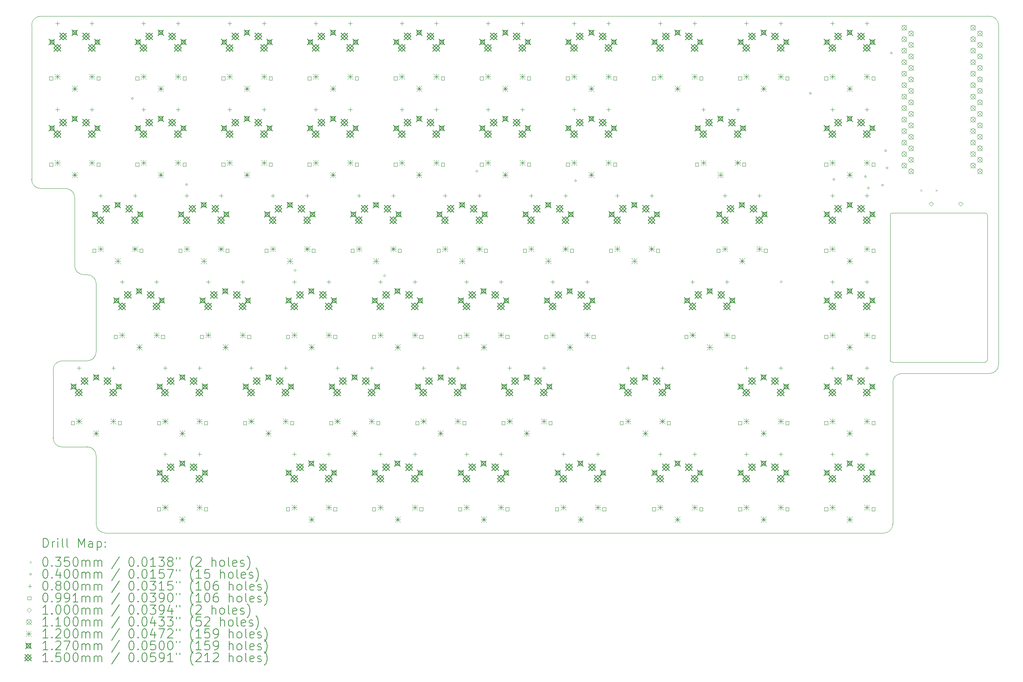
<source format=gbr>
%TF.GenerationSoftware,KiCad,Pcbnew,8.0.6*%
%TF.CreationDate,2025-05-11T12:41:09+09:00*%
%TF.ProjectId,65_split_right,36355f73-706c-4697-945f-72696768742e,rev?*%
%TF.SameCoordinates,PXf7b735cPY2136a30*%
%TF.FileFunction,Drillmap*%
%TF.FilePolarity,Positive*%
%FSLAX45Y45*%
G04 Gerber Fmt 4.5, Leading zero omitted, Abs format (unit mm)*
G04 Created by KiCad (PCBNEW 8.0.6) date 2025-05-11 12:41:09*
%MOMM*%
%LPD*%
G01*
G04 APERTURE LIST*
%ADD10C,0.050000*%
%ADD11C,0.120000*%
%ADD12C,0.200000*%
%ADD13C,0.100000*%
%ADD14C,0.110000*%
%ADD15C,0.127000*%
%ADD16C,0.150000*%
G04 APERTURE END LIST*
D10*
X-200000Y-7900000D02*
X-2142400Y-7900000D01*
X-21192400Y0D02*
X-200000Y0D01*
X-20163650Y-5715000D02*
X-20239900Y-5715000D01*
X-19963650Y-9720000D02*
X-19963650Y-11225000D01*
X-19963650Y-7420000D02*
G75*
G02*
X-20163650Y-7620000I-200000J0D01*
G01*
X-19963650Y-5915000D02*
X-19963650Y-7420000D01*
X-20163650Y-5715000D02*
G75*
G02*
X-19963650Y-5915000I0J-200000D01*
G01*
X0Y-7700000D02*
G75*
G02*
X-200000Y-7900000I-200000J0D01*
G01*
X-21392400Y-200000D02*
G75*
G02*
X-21192400Y0I200000J0D01*
G01*
X-20716150Y-9525000D02*
G75*
G02*
X-20916150Y-9325000I0J200000D01*
G01*
X0Y-200000D02*
X0Y-7700000D01*
X-20916150Y-7820000D02*
G75*
G02*
X-20716150Y-7620000I200000J0D01*
G01*
X-20639900Y-3810000D02*
G75*
G02*
X-20439900Y-4010000I0J-200000D01*
G01*
X-19763650Y-11425000D02*
G75*
G02*
X-19963650Y-11225000I0J200000D01*
G01*
X-20716150Y-9525000D02*
X-20163650Y-9520000D01*
X-20916150Y-7820000D02*
X-20916150Y-9325000D01*
X-2342400Y-11230000D02*
X-2342400Y-8100000D01*
X-21192400Y-3810000D02*
G75*
G02*
X-21392400Y-3610000I0J200000D01*
G01*
X-2342400Y-8100000D02*
G75*
G02*
X-2142400Y-7900000I200000J0D01*
G01*
X-20239900Y-5715000D02*
G75*
G02*
X-20439900Y-5515000I0J200000D01*
G01*
X-20439900Y-4010000D02*
X-20439900Y-5515000D01*
X-20163650Y-7620000D02*
X-20716150Y-7620000D01*
X-200000Y0D02*
G75*
G02*
X0Y-200000I0J-200000D01*
G01*
X-21392400Y-200000D02*
X-21392400Y-3610000D01*
X-2342400Y-11230000D02*
G75*
G02*
X-2542400Y-11430000I-200000J0D01*
G01*
X-20163650Y-9520000D02*
G75*
G02*
X-19963650Y-9720000I0J-200000D01*
G01*
X-20639900Y-3810000D02*
X-21192400Y-3810000D01*
X-19763650Y-11425000D02*
X-2542400Y-11430000D01*
D11*
X-2400000Y-7600000D02*
X-2400000Y-4400000D01*
X-2350000Y-4350000D02*
X-300000Y-4350000D01*
X-300000Y-7650000D02*
X-2350000Y-7650000D01*
X-250000Y-4400000D02*
X-250000Y-7600000D01*
X-2400000Y-4400000D02*
G75*
G02*
X-2350000Y-4350000I50000J0D01*
G01*
X-2350000Y-7650000D02*
G75*
G02*
X-2400000Y-7600000I0J50000D01*
G01*
X-300000Y-4350000D02*
G75*
G02*
X-250000Y-4400000I0J-50000D01*
G01*
X-250000Y-7600000D02*
G75*
G02*
X-300000Y-7650000I-50000J0D01*
G01*
D12*
D13*
X-1729900Y-3832500D02*
X-1694900Y-3867500D01*
X-1694900Y-3832500D02*
X-1729900Y-3867500D01*
X-1389900Y-3832500D02*
X-1354900Y-3867500D01*
X-1354900Y-3832500D02*
X-1389900Y-3867500D01*
X-19143650Y-1820000D02*
G75*
G02*
X-19183650Y-1820000I-20000J0D01*
G01*
X-19183650Y-1820000D02*
G75*
G02*
X-19143650Y-1820000I20000J0D01*
G01*
X-17943650Y-3720000D02*
G75*
G02*
X-17983650Y-3720000I-20000J0D01*
G01*
X-17983650Y-3720000D02*
G75*
G02*
X-17943650Y-3720000I20000J0D01*
G01*
X-15543650Y-5620000D02*
G75*
G02*
X-15583650Y-5620000I-20000J0D01*
G01*
X-15583650Y-5620000D02*
G75*
G02*
X-15543650Y-5620000I20000J0D01*
G01*
X-13561900Y-5737250D02*
G75*
G02*
X-13601900Y-5737250I-20000J0D01*
G01*
X-13601900Y-5737250D02*
G75*
G02*
X-13561900Y-5737250I20000J0D01*
G01*
X-11521150Y-3427100D02*
G75*
G02*
X-11561150Y-3427100I-20000J0D01*
G01*
X-11561150Y-3427100D02*
G75*
G02*
X-11521150Y-3427100I20000J0D01*
G01*
X-9339150Y-3639600D02*
G75*
G02*
X-9379150Y-3639600I-20000J0D01*
G01*
X-9379150Y-3639600D02*
G75*
G02*
X-9339150Y-3639600I20000J0D01*
G01*
X-4791150Y-5872500D02*
G75*
G02*
X-4831150Y-5872500I-20000J0D01*
G01*
X-4831150Y-5872500D02*
G75*
G02*
X-4791150Y-5872500I20000J0D01*
G01*
X-4143650Y-1705000D02*
G75*
G02*
X-4183650Y-1705000I-20000J0D01*
G01*
X-4183650Y-1705000D02*
G75*
G02*
X-4143650Y-1705000I20000J0D01*
G01*
X-3624150Y-3610000D02*
G75*
G02*
X-3664150Y-3610000I-20000J0D01*
G01*
X-3664150Y-3610000D02*
G75*
G02*
X-3624150Y-3610000I20000J0D01*
G01*
X-2925650Y-3546500D02*
G75*
G02*
X-2965650Y-3546500I-20000J0D01*
G01*
X-2965650Y-3546500D02*
G75*
G02*
X-2925650Y-3546500I20000J0D01*
G01*
X-2862150Y-3800500D02*
G75*
G02*
X-2902150Y-3800500I-20000J0D01*
G01*
X-2902150Y-3800500D02*
G75*
G02*
X-2862150Y-3800500I20000J0D01*
G01*
X-2544650Y-3737000D02*
G75*
G02*
X-2584650Y-3737000I-20000J0D01*
G01*
X-2584650Y-3737000D02*
G75*
G02*
X-2544650Y-3737000I20000J0D01*
G01*
X-2481850Y-2975000D02*
G75*
G02*
X-2521850Y-2975000I-20000J0D01*
G01*
X-2521850Y-2975000D02*
G75*
G02*
X-2481850Y-2975000I20000J0D01*
G01*
X-2447774Y-3356000D02*
G75*
G02*
X-2487774Y-3356000I-20000J0D01*
G01*
X-2487774Y-3356000D02*
G75*
G02*
X-2447774Y-3356000I20000J0D01*
G01*
X-2354150Y-816000D02*
G75*
G02*
X-2394150Y-816000I-20000J0D01*
G01*
X-2394150Y-816000D02*
G75*
G02*
X-2354150Y-816000I20000J0D01*
G01*
X-20820900Y-117500D02*
X-20820900Y-197500D01*
X-20860900Y-157500D02*
X-20780900Y-157500D01*
X-20820900Y-2022500D02*
X-20820900Y-2102500D01*
X-20860900Y-2062500D02*
X-20780900Y-2062500D01*
X-20344650Y-7737500D02*
X-20344650Y-7817500D01*
X-20384650Y-7777500D02*
X-20304650Y-7777500D01*
X-20058900Y-117500D02*
X-20058900Y-197500D01*
X-20098900Y-157500D02*
X-20018900Y-157500D01*
X-20058900Y-2022500D02*
X-20058900Y-2102500D01*
X-20098900Y-2062500D02*
X-20018900Y-2062500D01*
X-19868400Y-3927500D02*
X-19868400Y-4007500D01*
X-19908400Y-3967500D02*
X-19828400Y-3967500D01*
X-19582650Y-7737500D02*
X-19582650Y-7817500D01*
X-19622650Y-7777500D02*
X-19542650Y-7777500D01*
X-19392150Y-5832500D02*
X-19392150Y-5912500D01*
X-19432150Y-5872500D02*
X-19352150Y-5872500D01*
X-19106400Y-3927500D02*
X-19106400Y-4007500D01*
X-19146400Y-3967500D02*
X-19066400Y-3967500D01*
X-18915900Y-117500D02*
X-18915900Y-197500D01*
X-18955900Y-157500D02*
X-18875900Y-157500D01*
X-18915900Y-2022500D02*
X-18915900Y-2102500D01*
X-18955900Y-2062500D02*
X-18875900Y-2062500D01*
X-18630150Y-5832500D02*
X-18630150Y-5912500D01*
X-18670150Y-5872500D02*
X-18590150Y-5872500D01*
X-18439650Y-7737500D02*
X-18439650Y-7817500D01*
X-18479650Y-7777500D02*
X-18399650Y-7777500D01*
X-18439650Y-9642500D02*
X-18439650Y-9722500D01*
X-18479650Y-9682500D02*
X-18399650Y-9682500D01*
X-18153900Y-117500D02*
X-18153900Y-197500D01*
X-18193900Y-157500D02*
X-18113900Y-157500D01*
X-18153900Y-2022500D02*
X-18153900Y-2102500D01*
X-18193900Y-2062500D02*
X-18113900Y-2062500D01*
X-17963400Y-3927500D02*
X-17963400Y-4007500D01*
X-18003400Y-3967500D02*
X-17923400Y-3967500D01*
X-17677650Y-7737500D02*
X-17677650Y-7817500D01*
X-17717650Y-7777500D02*
X-17637650Y-7777500D01*
X-17677650Y-9642500D02*
X-17677650Y-9722500D01*
X-17717650Y-9682500D02*
X-17637650Y-9682500D01*
X-17487150Y-5832500D02*
X-17487150Y-5912500D01*
X-17527150Y-5872500D02*
X-17447150Y-5872500D01*
X-17201400Y-3927500D02*
X-17201400Y-4007500D01*
X-17241400Y-3967500D02*
X-17161400Y-3967500D01*
X-17010900Y-117500D02*
X-17010900Y-197500D01*
X-17050900Y-157500D02*
X-16970900Y-157500D01*
X-17010900Y-2022500D02*
X-17010900Y-2102500D01*
X-17050900Y-2062500D02*
X-16970900Y-2062500D01*
X-16725150Y-5832500D02*
X-16725150Y-5912500D01*
X-16765150Y-5872500D02*
X-16685150Y-5872500D01*
X-16534650Y-7737500D02*
X-16534650Y-7817500D01*
X-16574650Y-7777500D02*
X-16494650Y-7777500D01*
X-16248900Y-117500D02*
X-16248900Y-197500D01*
X-16288900Y-157500D02*
X-16208900Y-157500D01*
X-16248900Y-2022500D02*
X-16248900Y-2102500D01*
X-16288900Y-2062500D02*
X-16208900Y-2062500D01*
X-16058400Y-3927500D02*
X-16058400Y-4007500D01*
X-16098400Y-3967500D02*
X-16018400Y-3967500D01*
X-15772650Y-7737500D02*
X-15772650Y-7817500D01*
X-15812650Y-7777500D02*
X-15732650Y-7777500D01*
X-15582150Y-5832500D02*
X-15582150Y-5912500D01*
X-15622150Y-5872500D02*
X-15542150Y-5872500D01*
X-15582150Y-9642500D02*
X-15582150Y-9722500D01*
X-15622150Y-9682500D02*
X-15542150Y-9682500D01*
X-15296400Y-3927500D02*
X-15296400Y-4007500D01*
X-15336400Y-3967500D02*
X-15256400Y-3967500D01*
X-15105900Y-117500D02*
X-15105900Y-197500D01*
X-15145900Y-157500D02*
X-15065900Y-157500D01*
X-15105900Y-2022500D02*
X-15105900Y-2102500D01*
X-15145900Y-2062500D02*
X-15065900Y-2062500D01*
X-14820150Y-5832500D02*
X-14820150Y-5912500D01*
X-14860150Y-5872500D02*
X-14780150Y-5872500D01*
X-14820150Y-9642500D02*
X-14820150Y-9722500D01*
X-14860150Y-9682500D02*
X-14780150Y-9682500D01*
X-14629650Y-7737500D02*
X-14629650Y-7817500D01*
X-14669650Y-7777500D02*
X-14589650Y-7777500D01*
X-14343900Y-117500D02*
X-14343900Y-197500D01*
X-14383900Y-157500D02*
X-14303900Y-157500D01*
X-14343900Y-2022500D02*
X-14343900Y-2102500D01*
X-14383900Y-2062500D02*
X-14303900Y-2062500D01*
X-14153400Y-3927500D02*
X-14153400Y-4007500D01*
X-14193400Y-3967500D02*
X-14113400Y-3967500D01*
X-13867650Y-7737500D02*
X-13867650Y-7817500D01*
X-13907650Y-7777500D02*
X-13827650Y-7777500D01*
X-13677150Y-5832500D02*
X-13677150Y-5912500D01*
X-13717150Y-5872500D02*
X-13637150Y-5872500D01*
X-13677150Y-9642500D02*
X-13677150Y-9722500D01*
X-13717150Y-9682500D02*
X-13637150Y-9682500D01*
X-13391400Y-3927500D02*
X-13391400Y-4007500D01*
X-13431400Y-3967500D02*
X-13351400Y-3967500D01*
X-13200900Y-117500D02*
X-13200900Y-197500D01*
X-13240900Y-157500D02*
X-13160900Y-157500D01*
X-13200900Y-2022500D02*
X-13200900Y-2102500D01*
X-13240900Y-2062500D02*
X-13160900Y-2062500D01*
X-12915150Y-5832500D02*
X-12915150Y-5912500D01*
X-12955150Y-5872500D02*
X-12875150Y-5872500D01*
X-12915150Y-9642500D02*
X-12915150Y-9722500D01*
X-12955150Y-9682500D02*
X-12875150Y-9682500D01*
X-12724650Y-7737500D02*
X-12724650Y-7817500D01*
X-12764650Y-7777500D02*
X-12684650Y-7777500D01*
X-12438900Y-117500D02*
X-12438900Y-197500D01*
X-12478900Y-157500D02*
X-12398900Y-157500D01*
X-12438900Y-2022500D02*
X-12438900Y-2102500D01*
X-12478900Y-2062500D02*
X-12398900Y-2062500D01*
X-12248400Y-3927500D02*
X-12248400Y-4007500D01*
X-12288400Y-3967500D02*
X-12208400Y-3967500D01*
X-11962650Y-7737500D02*
X-11962650Y-7817500D01*
X-12002650Y-7777500D02*
X-11922650Y-7777500D01*
X-11772150Y-5832500D02*
X-11772150Y-5912500D01*
X-11812150Y-5872500D02*
X-11732150Y-5872500D01*
X-11772150Y-9642500D02*
X-11772150Y-9722500D01*
X-11812150Y-9682500D02*
X-11732150Y-9682500D01*
X-11486400Y-3927500D02*
X-11486400Y-4007500D01*
X-11526400Y-3967500D02*
X-11446400Y-3967500D01*
X-11295900Y-117500D02*
X-11295900Y-197500D01*
X-11335900Y-157500D02*
X-11255900Y-157500D01*
X-11295900Y-2022500D02*
X-11295900Y-2102500D01*
X-11335900Y-2062500D02*
X-11255900Y-2062500D01*
X-11010150Y-5832500D02*
X-11010150Y-5912500D01*
X-11050150Y-5872500D02*
X-10970150Y-5872500D01*
X-11010150Y-9642500D02*
X-11010150Y-9722500D01*
X-11050150Y-9682500D02*
X-10970150Y-9682500D01*
X-10819650Y-7737500D02*
X-10819650Y-7817500D01*
X-10859650Y-7777500D02*
X-10779650Y-7777500D01*
X-10533900Y-117500D02*
X-10533900Y-197500D01*
X-10573900Y-157500D02*
X-10493900Y-157500D01*
X-10533900Y-2022500D02*
X-10533900Y-2102500D01*
X-10573900Y-2062500D02*
X-10493900Y-2062500D01*
X-10343400Y-3927500D02*
X-10343400Y-4007500D01*
X-10383400Y-3967500D02*
X-10303400Y-3967500D01*
X-10057650Y-7737500D02*
X-10057650Y-7817500D01*
X-10097650Y-7777500D02*
X-10017650Y-7777500D01*
X-9867150Y-5832500D02*
X-9867150Y-5912500D01*
X-9907150Y-5872500D02*
X-9827150Y-5872500D01*
X-9629025Y-9642500D02*
X-9629025Y-9722500D01*
X-9669025Y-9682500D02*
X-9589025Y-9682500D01*
X-9581400Y-3927500D02*
X-9581400Y-4007500D01*
X-9621400Y-3967500D02*
X-9541400Y-3967500D01*
X-9390900Y-117500D02*
X-9390900Y-197500D01*
X-9430900Y-157500D02*
X-9350900Y-157500D01*
X-9390900Y-2022500D02*
X-9390900Y-2102500D01*
X-9430900Y-2062500D02*
X-9350900Y-2062500D01*
X-9105150Y-5832500D02*
X-9105150Y-5912500D01*
X-9145150Y-5872500D02*
X-9065150Y-5872500D01*
X-8867025Y-9642500D02*
X-8867025Y-9722500D01*
X-8907025Y-9682500D02*
X-8827025Y-9682500D01*
X-8628900Y-117500D02*
X-8628900Y-197500D01*
X-8668900Y-157500D02*
X-8588900Y-157500D01*
X-8628900Y-2022500D02*
X-8628900Y-2102500D01*
X-8668900Y-2062500D02*
X-8588900Y-2062500D01*
X-8438400Y-3927500D02*
X-8438400Y-4007500D01*
X-8478400Y-3967500D02*
X-8398400Y-3967500D01*
X-8200275Y-7737500D02*
X-8200275Y-7817500D01*
X-8240275Y-7777500D02*
X-8160275Y-7777500D01*
X-7676400Y-3927500D02*
X-7676400Y-4007500D01*
X-7716400Y-3967500D02*
X-7636400Y-3967500D01*
X-7485900Y-117500D02*
X-7485900Y-197500D01*
X-7525900Y-157500D02*
X-7445900Y-157500D01*
X-7485900Y-9642500D02*
X-7485900Y-9722500D01*
X-7525900Y-9682500D02*
X-7445900Y-9682500D01*
X-7438275Y-7737500D02*
X-7438275Y-7817500D01*
X-7478275Y-7777500D02*
X-7398275Y-7777500D01*
X-6771525Y-5832500D02*
X-6771525Y-5912500D01*
X-6811525Y-5872500D02*
X-6731525Y-5872500D01*
X-6723900Y-117500D02*
X-6723900Y-197500D01*
X-6763900Y-157500D02*
X-6683900Y-157500D01*
X-6723900Y-9642500D02*
X-6723900Y-9722500D01*
X-6763900Y-9682500D02*
X-6683900Y-9682500D01*
X-6533400Y-2022500D02*
X-6533400Y-2102500D01*
X-6573400Y-2062500D02*
X-6493400Y-2062500D01*
X-6057150Y-3927500D02*
X-6057150Y-4007500D01*
X-6097150Y-3967500D02*
X-6017150Y-3967500D01*
X-6009525Y-5832500D02*
X-6009525Y-5912500D01*
X-6049525Y-5872500D02*
X-5969525Y-5872500D01*
X-5771400Y-2022500D02*
X-5771400Y-2102500D01*
X-5811400Y-2062500D02*
X-5731400Y-2062500D01*
X-5580900Y-117500D02*
X-5580900Y-197500D01*
X-5620900Y-157500D02*
X-5540900Y-157500D01*
X-5580900Y-7737500D02*
X-5580900Y-7817500D01*
X-5620900Y-7777500D02*
X-5540900Y-7777500D01*
X-5580900Y-9642500D02*
X-5580900Y-9722500D01*
X-5620900Y-9682500D02*
X-5540900Y-9682500D01*
X-5295150Y-3927500D02*
X-5295150Y-4007500D01*
X-5335150Y-3967500D02*
X-5255150Y-3967500D01*
X-4818900Y-117500D02*
X-4818900Y-197500D01*
X-4858900Y-157500D02*
X-4778900Y-157500D01*
X-4818900Y-7737500D02*
X-4818900Y-7817500D01*
X-4858900Y-7777500D02*
X-4778900Y-7777500D01*
X-4818900Y-9642500D02*
X-4818900Y-9722500D01*
X-4858900Y-9682500D02*
X-4778900Y-9682500D01*
X-3675900Y-117500D02*
X-3675900Y-197500D01*
X-3715900Y-157500D02*
X-3635900Y-157500D01*
X-3675900Y-2022500D02*
X-3675900Y-2102500D01*
X-3715900Y-2062500D02*
X-3635900Y-2062500D01*
X-3675900Y-3927500D02*
X-3675900Y-4007500D01*
X-3715900Y-3967500D02*
X-3635900Y-3967500D01*
X-3675900Y-5832500D02*
X-3675900Y-5912500D01*
X-3715900Y-5872500D02*
X-3635900Y-5872500D01*
X-3675900Y-7737500D02*
X-3675900Y-7817500D01*
X-3715900Y-7777500D02*
X-3635900Y-7777500D01*
X-3675900Y-9642500D02*
X-3675900Y-9722500D01*
X-3715900Y-9682500D02*
X-3635900Y-9682500D01*
X-2913900Y-117500D02*
X-2913900Y-197500D01*
X-2953900Y-157500D02*
X-2873900Y-157500D01*
X-2913900Y-2022500D02*
X-2913900Y-2102500D01*
X-2953900Y-2062500D02*
X-2873900Y-2062500D01*
X-2913900Y-3927500D02*
X-2913900Y-4007500D01*
X-2953900Y-3967500D02*
X-2873900Y-3967500D01*
X-2913900Y-5832500D02*
X-2913900Y-5912500D01*
X-2953900Y-5872500D02*
X-2873900Y-5872500D01*
X-2913900Y-7737500D02*
X-2913900Y-7817500D01*
X-2953900Y-7777500D02*
X-2873900Y-7777500D01*
X-2913900Y-9642500D02*
X-2913900Y-9722500D01*
X-2953900Y-9682500D02*
X-2873900Y-9682500D01*
X-20926877Y-1407523D02*
X-20926877Y-1337477D01*
X-20996923Y-1337477D01*
X-20996923Y-1407523D01*
X-20926877Y-1407523D01*
X-20926877Y-3312523D02*
X-20926877Y-3242477D01*
X-20996923Y-3242477D01*
X-20996923Y-3312523D01*
X-20926877Y-3312523D01*
X-20450627Y-9027523D02*
X-20450627Y-8957477D01*
X-20520673Y-8957477D01*
X-20520673Y-9027523D01*
X-20450627Y-9027523D01*
X-19974377Y-5217523D02*
X-19974377Y-5147477D01*
X-20044423Y-5147477D01*
X-20044423Y-5217523D01*
X-19974377Y-5217523D01*
X-19882877Y-1407523D02*
X-19882877Y-1337477D01*
X-19952923Y-1337477D01*
X-19952923Y-1407523D01*
X-19882877Y-1407523D01*
X-19882877Y-3312523D02*
X-19882877Y-3242477D01*
X-19952923Y-3242477D01*
X-19952923Y-3312523D01*
X-19882877Y-3312523D01*
X-19498127Y-7122523D02*
X-19498127Y-7052477D01*
X-19568173Y-7052477D01*
X-19568173Y-7122523D01*
X-19498127Y-7122523D01*
X-19406627Y-9027523D02*
X-19406627Y-8957477D01*
X-19476673Y-8957477D01*
X-19476673Y-9027523D01*
X-19406627Y-9027523D01*
X-19021877Y-1407523D02*
X-19021877Y-1337477D01*
X-19091923Y-1337477D01*
X-19091923Y-1407523D01*
X-19021877Y-1407523D01*
X-19021877Y-3312523D02*
X-19021877Y-3242477D01*
X-19091923Y-3242477D01*
X-19091923Y-3312523D01*
X-19021877Y-3312523D01*
X-18930377Y-5217523D02*
X-18930377Y-5147477D01*
X-19000423Y-5147477D01*
X-19000423Y-5217523D01*
X-18930377Y-5217523D01*
X-18545627Y-9027523D02*
X-18545627Y-8957477D01*
X-18615673Y-8957477D01*
X-18615673Y-9027523D01*
X-18545627Y-9027523D01*
X-18545627Y-10932523D02*
X-18545627Y-10862477D01*
X-18615673Y-10862477D01*
X-18615673Y-10932523D01*
X-18545627Y-10932523D01*
X-18454127Y-7122523D02*
X-18454127Y-7052477D01*
X-18524173Y-7052477D01*
X-18524173Y-7122523D01*
X-18454127Y-7122523D01*
X-18069377Y-5217523D02*
X-18069377Y-5147477D01*
X-18139423Y-5147477D01*
X-18139423Y-5217523D01*
X-18069377Y-5217523D01*
X-17977877Y-1407523D02*
X-17977877Y-1337477D01*
X-18047923Y-1337477D01*
X-18047923Y-1407523D01*
X-17977877Y-1407523D01*
X-17977877Y-3312523D02*
X-17977877Y-3242477D01*
X-18047923Y-3242477D01*
X-18047923Y-3312523D01*
X-17977877Y-3312523D01*
X-17593127Y-7122523D02*
X-17593127Y-7052477D01*
X-17663173Y-7052477D01*
X-17663173Y-7122523D01*
X-17593127Y-7122523D01*
X-17501627Y-9027523D02*
X-17501627Y-8957477D01*
X-17571673Y-8957477D01*
X-17571673Y-9027523D01*
X-17501627Y-9027523D01*
X-17501627Y-10932523D02*
X-17501627Y-10862477D01*
X-17571673Y-10862477D01*
X-17571673Y-10932523D01*
X-17501627Y-10932523D01*
X-17116877Y-1407523D02*
X-17116877Y-1337477D01*
X-17186923Y-1337477D01*
X-17186923Y-1407523D01*
X-17116877Y-1407523D01*
X-17116877Y-3312523D02*
X-17116877Y-3242477D01*
X-17186923Y-3242477D01*
X-17186923Y-3312523D01*
X-17116877Y-3312523D01*
X-17025377Y-5217523D02*
X-17025377Y-5147477D01*
X-17095423Y-5147477D01*
X-17095423Y-5217523D01*
X-17025377Y-5217523D01*
X-16640627Y-9027523D02*
X-16640627Y-8957477D01*
X-16710673Y-8957477D01*
X-16710673Y-9027523D01*
X-16640627Y-9027523D01*
X-16549127Y-7122523D02*
X-16549127Y-7052477D01*
X-16619173Y-7052477D01*
X-16619173Y-7122523D01*
X-16549127Y-7122523D01*
X-16164377Y-5217523D02*
X-16164377Y-5147477D01*
X-16234423Y-5147477D01*
X-16234423Y-5217523D01*
X-16164377Y-5217523D01*
X-16072877Y-1407523D02*
X-16072877Y-1337477D01*
X-16142923Y-1337477D01*
X-16142923Y-1407523D01*
X-16072877Y-1407523D01*
X-16072877Y-3312523D02*
X-16072877Y-3242477D01*
X-16142923Y-3242477D01*
X-16142923Y-3312523D01*
X-16072877Y-3312523D01*
X-15688127Y-7122523D02*
X-15688127Y-7052477D01*
X-15758173Y-7052477D01*
X-15758173Y-7122523D01*
X-15688127Y-7122523D01*
X-15688127Y-10932523D02*
X-15688127Y-10862477D01*
X-15758173Y-10862477D01*
X-15758173Y-10932523D01*
X-15688127Y-10932523D01*
X-15596627Y-9027523D02*
X-15596627Y-8957477D01*
X-15666673Y-8957477D01*
X-15666673Y-9027523D01*
X-15596627Y-9027523D01*
X-15211877Y-1407523D02*
X-15211877Y-1337477D01*
X-15281923Y-1337477D01*
X-15281923Y-1407523D01*
X-15211877Y-1407523D01*
X-15211877Y-3312523D02*
X-15211877Y-3242477D01*
X-15281923Y-3242477D01*
X-15281923Y-3312523D01*
X-15211877Y-3312523D01*
X-15120377Y-5217523D02*
X-15120377Y-5147477D01*
X-15190423Y-5147477D01*
X-15190423Y-5217523D01*
X-15120377Y-5217523D01*
X-14735627Y-9027523D02*
X-14735627Y-8957477D01*
X-14805673Y-8957477D01*
X-14805673Y-9027523D01*
X-14735627Y-9027523D01*
X-14644127Y-7122523D02*
X-14644127Y-7052477D01*
X-14714173Y-7052477D01*
X-14714173Y-7122523D01*
X-14644127Y-7122523D01*
X-14644127Y-10932523D02*
X-14644127Y-10862477D01*
X-14714173Y-10862477D01*
X-14714173Y-10932523D01*
X-14644127Y-10932523D01*
X-14259377Y-5217523D02*
X-14259377Y-5147477D01*
X-14329423Y-5147477D01*
X-14329423Y-5217523D01*
X-14259377Y-5217523D01*
X-14167877Y-1407523D02*
X-14167877Y-1337477D01*
X-14237923Y-1337477D01*
X-14237923Y-1407523D01*
X-14167877Y-1407523D01*
X-14167877Y-3312523D02*
X-14167877Y-3242477D01*
X-14237923Y-3242477D01*
X-14237923Y-3312523D01*
X-14167877Y-3312523D01*
X-13783127Y-7122523D02*
X-13783127Y-7052477D01*
X-13853173Y-7052477D01*
X-13853173Y-7122523D01*
X-13783127Y-7122523D01*
X-13783127Y-10932523D02*
X-13783127Y-10862477D01*
X-13853173Y-10862477D01*
X-13853173Y-10932523D01*
X-13783127Y-10932523D01*
X-13691627Y-9027523D02*
X-13691627Y-8957477D01*
X-13761673Y-8957477D01*
X-13761673Y-9027523D01*
X-13691627Y-9027523D01*
X-13306877Y-1407523D02*
X-13306877Y-1337477D01*
X-13376923Y-1337477D01*
X-13376923Y-1407523D01*
X-13306877Y-1407523D01*
X-13306877Y-3312523D02*
X-13306877Y-3242477D01*
X-13376923Y-3242477D01*
X-13376923Y-3312523D01*
X-13306877Y-3312523D01*
X-13215377Y-5217523D02*
X-13215377Y-5147477D01*
X-13285423Y-5147477D01*
X-13285423Y-5217523D01*
X-13215377Y-5217523D01*
X-12830627Y-9027523D02*
X-12830627Y-8957477D01*
X-12900673Y-8957477D01*
X-12900673Y-9027523D01*
X-12830627Y-9027523D01*
X-12739127Y-7122523D02*
X-12739127Y-7052477D01*
X-12809173Y-7052477D01*
X-12809173Y-7122523D01*
X-12739127Y-7122523D01*
X-12739127Y-10932523D02*
X-12739127Y-10862477D01*
X-12809173Y-10862477D01*
X-12809173Y-10932523D01*
X-12739127Y-10932523D01*
X-12354377Y-5217523D02*
X-12354377Y-5147477D01*
X-12424423Y-5147477D01*
X-12424423Y-5217523D01*
X-12354377Y-5217523D01*
X-12262877Y-1407523D02*
X-12262877Y-1337477D01*
X-12332923Y-1337477D01*
X-12332923Y-1407523D01*
X-12262877Y-1407523D01*
X-12262877Y-3312523D02*
X-12262877Y-3242477D01*
X-12332923Y-3242477D01*
X-12332923Y-3312523D01*
X-12262877Y-3312523D01*
X-11878127Y-7122523D02*
X-11878127Y-7052477D01*
X-11948173Y-7052477D01*
X-11948173Y-7122523D01*
X-11878127Y-7122523D01*
X-11878127Y-10932523D02*
X-11878127Y-10862477D01*
X-11948173Y-10862477D01*
X-11948173Y-10932523D01*
X-11878127Y-10932523D01*
X-11786627Y-9027523D02*
X-11786627Y-8957477D01*
X-11856673Y-8957477D01*
X-11856673Y-9027523D01*
X-11786627Y-9027523D01*
X-11401877Y-1407523D02*
X-11401877Y-1337477D01*
X-11471923Y-1337477D01*
X-11471923Y-1407523D01*
X-11401877Y-1407523D01*
X-11401877Y-3312523D02*
X-11401877Y-3242477D01*
X-11471923Y-3242477D01*
X-11471923Y-3312523D01*
X-11401877Y-3312523D01*
X-11310377Y-5217523D02*
X-11310377Y-5147477D01*
X-11380423Y-5147477D01*
X-11380423Y-5217523D01*
X-11310377Y-5217523D01*
X-10925627Y-9027523D02*
X-10925627Y-8957477D01*
X-10995673Y-8957477D01*
X-10995673Y-9027523D01*
X-10925627Y-9027523D01*
X-10834127Y-7122523D02*
X-10834127Y-7052477D01*
X-10904173Y-7052477D01*
X-10904173Y-7122523D01*
X-10834127Y-7122523D01*
X-10834127Y-10932523D02*
X-10834127Y-10862477D01*
X-10904173Y-10862477D01*
X-10904173Y-10932523D01*
X-10834127Y-10932523D01*
X-10449377Y-5217523D02*
X-10449377Y-5147477D01*
X-10519423Y-5147477D01*
X-10519423Y-5217523D01*
X-10449377Y-5217523D01*
X-10357877Y-1407523D02*
X-10357877Y-1337477D01*
X-10427923Y-1337477D01*
X-10427923Y-1407523D01*
X-10357877Y-1407523D01*
X-10357877Y-3312523D02*
X-10357877Y-3242477D01*
X-10427923Y-3242477D01*
X-10427923Y-3312523D01*
X-10357877Y-3312523D01*
X-9973127Y-7122523D02*
X-9973127Y-7052477D01*
X-10043173Y-7052477D01*
X-10043173Y-7122523D01*
X-9973127Y-7122523D01*
X-9881627Y-9027523D02*
X-9881627Y-8957477D01*
X-9951673Y-8957477D01*
X-9951673Y-9027523D01*
X-9881627Y-9027523D01*
X-9735002Y-10932523D02*
X-9735002Y-10862477D01*
X-9805048Y-10862477D01*
X-9805048Y-10932523D01*
X-9735002Y-10932523D01*
X-9496877Y-1407523D02*
X-9496877Y-1337477D01*
X-9566923Y-1337477D01*
X-9566923Y-1407523D01*
X-9496877Y-1407523D01*
X-9496877Y-3312523D02*
X-9496877Y-3242477D01*
X-9566923Y-3242477D01*
X-9566923Y-3312523D01*
X-9496877Y-3312523D01*
X-9405377Y-5217523D02*
X-9405377Y-5147477D01*
X-9475423Y-5147477D01*
X-9475423Y-5217523D01*
X-9405377Y-5217523D01*
X-8929127Y-7122523D02*
X-8929127Y-7052477D01*
X-8999173Y-7052477D01*
X-8999173Y-7122523D01*
X-8929127Y-7122523D01*
X-8691002Y-10932523D02*
X-8691002Y-10862477D01*
X-8761048Y-10862477D01*
X-8761048Y-10932523D01*
X-8691002Y-10932523D01*
X-8544377Y-5217523D02*
X-8544377Y-5147477D01*
X-8614423Y-5147477D01*
X-8614423Y-5217523D01*
X-8544377Y-5217523D01*
X-8452877Y-1407523D02*
X-8452877Y-1337477D01*
X-8522923Y-1337477D01*
X-8522923Y-1407523D01*
X-8452877Y-1407523D01*
X-8452877Y-3312523D02*
X-8452877Y-3242477D01*
X-8522923Y-3242477D01*
X-8522923Y-3312523D01*
X-8452877Y-3312523D01*
X-8306252Y-9027523D02*
X-8306252Y-8957477D01*
X-8376298Y-8957477D01*
X-8376298Y-9027523D01*
X-8306252Y-9027523D01*
X-7591877Y-1407523D02*
X-7591877Y-1337477D01*
X-7661923Y-1337477D01*
X-7661923Y-1407523D01*
X-7591877Y-1407523D01*
X-7591877Y-10932523D02*
X-7591877Y-10862477D01*
X-7661923Y-10862477D01*
X-7661923Y-10932523D01*
X-7591877Y-10932523D01*
X-7500377Y-5217523D02*
X-7500377Y-5147477D01*
X-7570423Y-5147477D01*
X-7570423Y-5217523D01*
X-7500377Y-5217523D01*
X-7262252Y-9027523D02*
X-7262252Y-8957477D01*
X-7332298Y-8957477D01*
X-7332298Y-9027523D01*
X-7262252Y-9027523D01*
X-6877502Y-7122523D02*
X-6877502Y-7052477D01*
X-6947548Y-7052477D01*
X-6947548Y-7122523D01*
X-6877502Y-7122523D01*
X-6639377Y-3312523D02*
X-6639377Y-3242477D01*
X-6709423Y-3242477D01*
X-6709423Y-3312523D01*
X-6639377Y-3312523D01*
X-6547877Y-1407523D02*
X-6547877Y-1337477D01*
X-6617923Y-1337477D01*
X-6617923Y-1407523D01*
X-6547877Y-1407523D01*
X-6547877Y-10932523D02*
X-6547877Y-10862477D01*
X-6617923Y-10862477D01*
X-6617923Y-10932523D01*
X-6547877Y-10932523D01*
X-6163127Y-5217523D02*
X-6163127Y-5147477D01*
X-6233173Y-5147477D01*
X-6233173Y-5217523D01*
X-6163127Y-5217523D01*
X-5833502Y-7122523D02*
X-5833502Y-7052477D01*
X-5903548Y-7052477D01*
X-5903548Y-7122523D01*
X-5833502Y-7122523D01*
X-5686877Y-1407523D02*
X-5686877Y-1337477D01*
X-5756923Y-1337477D01*
X-5756923Y-1407523D01*
X-5686877Y-1407523D01*
X-5686877Y-9027523D02*
X-5686877Y-8957477D01*
X-5756923Y-8957477D01*
X-5756923Y-9027523D01*
X-5686877Y-9027523D01*
X-5686877Y-10932523D02*
X-5686877Y-10862477D01*
X-5756923Y-10862477D01*
X-5756923Y-10932523D01*
X-5686877Y-10932523D01*
X-5595377Y-3312523D02*
X-5595377Y-3242477D01*
X-5665423Y-3242477D01*
X-5665423Y-3312523D01*
X-5595377Y-3312523D01*
X-5119127Y-5217523D02*
X-5119127Y-5147477D01*
X-5189173Y-5147477D01*
X-5189173Y-5217523D01*
X-5119127Y-5217523D01*
X-4642877Y-1407523D02*
X-4642877Y-1337477D01*
X-4712923Y-1337477D01*
X-4712923Y-1407523D01*
X-4642877Y-1407523D01*
X-4642877Y-9027523D02*
X-4642877Y-8957477D01*
X-4712923Y-8957477D01*
X-4712923Y-9027523D01*
X-4642877Y-9027523D01*
X-4642877Y-10932523D02*
X-4642877Y-10862477D01*
X-4712923Y-10862477D01*
X-4712923Y-10932523D01*
X-4642877Y-10932523D01*
X-3781877Y-1407523D02*
X-3781877Y-1337477D01*
X-3851923Y-1337477D01*
X-3851923Y-1407523D01*
X-3781877Y-1407523D01*
X-3781877Y-3312523D02*
X-3781877Y-3242477D01*
X-3851923Y-3242477D01*
X-3851923Y-3312523D01*
X-3781877Y-3312523D01*
X-3781877Y-5217523D02*
X-3781877Y-5147477D01*
X-3851923Y-5147477D01*
X-3851923Y-5217523D01*
X-3781877Y-5217523D01*
X-3781877Y-7122523D02*
X-3781877Y-7052477D01*
X-3851923Y-7052477D01*
X-3851923Y-7122523D01*
X-3781877Y-7122523D01*
X-3781877Y-9027523D02*
X-3781877Y-8957477D01*
X-3851923Y-8957477D01*
X-3851923Y-9027523D01*
X-3781877Y-9027523D01*
X-3781877Y-10932523D02*
X-3781877Y-10862477D01*
X-3851923Y-10862477D01*
X-3851923Y-10932523D01*
X-3781877Y-10932523D01*
X-2737877Y-1407523D02*
X-2737877Y-1337477D01*
X-2807923Y-1337477D01*
X-2807923Y-1407523D01*
X-2737877Y-1407523D01*
X-2737877Y-3312523D02*
X-2737877Y-3242477D01*
X-2807923Y-3242477D01*
X-2807923Y-3312523D01*
X-2737877Y-3312523D01*
X-2737877Y-5217523D02*
X-2737877Y-5147477D01*
X-2807923Y-5147477D01*
X-2807923Y-5217523D01*
X-2737877Y-5217523D01*
X-2737877Y-7122523D02*
X-2737877Y-7052477D01*
X-2807923Y-7052477D01*
X-2807923Y-7122523D01*
X-2737877Y-7122523D01*
X-2737877Y-9027523D02*
X-2737877Y-8957477D01*
X-2807923Y-8957477D01*
X-2807923Y-9027523D01*
X-2737877Y-9027523D01*
X-2737877Y-10932523D02*
X-2737877Y-10862477D01*
X-2807923Y-10862477D01*
X-2807923Y-10932523D01*
X-2737877Y-10932523D01*
X-1492400Y-4200000D02*
X-1442400Y-4150000D01*
X-1492400Y-4100000D01*
X-1542400Y-4150000D01*
X-1492400Y-4200000D01*
X-842400Y-4200000D02*
X-792400Y-4150000D01*
X-842400Y-4100000D01*
X-892400Y-4150000D01*
X-842400Y-4200000D01*
D14*
X-2143400Y-199000D02*
X-2033400Y-309000D01*
X-2033400Y-199000D02*
X-2143400Y-309000D01*
X-2033400Y-254000D02*
G75*
G02*
X-2143400Y-254000I-55000J0D01*
G01*
X-2143400Y-254000D02*
G75*
G02*
X-2033400Y-254000I55000J0D01*
G01*
X-2143400Y-453000D02*
X-2033400Y-563000D01*
X-2033400Y-453000D02*
X-2143400Y-563000D01*
X-2033400Y-508000D02*
G75*
G02*
X-2143400Y-508000I-55000J0D01*
G01*
X-2143400Y-508000D02*
G75*
G02*
X-2033400Y-508000I55000J0D01*
G01*
X-2143400Y-707000D02*
X-2033400Y-817000D01*
X-2033400Y-707000D02*
X-2143400Y-817000D01*
X-2033400Y-762000D02*
G75*
G02*
X-2143400Y-762000I-55000J0D01*
G01*
X-2143400Y-762000D02*
G75*
G02*
X-2033400Y-762000I55000J0D01*
G01*
X-2143400Y-961000D02*
X-2033400Y-1071000D01*
X-2033400Y-961000D02*
X-2143400Y-1071000D01*
X-2033400Y-1016000D02*
G75*
G02*
X-2143400Y-1016000I-55000J0D01*
G01*
X-2143400Y-1016000D02*
G75*
G02*
X-2033400Y-1016000I55000J0D01*
G01*
X-2143400Y-1215000D02*
X-2033400Y-1325000D01*
X-2033400Y-1215000D02*
X-2143400Y-1325000D01*
X-2033400Y-1270000D02*
G75*
G02*
X-2143400Y-1270000I-55000J0D01*
G01*
X-2143400Y-1270000D02*
G75*
G02*
X-2033400Y-1270000I55000J0D01*
G01*
X-2143400Y-1469000D02*
X-2033400Y-1579000D01*
X-2033400Y-1469000D02*
X-2143400Y-1579000D01*
X-2033400Y-1524000D02*
G75*
G02*
X-2143400Y-1524000I-55000J0D01*
G01*
X-2143400Y-1524000D02*
G75*
G02*
X-2033400Y-1524000I55000J0D01*
G01*
X-2143400Y-1723000D02*
X-2033400Y-1833000D01*
X-2033400Y-1723000D02*
X-2143400Y-1833000D01*
X-2033400Y-1778000D02*
G75*
G02*
X-2143400Y-1778000I-55000J0D01*
G01*
X-2143400Y-1778000D02*
G75*
G02*
X-2033400Y-1778000I55000J0D01*
G01*
X-2143400Y-1977000D02*
X-2033400Y-2087000D01*
X-2033400Y-1977000D02*
X-2143400Y-2087000D01*
X-2033400Y-2032000D02*
G75*
G02*
X-2143400Y-2032000I-55000J0D01*
G01*
X-2143400Y-2032000D02*
G75*
G02*
X-2033400Y-2032000I55000J0D01*
G01*
X-2143400Y-2231000D02*
X-2033400Y-2341000D01*
X-2033400Y-2231000D02*
X-2143400Y-2341000D01*
X-2033400Y-2286000D02*
G75*
G02*
X-2143400Y-2286000I-55000J0D01*
G01*
X-2143400Y-2286000D02*
G75*
G02*
X-2033400Y-2286000I55000J0D01*
G01*
X-2143400Y-2485000D02*
X-2033400Y-2595000D01*
X-2033400Y-2485000D02*
X-2143400Y-2595000D01*
X-2033400Y-2540000D02*
G75*
G02*
X-2143400Y-2540000I-55000J0D01*
G01*
X-2143400Y-2540000D02*
G75*
G02*
X-2033400Y-2540000I55000J0D01*
G01*
X-2143400Y-2739000D02*
X-2033400Y-2849000D01*
X-2033400Y-2739000D02*
X-2143400Y-2849000D01*
X-2033400Y-2794000D02*
G75*
G02*
X-2143400Y-2794000I-55000J0D01*
G01*
X-2143400Y-2794000D02*
G75*
G02*
X-2033400Y-2794000I55000J0D01*
G01*
X-2143400Y-2993000D02*
X-2033400Y-3103000D01*
X-2033400Y-2993000D02*
X-2143400Y-3103000D01*
X-2033400Y-3048000D02*
G75*
G02*
X-2143400Y-3048000I-55000J0D01*
G01*
X-2143400Y-3048000D02*
G75*
G02*
X-2033400Y-3048000I55000J0D01*
G01*
X-2143400Y-3247000D02*
X-2033400Y-3357000D01*
X-2033400Y-3247000D02*
X-2143400Y-3357000D01*
X-2033400Y-3302000D02*
G75*
G02*
X-2143400Y-3302000I-55000J0D01*
G01*
X-2143400Y-3302000D02*
G75*
G02*
X-2033400Y-3302000I55000J0D01*
G01*
X-1991000Y-326000D02*
X-1881000Y-436000D01*
X-1881000Y-326000D02*
X-1991000Y-436000D01*
X-1881000Y-381000D02*
G75*
G02*
X-1991000Y-381000I-55000J0D01*
G01*
X-1991000Y-381000D02*
G75*
G02*
X-1881000Y-381000I55000J0D01*
G01*
X-1991000Y-580000D02*
X-1881000Y-690000D01*
X-1881000Y-580000D02*
X-1991000Y-690000D01*
X-1881000Y-635000D02*
G75*
G02*
X-1991000Y-635000I-55000J0D01*
G01*
X-1991000Y-635000D02*
G75*
G02*
X-1881000Y-635000I55000J0D01*
G01*
X-1991000Y-834000D02*
X-1881000Y-944000D01*
X-1881000Y-834000D02*
X-1991000Y-944000D01*
X-1881000Y-889000D02*
G75*
G02*
X-1991000Y-889000I-55000J0D01*
G01*
X-1991000Y-889000D02*
G75*
G02*
X-1881000Y-889000I55000J0D01*
G01*
X-1991000Y-1088000D02*
X-1881000Y-1198000D01*
X-1881000Y-1088000D02*
X-1991000Y-1198000D01*
X-1881000Y-1143000D02*
G75*
G02*
X-1991000Y-1143000I-55000J0D01*
G01*
X-1991000Y-1143000D02*
G75*
G02*
X-1881000Y-1143000I55000J0D01*
G01*
X-1991000Y-1342000D02*
X-1881000Y-1452000D01*
X-1881000Y-1342000D02*
X-1991000Y-1452000D01*
X-1881000Y-1397000D02*
G75*
G02*
X-1991000Y-1397000I-55000J0D01*
G01*
X-1991000Y-1397000D02*
G75*
G02*
X-1881000Y-1397000I55000J0D01*
G01*
X-1991000Y-1596000D02*
X-1881000Y-1706000D01*
X-1881000Y-1596000D02*
X-1991000Y-1706000D01*
X-1881000Y-1651000D02*
G75*
G02*
X-1991000Y-1651000I-55000J0D01*
G01*
X-1991000Y-1651000D02*
G75*
G02*
X-1881000Y-1651000I55000J0D01*
G01*
X-1991000Y-1850000D02*
X-1881000Y-1960000D01*
X-1881000Y-1850000D02*
X-1991000Y-1960000D01*
X-1881000Y-1905000D02*
G75*
G02*
X-1991000Y-1905000I-55000J0D01*
G01*
X-1991000Y-1905000D02*
G75*
G02*
X-1881000Y-1905000I55000J0D01*
G01*
X-1991000Y-2104000D02*
X-1881000Y-2214000D01*
X-1881000Y-2104000D02*
X-1991000Y-2214000D01*
X-1881000Y-2159000D02*
G75*
G02*
X-1991000Y-2159000I-55000J0D01*
G01*
X-1991000Y-2159000D02*
G75*
G02*
X-1881000Y-2159000I55000J0D01*
G01*
X-1991000Y-2358000D02*
X-1881000Y-2468000D01*
X-1881000Y-2358000D02*
X-1991000Y-2468000D01*
X-1881000Y-2413000D02*
G75*
G02*
X-1991000Y-2413000I-55000J0D01*
G01*
X-1991000Y-2413000D02*
G75*
G02*
X-1881000Y-2413000I55000J0D01*
G01*
X-1991000Y-2612000D02*
X-1881000Y-2722000D01*
X-1881000Y-2612000D02*
X-1991000Y-2722000D01*
X-1881000Y-2667000D02*
G75*
G02*
X-1991000Y-2667000I-55000J0D01*
G01*
X-1991000Y-2667000D02*
G75*
G02*
X-1881000Y-2667000I55000J0D01*
G01*
X-1991000Y-2866000D02*
X-1881000Y-2976000D01*
X-1881000Y-2866000D02*
X-1991000Y-2976000D01*
X-1881000Y-2921000D02*
G75*
G02*
X-1991000Y-2921000I-55000J0D01*
G01*
X-1991000Y-2921000D02*
G75*
G02*
X-1881000Y-2921000I55000J0D01*
G01*
X-1991000Y-3120000D02*
X-1881000Y-3230000D01*
X-1881000Y-3120000D02*
X-1991000Y-3230000D01*
X-1881000Y-3175000D02*
G75*
G02*
X-1991000Y-3175000I-55000J0D01*
G01*
X-1991000Y-3175000D02*
G75*
G02*
X-1881000Y-3175000I55000J0D01*
G01*
X-1991000Y-3374000D02*
X-1881000Y-3484000D01*
X-1881000Y-3374000D02*
X-1991000Y-3484000D01*
X-1881000Y-3429000D02*
G75*
G02*
X-1991000Y-3429000I-55000J0D01*
G01*
X-1991000Y-3429000D02*
G75*
G02*
X-1881000Y-3429000I55000J0D01*
G01*
X-619400Y-199000D02*
X-509400Y-309000D01*
X-509400Y-199000D02*
X-619400Y-309000D01*
X-509400Y-254000D02*
G75*
G02*
X-619400Y-254000I-55000J0D01*
G01*
X-619400Y-254000D02*
G75*
G02*
X-509400Y-254000I55000J0D01*
G01*
X-619400Y-453000D02*
X-509400Y-563000D01*
X-509400Y-453000D02*
X-619400Y-563000D01*
X-509400Y-508000D02*
G75*
G02*
X-619400Y-508000I-55000J0D01*
G01*
X-619400Y-508000D02*
G75*
G02*
X-509400Y-508000I55000J0D01*
G01*
X-619400Y-707000D02*
X-509400Y-817000D01*
X-509400Y-707000D02*
X-619400Y-817000D01*
X-509400Y-762000D02*
G75*
G02*
X-619400Y-762000I-55000J0D01*
G01*
X-619400Y-762000D02*
G75*
G02*
X-509400Y-762000I55000J0D01*
G01*
X-619400Y-961000D02*
X-509400Y-1071000D01*
X-509400Y-961000D02*
X-619400Y-1071000D01*
X-509400Y-1016000D02*
G75*
G02*
X-619400Y-1016000I-55000J0D01*
G01*
X-619400Y-1016000D02*
G75*
G02*
X-509400Y-1016000I55000J0D01*
G01*
X-619400Y-1215000D02*
X-509400Y-1325000D01*
X-509400Y-1215000D02*
X-619400Y-1325000D01*
X-509400Y-1270000D02*
G75*
G02*
X-619400Y-1270000I-55000J0D01*
G01*
X-619400Y-1270000D02*
G75*
G02*
X-509400Y-1270000I55000J0D01*
G01*
X-619400Y-1469000D02*
X-509400Y-1579000D01*
X-509400Y-1469000D02*
X-619400Y-1579000D01*
X-509400Y-1524000D02*
G75*
G02*
X-619400Y-1524000I-55000J0D01*
G01*
X-619400Y-1524000D02*
G75*
G02*
X-509400Y-1524000I55000J0D01*
G01*
X-619400Y-1723000D02*
X-509400Y-1833000D01*
X-509400Y-1723000D02*
X-619400Y-1833000D01*
X-509400Y-1778000D02*
G75*
G02*
X-619400Y-1778000I-55000J0D01*
G01*
X-619400Y-1778000D02*
G75*
G02*
X-509400Y-1778000I55000J0D01*
G01*
X-619400Y-1977000D02*
X-509400Y-2087000D01*
X-509400Y-1977000D02*
X-619400Y-2087000D01*
X-509400Y-2032000D02*
G75*
G02*
X-619400Y-2032000I-55000J0D01*
G01*
X-619400Y-2032000D02*
G75*
G02*
X-509400Y-2032000I55000J0D01*
G01*
X-619400Y-2231000D02*
X-509400Y-2341000D01*
X-509400Y-2231000D02*
X-619400Y-2341000D01*
X-509400Y-2286000D02*
G75*
G02*
X-619400Y-2286000I-55000J0D01*
G01*
X-619400Y-2286000D02*
G75*
G02*
X-509400Y-2286000I55000J0D01*
G01*
X-619400Y-2485000D02*
X-509400Y-2595000D01*
X-509400Y-2485000D02*
X-619400Y-2595000D01*
X-509400Y-2540000D02*
G75*
G02*
X-619400Y-2540000I-55000J0D01*
G01*
X-619400Y-2540000D02*
G75*
G02*
X-509400Y-2540000I55000J0D01*
G01*
X-619400Y-2739000D02*
X-509400Y-2849000D01*
X-509400Y-2739000D02*
X-619400Y-2849000D01*
X-509400Y-2794000D02*
G75*
G02*
X-619400Y-2794000I-55000J0D01*
G01*
X-619400Y-2794000D02*
G75*
G02*
X-509400Y-2794000I55000J0D01*
G01*
X-619400Y-2993000D02*
X-509400Y-3103000D01*
X-509400Y-2993000D02*
X-619400Y-3103000D01*
X-509400Y-3048000D02*
G75*
G02*
X-619400Y-3048000I-55000J0D01*
G01*
X-619400Y-3048000D02*
G75*
G02*
X-509400Y-3048000I55000J0D01*
G01*
X-619400Y-3247000D02*
X-509400Y-3357000D01*
X-509400Y-3247000D02*
X-619400Y-3357000D01*
X-509400Y-3302000D02*
G75*
G02*
X-619400Y-3302000I-55000J0D01*
G01*
X-619400Y-3302000D02*
G75*
G02*
X-509400Y-3302000I55000J0D01*
G01*
X-467000Y-326000D02*
X-357000Y-436000D01*
X-357000Y-326000D02*
X-467000Y-436000D01*
X-357000Y-381000D02*
G75*
G02*
X-467000Y-381000I-55000J0D01*
G01*
X-467000Y-381000D02*
G75*
G02*
X-357000Y-381000I55000J0D01*
G01*
X-467000Y-580000D02*
X-357000Y-690000D01*
X-357000Y-580000D02*
X-467000Y-690000D01*
X-357000Y-635000D02*
G75*
G02*
X-467000Y-635000I-55000J0D01*
G01*
X-467000Y-635000D02*
G75*
G02*
X-357000Y-635000I55000J0D01*
G01*
X-467000Y-834000D02*
X-357000Y-944000D01*
X-357000Y-834000D02*
X-467000Y-944000D01*
X-357000Y-889000D02*
G75*
G02*
X-467000Y-889000I-55000J0D01*
G01*
X-467000Y-889000D02*
G75*
G02*
X-357000Y-889000I55000J0D01*
G01*
X-467000Y-1088000D02*
X-357000Y-1198000D01*
X-357000Y-1088000D02*
X-467000Y-1198000D01*
X-357000Y-1143000D02*
G75*
G02*
X-467000Y-1143000I-55000J0D01*
G01*
X-467000Y-1143000D02*
G75*
G02*
X-357000Y-1143000I55000J0D01*
G01*
X-467000Y-1342000D02*
X-357000Y-1452000D01*
X-357000Y-1342000D02*
X-467000Y-1452000D01*
X-357000Y-1397000D02*
G75*
G02*
X-467000Y-1397000I-55000J0D01*
G01*
X-467000Y-1397000D02*
G75*
G02*
X-357000Y-1397000I55000J0D01*
G01*
X-467000Y-1596000D02*
X-357000Y-1706000D01*
X-357000Y-1596000D02*
X-467000Y-1706000D01*
X-357000Y-1651000D02*
G75*
G02*
X-467000Y-1651000I-55000J0D01*
G01*
X-467000Y-1651000D02*
G75*
G02*
X-357000Y-1651000I55000J0D01*
G01*
X-467000Y-1850000D02*
X-357000Y-1960000D01*
X-357000Y-1850000D02*
X-467000Y-1960000D01*
X-357000Y-1905000D02*
G75*
G02*
X-467000Y-1905000I-55000J0D01*
G01*
X-467000Y-1905000D02*
G75*
G02*
X-357000Y-1905000I55000J0D01*
G01*
X-467000Y-2104000D02*
X-357000Y-2214000D01*
X-357000Y-2104000D02*
X-467000Y-2214000D01*
X-357000Y-2159000D02*
G75*
G02*
X-467000Y-2159000I-55000J0D01*
G01*
X-467000Y-2159000D02*
G75*
G02*
X-357000Y-2159000I55000J0D01*
G01*
X-467000Y-2358000D02*
X-357000Y-2468000D01*
X-357000Y-2358000D02*
X-467000Y-2468000D01*
X-357000Y-2413000D02*
G75*
G02*
X-467000Y-2413000I-55000J0D01*
G01*
X-467000Y-2413000D02*
G75*
G02*
X-357000Y-2413000I55000J0D01*
G01*
X-467000Y-2612000D02*
X-357000Y-2722000D01*
X-357000Y-2612000D02*
X-467000Y-2722000D01*
X-357000Y-2667000D02*
G75*
G02*
X-467000Y-2667000I-55000J0D01*
G01*
X-467000Y-2667000D02*
G75*
G02*
X-357000Y-2667000I55000J0D01*
G01*
X-467000Y-2866000D02*
X-357000Y-2976000D01*
X-357000Y-2866000D02*
X-467000Y-2976000D01*
X-357000Y-2921000D02*
G75*
G02*
X-467000Y-2921000I-55000J0D01*
G01*
X-467000Y-2921000D02*
G75*
G02*
X-357000Y-2921000I55000J0D01*
G01*
X-467000Y-3120000D02*
X-357000Y-3230000D01*
X-357000Y-3120000D02*
X-467000Y-3230000D01*
X-357000Y-3175000D02*
G75*
G02*
X-467000Y-3175000I-55000J0D01*
G01*
X-467000Y-3175000D02*
G75*
G02*
X-357000Y-3175000I55000J0D01*
G01*
X-467000Y-3374000D02*
X-357000Y-3484000D01*
X-357000Y-3374000D02*
X-467000Y-3484000D01*
X-357000Y-3429000D02*
G75*
G02*
X-467000Y-3429000I-55000J0D01*
G01*
X-467000Y-3429000D02*
G75*
G02*
X-357000Y-3429000I55000J0D01*
G01*
D11*
X-20879900Y-1272500D02*
X-20759900Y-1392500D01*
X-20759900Y-1272500D02*
X-20879900Y-1392500D01*
X-20819900Y-1272500D02*
X-20819900Y-1392500D01*
X-20879900Y-1332500D02*
X-20759900Y-1332500D01*
X-20879900Y-3177500D02*
X-20759900Y-3297500D01*
X-20759900Y-3177500D02*
X-20879900Y-3297500D01*
X-20819900Y-3177500D02*
X-20819900Y-3297500D01*
X-20879900Y-3237500D02*
X-20759900Y-3237500D01*
X-20499900Y-1542500D02*
X-20379900Y-1662500D01*
X-20379900Y-1542500D02*
X-20499900Y-1662500D01*
X-20439900Y-1542500D02*
X-20439900Y-1662500D01*
X-20499900Y-1602500D02*
X-20379900Y-1602500D01*
X-20499900Y-3447500D02*
X-20379900Y-3567500D01*
X-20379900Y-3447500D02*
X-20499900Y-3567500D01*
X-20439900Y-3447500D02*
X-20439900Y-3567500D01*
X-20499900Y-3507500D02*
X-20379900Y-3507500D01*
X-20403650Y-8892500D02*
X-20283650Y-9012500D01*
X-20283650Y-8892500D02*
X-20403650Y-9012500D01*
X-20343650Y-8892500D02*
X-20343650Y-9012500D01*
X-20403650Y-8952500D02*
X-20283650Y-8952500D01*
X-20119900Y-1272500D02*
X-19999900Y-1392500D01*
X-19999900Y-1272500D02*
X-20119900Y-1392500D01*
X-20059900Y-1272500D02*
X-20059900Y-1392500D01*
X-20119900Y-1332500D02*
X-19999900Y-1332500D01*
X-20119900Y-3177500D02*
X-19999900Y-3297500D01*
X-19999900Y-3177500D02*
X-20119900Y-3297500D01*
X-20059900Y-3177500D02*
X-20059900Y-3297500D01*
X-20119900Y-3237500D02*
X-19999900Y-3237500D01*
X-20023650Y-9162500D02*
X-19903650Y-9282500D01*
X-19903650Y-9162500D02*
X-20023650Y-9282500D01*
X-19963650Y-9162500D02*
X-19963650Y-9282500D01*
X-20023650Y-9222500D02*
X-19903650Y-9222500D01*
X-19927400Y-5082500D02*
X-19807400Y-5202500D01*
X-19807400Y-5082500D02*
X-19927400Y-5202500D01*
X-19867400Y-5082500D02*
X-19867400Y-5202500D01*
X-19927400Y-5142500D02*
X-19807400Y-5142500D01*
X-19643650Y-8892500D02*
X-19523650Y-9012500D01*
X-19523650Y-8892500D02*
X-19643650Y-9012500D01*
X-19583650Y-8892500D02*
X-19583650Y-9012500D01*
X-19643650Y-8952500D02*
X-19523650Y-8952500D01*
X-19547400Y-5352500D02*
X-19427400Y-5472500D01*
X-19427400Y-5352500D02*
X-19547400Y-5472500D01*
X-19487400Y-5352500D02*
X-19487400Y-5472500D01*
X-19547400Y-5412500D02*
X-19427400Y-5412500D01*
X-19451150Y-6987500D02*
X-19331150Y-7107500D01*
X-19331150Y-6987500D02*
X-19451150Y-7107500D01*
X-19391150Y-6987500D02*
X-19391150Y-7107500D01*
X-19451150Y-7047500D02*
X-19331150Y-7047500D01*
X-19167400Y-5082500D02*
X-19047400Y-5202500D01*
X-19047400Y-5082500D02*
X-19167400Y-5202500D01*
X-19107400Y-5082500D02*
X-19107400Y-5202500D01*
X-19167400Y-5142500D02*
X-19047400Y-5142500D01*
X-19071150Y-7257500D02*
X-18951150Y-7377500D01*
X-18951150Y-7257500D02*
X-19071150Y-7377500D01*
X-19011150Y-7257500D02*
X-19011150Y-7377500D01*
X-19071150Y-7317500D02*
X-18951150Y-7317500D01*
X-18974900Y-1272500D02*
X-18854900Y-1392500D01*
X-18854900Y-1272500D02*
X-18974900Y-1392500D01*
X-18914900Y-1272500D02*
X-18914900Y-1392500D01*
X-18974900Y-1332500D02*
X-18854900Y-1332500D01*
X-18974900Y-3177500D02*
X-18854900Y-3297500D01*
X-18854900Y-3177500D02*
X-18974900Y-3297500D01*
X-18914900Y-3177500D02*
X-18914900Y-3297500D01*
X-18974900Y-3237500D02*
X-18854900Y-3237500D01*
X-18691150Y-6987500D02*
X-18571150Y-7107500D01*
X-18571150Y-6987500D02*
X-18691150Y-7107500D01*
X-18631150Y-6987500D02*
X-18631150Y-7107500D01*
X-18691150Y-7047500D02*
X-18571150Y-7047500D01*
X-18594900Y-1542500D02*
X-18474900Y-1662500D01*
X-18474900Y-1542500D02*
X-18594900Y-1662500D01*
X-18534900Y-1542500D02*
X-18534900Y-1662500D01*
X-18594900Y-1602500D02*
X-18474900Y-1602500D01*
X-18594900Y-3447500D02*
X-18474900Y-3567500D01*
X-18474900Y-3447500D02*
X-18594900Y-3567500D01*
X-18534900Y-3447500D02*
X-18534900Y-3567500D01*
X-18594900Y-3507500D02*
X-18474900Y-3507500D01*
X-18498650Y-8892500D02*
X-18378650Y-9012500D01*
X-18378650Y-8892500D02*
X-18498650Y-9012500D01*
X-18438650Y-8892500D02*
X-18438650Y-9012500D01*
X-18498650Y-8952500D02*
X-18378650Y-8952500D01*
X-18498650Y-10797500D02*
X-18378650Y-10917500D01*
X-18378650Y-10797500D02*
X-18498650Y-10917500D01*
X-18438650Y-10797500D02*
X-18438650Y-10917500D01*
X-18498650Y-10857500D02*
X-18378650Y-10857500D01*
X-18214900Y-1272500D02*
X-18094900Y-1392500D01*
X-18094900Y-1272500D02*
X-18214900Y-1392500D01*
X-18154900Y-1272500D02*
X-18154900Y-1392500D01*
X-18214900Y-1332500D02*
X-18094900Y-1332500D01*
X-18214900Y-3177500D02*
X-18094900Y-3297500D01*
X-18094900Y-3177500D02*
X-18214900Y-3297500D01*
X-18154900Y-3177500D02*
X-18154900Y-3297500D01*
X-18214900Y-3237500D02*
X-18094900Y-3237500D01*
X-18118650Y-9162500D02*
X-17998650Y-9282500D01*
X-17998650Y-9162500D02*
X-18118650Y-9282500D01*
X-18058650Y-9162500D02*
X-18058650Y-9282500D01*
X-18118650Y-9222500D02*
X-17998650Y-9222500D01*
X-18118650Y-11067500D02*
X-17998650Y-11187500D01*
X-17998650Y-11067500D02*
X-18118650Y-11187500D01*
X-18058650Y-11067500D02*
X-18058650Y-11187500D01*
X-18118650Y-11127500D02*
X-17998650Y-11127500D01*
X-18022400Y-5082500D02*
X-17902400Y-5202500D01*
X-17902400Y-5082500D02*
X-18022400Y-5202500D01*
X-17962400Y-5082500D02*
X-17962400Y-5202500D01*
X-18022400Y-5142500D02*
X-17902400Y-5142500D01*
X-17738650Y-8892500D02*
X-17618650Y-9012500D01*
X-17618650Y-8892500D02*
X-17738650Y-9012500D01*
X-17678650Y-8892500D02*
X-17678650Y-9012500D01*
X-17738650Y-8952500D02*
X-17618650Y-8952500D01*
X-17738650Y-10797500D02*
X-17618650Y-10917500D01*
X-17618650Y-10797500D02*
X-17738650Y-10917500D01*
X-17678650Y-10797500D02*
X-17678650Y-10917500D01*
X-17738650Y-10857500D02*
X-17618650Y-10857500D01*
X-17642400Y-5352500D02*
X-17522400Y-5472500D01*
X-17522400Y-5352500D02*
X-17642400Y-5472500D01*
X-17582400Y-5352500D02*
X-17582400Y-5472500D01*
X-17642400Y-5412500D02*
X-17522400Y-5412500D01*
X-17546150Y-6987500D02*
X-17426150Y-7107500D01*
X-17426150Y-6987500D02*
X-17546150Y-7107500D01*
X-17486150Y-6987500D02*
X-17486150Y-7107500D01*
X-17546150Y-7047500D02*
X-17426150Y-7047500D01*
X-17262400Y-5082500D02*
X-17142400Y-5202500D01*
X-17142400Y-5082500D02*
X-17262400Y-5202500D01*
X-17202400Y-5082500D02*
X-17202400Y-5202500D01*
X-17262400Y-5142500D02*
X-17142400Y-5142500D01*
X-17166150Y-7257500D02*
X-17046150Y-7377500D01*
X-17046150Y-7257500D02*
X-17166150Y-7377500D01*
X-17106150Y-7257500D02*
X-17106150Y-7377500D01*
X-17166150Y-7317500D02*
X-17046150Y-7317500D01*
X-17069900Y-1272500D02*
X-16949900Y-1392500D01*
X-16949900Y-1272500D02*
X-17069900Y-1392500D01*
X-17009900Y-1272500D02*
X-17009900Y-1392500D01*
X-17069900Y-1332500D02*
X-16949900Y-1332500D01*
X-17069900Y-3177500D02*
X-16949900Y-3297500D01*
X-16949900Y-3177500D02*
X-17069900Y-3297500D01*
X-17009900Y-3177500D02*
X-17009900Y-3297500D01*
X-17069900Y-3237500D02*
X-16949900Y-3237500D01*
X-16786150Y-6987500D02*
X-16666150Y-7107500D01*
X-16666150Y-6987500D02*
X-16786150Y-7107500D01*
X-16726150Y-6987500D02*
X-16726150Y-7107500D01*
X-16786150Y-7047500D02*
X-16666150Y-7047500D01*
X-16689900Y-1542500D02*
X-16569900Y-1662500D01*
X-16569900Y-1542500D02*
X-16689900Y-1662500D01*
X-16629900Y-1542500D02*
X-16629900Y-1662500D01*
X-16689900Y-1602500D02*
X-16569900Y-1602500D01*
X-16689900Y-3447500D02*
X-16569900Y-3567500D01*
X-16569900Y-3447500D02*
X-16689900Y-3567500D01*
X-16629900Y-3447500D02*
X-16629900Y-3567500D01*
X-16689900Y-3507500D02*
X-16569900Y-3507500D01*
X-16593650Y-8892500D02*
X-16473650Y-9012500D01*
X-16473650Y-8892500D02*
X-16593650Y-9012500D01*
X-16533650Y-8892500D02*
X-16533650Y-9012500D01*
X-16593650Y-8952500D02*
X-16473650Y-8952500D01*
X-16309900Y-1272500D02*
X-16189900Y-1392500D01*
X-16189900Y-1272500D02*
X-16309900Y-1392500D01*
X-16249900Y-1272500D02*
X-16249900Y-1392500D01*
X-16309900Y-1332500D02*
X-16189900Y-1332500D01*
X-16309900Y-3177500D02*
X-16189900Y-3297500D01*
X-16189900Y-3177500D02*
X-16309900Y-3297500D01*
X-16249900Y-3177500D02*
X-16249900Y-3297500D01*
X-16309900Y-3237500D02*
X-16189900Y-3237500D01*
X-16213650Y-9162500D02*
X-16093650Y-9282500D01*
X-16093650Y-9162500D02*
X-16213650Y-9282500D01*
X-16153650Y-9162500D02*
X-16153650Y-9282500D01*
X-16213650Y-9222500D02*
X-16093650Y-9222500D01*
X-16117400Y-5082500D02*
X-15997400Y-5202500D01*
X-15997400Y-5082500D02*
X-16117400Y-5202500D01*
X-16057400Y-5082500D02*
X-16057400Y-5202500D01*
X-16117400Y-5142500D02*
X-15997400Y-5142500D01*
X-15833650Y-8892500D02*
X-15713650Y-9012500D01*
X-15713650Y-8892500D02*
X-15833650Y-9012500D01*
X-15773650Y-8892500D02*
X-15773650Y-9012500D01*
X-15833650Y-8952500D02*
X-15713650Y-8952500D01*
X-15737400Y-5352500D02*
X-15617400Y-5472500D01*
X-15617400Y-5352500D02*
X-15737400Y-5472500D01*
X-15677400Y-5352500D02*
X-15677400Y-5472500D01*
X-15737400Y-5412500D02*
X-15617400Y-5412500D01*
X-15641150Y-6987500D02*
X-15521150Y-7107500D01*
X-15521150Y-6987500D02*
X-15641150Y-7107500D01*
X-15581150Y-6987500D02*
X-15581150Y-7107500D01*
X-15641150Y-7047500D02*
X-15521150Y-7047500D01*
X-15641150Y-10797500D02*
X-15521150Y-10917500D01*
X-15521150Y-10797500D02*
X-15641150Y-10917500D01*
X-15581150Y-10797500D02*
X-15581150Y-10917500D01*
X-15641150Y-10857500D02*
X-15521150Y-10857500D01*
X-15357400Y-5082500D02*
X-15237400Y-5202500D01*
X-15237400Y-5082500D02*
X-15357400Y-5202500D01*
X-15297400Y-5082500D02*
X-15297400Y-5202500D01*
X-15357400Y-5142500D02*
X-15237400Y-5142500D01*
X-15261150Y-7257500D02*
X-15141150Y-7377500D01*
X-15141150Y-7257500D02*
X-15261150Y-7377500D01*
X-15201150Y-7257500D02*
X-15201150Y-7377500D01*
X-15261150Y-7317500D02*
X-15141150Y-7317500D01*
X-15261150Y-11067500D02*
X-15141150Y-11187500D01*
X-15141150Y-11067500D02*
X-15261150Y-11187500D01*
X-15201150Y-11067500D02*
X-15201150Y-11187500D01*
X-15261150Y-11127500D02*
X-15141150Y-11127500D01*
X-15164900Y-1272500D02*
X-15044900Y-1392500D01*
X-15044900Y-1272500D02*
X-15164900Y-1392500D01*
X-15104900Y-1272500D02*
X-15104900Y-1392500D01*
X-15164900Y-1332500D02*
X-15044900Y-1332500D01*
X-15164900Y-3177500D02*
X-15044900Y-3297500D01*
X-15044900Y-3177500D02*
X-15164900Y-3297500D01*
X-15104900Y-3177500D02*
X-15104900Y-3297500D01*
X-15164900Y-3237500D02*
X-15044900Y-3237500D01*
X-14881150Y-6987500D02*
X-14761150Y-7107500D01*
X-14761150Y-6987500D02*
X-14881150Y-7107500D01*
X-14821150Y-6987500D02*
X-14821150Y-7107500D01*
X-14881150Y-7047500D02*
X-14761150Y-7047500D01*
X-14881150Y-10797500D02*
X-14761150Y-10917500D01*
X-14761150Y-10797500D02*
X-14881150Y-10917500D01*
X-14821150Y-10797500D02*
X-14821150Y-10917500D01*
X-14881150Y-10857500D02*
X-14761150Y-10857500D01*
X-14784900Y-1542500D02*
X-14664900Y-1662500D01*
X-14664900Y-1542500D02*
X-14784900Y-1662500D01*
X-14724900Y-1542500D02*
X-14724900Y-1662500D01*
X-14784900Y-1602500D02*
X-14664900Y-1602500D01*
X-14784900Y-3447500D02*
X-14664900Y-3567500D01*
X-14664900Y-3447500D02*
X-14784900Y-3567500D01*
X-14724900Y-3447500D02*
X-14724900Y-3567500D01*
X-14784900Y-3507500D02*
X-14664900Y-3507500D01*
X-14688650Y-8892500D02*
X-14568650Y-9012500D01*
X-14568650Y-8892500D02*
X-14688650Y-9012500D01*
X-14628650Y-8892500D02*
X-14628650Y-9012500D01*
X-14688650Y-8952500D02*
X-14568650Y-8952500D01*
X-14404900Y-1272500D02*
X-14284900Y-1392500D01*
X-14284900Y-1272500D02*
X-14404900Y-1392500D01*
X-14344900Y-1272500D02*
X-14344900Y-1392500D01*
X-14404900Y-1332500D02*
X-14284900Y-1332500D01*
X-14404900Y-3177500D02*
X-14284900Y-3297500D01*
X-14284900Y-3177500D02*
X-14404900Y-3297500D01*
X-14344900Y-3177500D02*
X-14344900Y-3297500D01*
X-14404900Y-3237500D02*
X-14284900Y-3237500D01*
X-14308650Y-9162500D02*
X-14188650Y-9282500D01*
X-14188650Y-9162500D02*
X-14308650Y-9282500D01*
X-14248650Y-9162500D02*
X-14248650Y-9282500D01*
X-14308650Y-9222500D02*
X-14188650Y-9222500D01*
X-14212400Y-5082500D02*
X-14092400Y-5202500D01*
X-14092400Y-5082500D02*
X-14212400Y-5202500D01*
X-14152400Y-5082500D02*
X-14152400Y-5202500D01*
X-14212400Y-5142500D02*
X-14092400Y-5142500D01*
X-13928650Y-8892500D02*
X-13808650Y-9012500D01*
X-13808650Y-8892500D02*
X-13928650Y-9012500D01*
X-13868650Y-8892500D02*
X-13868650Y-9012500D01*
X-13928650Y-8952500D02*
X-13808650Y-8952500D01*
X-13832400Y-5352500D02*
X-13712400Y-5472500D01*
X-13712400Y-5352500D02*
X-13832400Y-5472500D01*
X-13772400Y-5352500D02*
X-13772400Y-5472500D01*
X-13832400Y-5412500D02*
X-13712400Y-5412500D01*
X-13736150Y-6987500D02*
X-13616150Y-7107500D01*
X-13616150Y-6987500D02*
X-13736150Y-7107500D01*
X-13676150Y-6987500D02*
X-13676150Y-7107500D01*
X-13736150Y-7047500D02*
X-13616150Y-7047500D01*
X-13736150Y-10797500D02*
X-13616150Y-10917500D01*
X-13616150Y-10797500D02*
X-13736150Y-10917500D01*
X-13676150Y-10797500D02*
X-13676150Y-10917500D01*
X-13736150Y-10857500D02*
X-13616150Y-10857500D01*
X-13452400Y-5082500D02*
X-13332400Y-5202500D01*
X-13332400Y-5082500D02*
X-13452400Y-5202500D01*
X-13392400Y-5082500D02*
X-13392400Y-5202500D01*
X-13452400Y-5142500D02*
X-13332400Y-5142500D01*
X-13356150Y-7257500D02*
X-13236150Y-7377500D01*
X-13236150Y-7257500D02*
X-13356150Y-7377500D01*
X-13296150Y-7257500D02*
X-13296150Y-7377500D01*
X-13356150Y-7317500D02*
X-13236150Y-7317500D01*
X-13356150Y-11067500D02*
X-13236150Y-11187500D01*
X-13236150Y-11067500D02*
X-13356150Y-11187500D01*
X-13296150Y-11067500D02*
X-13296150Y-11187500D01*
X-13356150Y-11127500D02*
X-13236150Y-11127500D01*
X-13259900Y-1272500D02*
X-13139900Y-1392500D01*
X-13139900Y-1272500D02*
X-13259900Y-1392500D01*
X-13199900Y-1272500D02*
X-13199900Y-1392500D01*
X-13259900Y-1332500D02*
X-13139900Y-1332500D01*
X-13259900Y-3177500D02*
X-13139900Y-3297500D01*
X-13139900Y-3177500D02*
X-13259900Y-3297500D01*
X-13199900Y-3177500D02*
X-13199900Y-3297500D01*
X-13259900Y-3237500D02*
X-13139900Y-3237500D01*
X-12976150Y-6987500D02*
X-12856150Y-7107500D01*
X-12856150Y-6987500D02*
X-12976150Y-7107500D01*
X-12916150Y-6987500D02*
X-12916150Y-7107500D01*
X-12976150Y-7047500D02*
X-12856150Y-7047500D01*
X-12976150Y-10797500D02*
X-12856150Y-10917500D01*
X-12856150Y-10797500D02*
X-12976150Y-10917500D01*
X-12916150Y-10797500D02*
X-12916150Y-10917500D01*
X-12976150Y-10857500D02*
X-12856150Y-10857500D01*
X-12879900Y-1542500D02*
X-12759900Y-1662500D01*
X-12759900Y-1542500D02*
X-12879900Y-1662500D01*
X-12819900Y-1542500D02*
X-12819900Y-1662500D01*
X-12879900Y-1602500D02*
X-12759900Y-1602500D01*
X-12879900Y-3447500D02*
X-12759900Y-3567500D01*
X-12759900Y-3447500D02*
X-12879900Y-3567500D01*
X-12819900Y-3447500D02*
X-12819900Y-3567500D01*
X-12879900Y-3507500D02*
X-12759900Y-3507500D01*
X-12783650Y-8892500D02*
X-12663650Y-9012500D01*
X-12663650Y-8892500D02*
X-12783650Y-9012500D01*
X-12723650Y-8892500D02*
X-12723650Y-9012500D01*
X-12783650Y-8952500D02*
X-12663650Y-8952500D01*
X-12499900Y-1272500D02*
X-12379900Y-1392500D01*
X-12379900Y-1272500D02*
X-12499900Y-1392500D01*
X-12439900Y-1272500D02*
X-12439900Y-1392500D01*
X-12499900Y-1332500D02*
X-12379900Y-1332500D01*
X-12499900Y-3177500D02*
X-12379900Y-3297500D01*
X-12379900Y-3177500D02*
X-12499900Y-3297500D01*
X-12439900Y-3177500D02*
X-12439900Y-3297500D01*
X-12499900Y-3237500D02*
X-12379900Y-3237500D01*
X-12403650Y-9162500D02*
X-12283650Y-9282500D01*
X-12283650Y-9162500D02*
X-12403650Y-9282500D01*
X-12343650Y-9162500D02*
X-12343650Y-9282500D01*
X-12403650Y-9222500D02*
X-12283650Y-9222500D01*
X-12307400Y-5082500D02*
X-12187400Y-5202500D01*
X-12187400Y-5082500D02*
X-12307400Y-5202500D01*
X-12247400Y-5082500D02*
X-12247400Y-5202500D01*
X-12307400Y-5142500D02*
X-12187400Y-5142500D01*
X-12023650Y-8892500D02*
X-11903650Y-9012500D01*
X-11903650Y-8892500D02*
X-12023650Y-9012500D01*
X-11963650Y-8892500D02*
X-11963650Y-9012500D01*
X-12023650Y-8952500D02*
X-11903650Y-8952500D01*
X-11927400Y-5352500D02*
X-11807400Y-5472500D01*
X-11807400Y-5352500D02*
X-11927400Y-5472500D01*
X-11867400Y-5352500D02*
X-11867400Y-5472500D01*
X-11927400Y-5412500D02*
X-11807400Y-5412500D01*
X-11831150Y-6987500D02*
X-11711150Y-7107500D01*
X-11711150Y-6987500D02*
X-11831150Y-7107500D01*
X-11771150Y-6987500D02*
X-11771150Y-7107500D01*
X-11831150Y-7047500D02*
X-11711150Y-7047500D01*
X-11831150Y-10797500D02*
X-11711150Y-10917500D01*
X-11711150Y-10797500D02*
X-11831150Y-10917500D01*
X-11771150Y-10797500D02*
X-11771150Y-10917500D01*
X-11831150Y-10857500D02*
X-11711150Y-10857500D01*
X-11547400Y-5082500D02*
X-11427400Y-5202500D01*
X-11427400Y-5082500D02*
X-11547400Y-5202500D01*
X-11487400Y-5082500D02*
X-11487400Y-5202500D01*
X-11547400Y-5142500D02*
X-11427400Y-5142500D01*
X-11451150Y-7257500D02*
X-11331150Y-7377500D01*
X-11331150Y-7257500D02*
X-11451150Y-7377500D01*
X-11391150Y-7257500D02*
X-11391150Y-7377500D01*
X-11451150Y-7317500D02*
X-11331150Y-7317500D01*
X-11451150Y-11067500D02*
X-11331150Y-11187500D01*
X-11331150Y-11067500D02*
X-11451150Y-11187500D01*
X-11391150Y-11067500D02*
X-11391150Y-11187500D01*
X-11451150Y-11127500D02*
X-11331150Y-11127500D01*
X-11354900Y-1272500D02*
X-11234900Y-1392500D01*
X-11234900Y-1272500D02*
X-11354900Y-1392500D01*
X-11294900Y-1272500D02*
X-11294900Y-1392500D01*
X-11354900Y-1332500D02*
X-11234900Y-1332500D01*
X-11354900Y-3177500D02*
X-11234900Y-3297500D01*
X-11234900Y-3177500D02*
X-11354900Y-3297500D01*
X-11294900Y-3177500D02*
X-11294900Y-3297500D01*
X-11354900Y-3237500D02*
X-11234900Y-3237500D01*
X-11071150Y-6987500D02*
X-10951150Y-7107500D01*
X-10951150Y-6987500D02*
X-11071150Y-7107500D01*
X-11011150Y-6987500D02*
X-11011150Y-7107500D01*
X-11071150Y-7047500D02*
X-10951150Y-7047500D01*
X-11071150Y-10797500D02*
X-10951150Y-10917500D01*
X-10951150Y-10797500D02*
X-11071150Y-10917500D01*
X-11011150Y-10797500D02*
X-11011150Y-10917500D01*
X-11071150Y-10857500D02*
X-10951150Y-10857500D01*
X-10974900Y-1542500D02*
X-10854900Y-1662500D01*
X-10854900Y-1542500D02*
X-10974900Y-1662500D01*
X-10914900Y-1542500D02*
X-10914900Y-1662500D01*
X-10974900Y-1602500D02*
X-10854900Y-1602500D01*
X-10974900Y-3447500D02*
X-10854900Y-3567500D01*
X-10854900Y-3447500D02*
X-10974900Y-3567500D01*
X-10914900Y-3447500D02*
X-10914900Y-3567500D01*
X-10974900Y-3507500D02*
X-10854900Y-3507500D01*
X-10878650Y-8892500D02*
X-10758650Y-9012500D01*
X-10758650Y-8892500D02*
X-10878650Y-9012500D01*
X-10818650Y-8892500D02*
X-10818650Y-9012500D01*
X-10878650Y-8952500D02*
X-10758650Y-8952500D01*
X-10594900Y-1272500D02*
X-10474900Y-1392500D01*
X-10474900Y-1272500D02*
X-10594900Y-1392500D01*
X-10534900Y-1272500D02*
X-10534900Y-1392500D01*
X-10594900Y-1332500D02*
X-10474900Y-1332500D01*
X-10594900Y-3177500D02*
X-10474900Y-3297500D01*
X-10474900Y-3177500D02*
X-10594900Y-3297500D01*
X-10534900Y-3177500D02*
X-10534900Y-3297500D01*
X-10594900Y-3237500D02*
X-10474900Y-3237500D01*
X-10498650Y-9162500D02*
X-10378650Y-9282500D01*
X-10378650Y-9162500D02*
X-10498650Y-9282500D01*
X-10438650Y-9162500D02*
X-10438650Y-9282500D01*
X-10498650Y-9222500D02*
X-10378650Y-9222500D01*
X-10402400Y-5082500D02*
X-10282400Y-5202500D01*
X-10282400Y-5082500D02*
X-10402400Y-5202500D01*
X-10342400Y-5082500D02*
X-10342400Y-5202500D01*
X-10402400Y-5142500D02*
X-10282400Y-5142500D01*
X-10118650Y-8892500D02*
X-9998650Y-9012500D01*
X-9998650Y-8892500D02*
X-10118650Y-9012500D01*
X-10058650Y-8892500D02*
X-10058650Y-9012500D01*
X-10118650Y-8952500D02*
X-9998650Y-8952500D01*
X-10022400Y-5352500D02*
X-9902400Y-5472500D01*
X-9902400Y-5352500D02*
X-10022400Y-5472500D01*
X-9962400Y-5352500D02*
X-9962400Y-5472500D01*
X-10022400Y-5412500D02*
X-9902400Y-5412500D01*
X-9926150Y-6987500D02*
X-9806150Y-7107500D01*
X-9806150Y-6987500D02*
X-9926150Y-7107500D01*
X-9866150Y-6987500D02*
X-9866150Y-7107500D01*
X-9926150Y-7047500D02*
X-9806150Y-7047500D01*
X-9688025Y-10797500D02*
X-9568025Y-10917500D01*
X-9568025Y-10797500D02*
X-9688025Y-10917500D01*
X-9628025Y-10797500D02*
X-9628025Y-10917500D01*
X-9688025Y-10857500D02*
X-9568025Y-10857500D01*
X-9642400Y-5082500D02*
X-9522400Y-5202500D01*
X-9522400Y-5082500D02*
X-9642400Y-5202500D01*
X-9582400Y-5082500D02*
X-9582400Y-5202500D01*
X-9642400Y-5142500D02*
X-9522400Y-5142500D01*
X-9546150Y-7257500D02*
X-9426150Y-7377500D01*
X-9426150Y-7257500D02*
X-9546150Y-7377500D01*
X-9486150Y-7257500D02*
X-9486150Y-7377500D01*
X-9546150Y-7317500D02*
X-9426150Y-7317500D01*
X-9449900Y-1272500D02*
X-9329900Y-1392500D01*
X-9329900Y-1272500D02*
X-9449900Y-1392500D01*
X-9389900Y-1272500D02*
X-9389900Y-1392500D01*
X-9449900Y-1332500D02*
X-9329900Y-1332500D01*
X-9449900Y-3177500D02*
X-9329900Y-3297500D01*
X-9329900Y-3177500D02*
X-9449900Y-3297500D01*
X-9389900Y-3177500D02*
X-9389900Y-3297500D01*
X-9449900Y-3237500D02*
X-9329900Y-3237500D01*
X-9308025Y-11067500D02*
X-9188025Y-11187500D01*
X-9188025Y-11067500D02*
X-9308025Y-11187500D01*
X-9248025Y-11067500D02*
X-9248025Y-11187500D01*
X-9308025Y-11127500D02*
X-9188025Y-11127500D01*
X-9166150Y-6987500D02*
X-9046150Y-7107500D01*
X-9046150Y-6987500D02*
X-9166150Y-7107500D01*
X-9106150Y-6987500D02*
X-9106150Y-7107500D01*
X-9166150Y-7047500D02*
X-9046150Y-7047500D01*
X-9069900Y-1542500D02*
X-8949900Y-1662500D01*
X-8949900Y-1542500D02*
X-9069900Y-1662500D01*
X-9009900Y-1542500D02*
X-9009900Y-1662500D01*
X-9069900Y-1602500D02*
X-8949900Y-1602500D01*
X-9069900Y-3447500D02*
X-8949900Y-3567500D01*
X-8949900Y-3447500D02*
X-9069900Y-3567500D01*
X-9009900Y-3447500D02*
X-9009900Y-3567500D01*
X-9069900Y-3507500D02*
X-8949900Y-3507500D01*
X-8928025Y-10797500D02*
X-8808025Y-10917500D01*
X-8808025Y-10797500D02*
X-8928025Y-10917500D01*
X-8868025Y-10797500D02*
X-8868025Y-10917500D01*
X-8928025Y-10857500D02*
X-8808025Y-10857500D01*
X-8689900Y-1272500D02*
X-8569900Y-1392500D01*
X-8569900Y-1272500D02*
X-8689900Y-1392500D01*
X-8629900Y-1272500D02*
X-8629900Y-1392500D01*
X-8689900Y-1332500D02*
X-8569900Y-1332500D01*
X-8689900Y-3177500D02*
X-8569900Y-3297500D01*
X-8569900Y-3177500D02*
X-8689900Y-3297500D01*
X-8629900Y-3177500D02*
X-8629900Y-3297500D01*
X-8689900Y-3237500D02*
X-8569900Y-3237500D01*
X-8497400Y-5082500D02*
X-8377400Y-5202500D01*
X-8377400Y-5082500D02*
X-8497400Y-5202500D01*
X-8437400Y-5082500D02*
X-8437400Y-5202500D01*
X-8497400Y-5142500D02*
X-8377400Y-5142500D01*
X-8259275Y-8892500D02*
X-8139275Y-9012500D01*
X-8139275Y-8892500D02*
X-8259275Y-9012500D01*
X-8199275Y-8892500D02*
X-8199275Y-9012500D01*
X-8259275Y-8952500D02*
X-8139275Y-8952500D01*
X-8117400Y-5352500D02*
X-7997400Y-5472500D01*
X-7997400Y-5352500D02*
X-8117400Y-5472500D01*
X-8057400Y-5352500D02*
X-8057400Y-5472500D01*
X-8117400Y-5412500D02*
X-7997400Y-5412500D01*
X-7879275Y-9162500D02*
X-7759275Y-9282500D01*
X-7759275Y-9162500D02*
X-7879275Y-9282500D01*
X-7819275Y-9162500D02*
X-7819275Y-9282500D01*
X-7879275Y-9222500D02*
X-7759275Y-9222500D01*
X-7737400Y-5082500D02*
X-7617400Y-5202500D01*
X-7617400Y-5082500D02*
X-7737400Y-5202500D01*
X-7677400Y-5082500D02*
X-7677400Y-5202500D01*
X-7737400Y-5142500D02*
X-7617400Y-5142500D01*
X-7544900Y-1272500D02*
X-7424900Y-1392500D01*
X-7424900Y-1272500D02*
X-7544900Y-1392500D01*
X-7484900Y-1272500D02*
X-7484900Y-1392500D01*
X-7544900Y-1332500D02*
X-7424900Y-1332500D01*
X-7544900Y-10797500D02*
X-7424900Y-10917500D01*
X-7424900Y-10797500D02*
X-7544900Y-10917500D01*
X-7484900Y-10797500D02*
X-7484900Y-10917500D01*
X-7544900Y-10857500D02*
X-7424900Y-10857500D01*
X-7499275Y-8892500D02*
X-7379275Y-9012500D01*
X-7379275Y-8892500D02*
X-7499275Y-9012500D01*
X-7439275Y-8892500D02*
X-7439275Y-9012500D01*
X-7499275Y-8952500D02*
X-7379275Y-8952500D01*
X-7164900Y-1542500D02*
X-7044900Y-1662500D01*
X-7044900Y-1542500D02*
X-7164900Y-1662500D01*
X-7104900Y-1542500D02*
X-7104900Y-1662500D01*
X-7164900Y-1602500D02*
X-7044900Y-1602500D01*
X-7164900Y-11067500D02*
X-7044900Y-11187500D01*
X-7044900Y-11067500D02*
X-7164900Y-11187500D01*
X-7104900Y-11067500D02*
X-7104900Y-11187500D01*
X-7164900Y-11127500D02*
X-7044900Y-11127500D01*
X-6830525Y-6987500D02*
X-6710525Y-7107500D01*
X-6710525Y-6987500D02*
X-6830525Y-7107500D01*
X-6770525Y-6987500D02*
X-6770525Y-7107500D01*
X-6830525Y-7047500D02*
X-6710525Y-7047500D01*
X-6784900Y-1272500D02*
X-6664900Y-1392500D01*
X-6664900Y-1272500D02*
X-6784900Y-1392500D01*
X-6724900Y-1272500D02*
X-6724900Y-1392500D01*
X-6784900Y-1332500D02*
X-6664900Y-1332500D01*
X-6784900Y-10797500D02*
X-6664900Y-10917500D01*
X-6664900Y-10797500D02*
X-6784900Y-10917500D01*
X-6724900Y-10797500D02*
X-6724900Y-10917500D01*
X-6784900Y-10857500D02*
X-6664900Y-10857500D01*
X-6592400Y-3177500D02*
X-6472400Y-3297500D01*
X-6472400Y-3177500D02*
X-6592400Y-3297500D01*
X-6532400Y-3177500D02*
X-6532400Y-3297500D01*
X-6592400Y-3237500D02*
X-6472400Y-3237500D01*
X-6450525Y-7257500D02*
X-6330525Y-7377500D01*
X-6330525Y-7257500D02*
X-6450525Y-7377500D01*
X-6390525Y-7257500D02*
X-6390525Y-7377500D01*
X-6450525Y-7317500D02*
X-6330525Y-7317500D01*
X-6212400Y-3447500D02*
X-6092400Y-3567500D01*
X-6092400Y-3447500D02*
X-6212400Y-3567500D01*
X-6152400Y-3447500D02*
X-6152400Y-3567500D01*
X-6212400Y-3507500D02*
X-6092400Y-3507500D01*
X-6116150Y-5082500D02*
X-5996150Y-5202500D01*
X-5996150Y-5082500D02*
X-6116150Y-5202500D01*
X-6056150Y-5082500D02*
X-6056150Y-5202500D01*
X-6116150Y-5142500D02*
X-5996150Y-5142500D01*
X-6070525Y-6987500D02*
X-5950525Y-7107500D01*
X-5950525Y-6987500D02*
X-6070525Y-7107500D01*
X-6010525Y-6987500D02*
X-6010525Y-7107500D01*
X-6070525Y-7047500D02*
X-5950525Y-7047500D01*
X-5832400Y-3177500D02*
X-5712400Y-3297500D01*
X-5712400Y-3177500D02*
X-5832400Y-3297500D01*
X-5772400Y-3177500D02*
X-5772400Y-3297500D01*
X-5832400Y-3237500D02*
X-5712400Y-3237500D01*
X-5736150Y-5352500D02*
X-5616150Y-5472500D01*
X-5616150Y-5352500D02*
X-5736150Y-5472500D01*
X-5676150Y-5352500D02*
X-5676150Y-5472500D01*
X-5736150Y-5412500D02*
X-5616150Y-5412500D01*
X-5639900Y-1272500D02*
X-5519900Y-1392500D01*
X-5519900Y-1272500D02*
X-5639900Y-1392500D01*
X-5579900Y-1272500D02*
X-5579900Y-1392500D01*
X-5639900Y-1332500D02*
X-5519900Y-1332500D01*
X-5639900Y-8892500D02*
X-5519900Y-9012500D01*
X-5519900Y-8892500D02*
X-5639900Y-9012500D01*
X-5579900Y-8892500D02*
X-5579900Y-9012500D01*
X-5639900Y-8952500D02*
X-5519900Y-8952500D01*
X-5639900Y-10797500D02*
X-5519900Y-10917500D01*
X-5519900Y-10797500D02*
X-5639900Y-10917500D01*
X-5579900Y-10797500D02*
X-5579900Y-10917500D01*
X-5639900Y-10857500D02*
X-5519900Y-10857500D01*
X-5356150Y-5082500D02*
X-5236150Y-5202500D01*
X-5236150Y-5082500D02*
X-5356150Y-5202500D01*
X-5296150Y-5082500D02*
X-5296150Y-5202500D01*
X-5356150Y-5142500D02*
X-5236150Y-5142500D01*
X-5259900Y-1542500D02*
X-5139900Y-1662500D01*
X-5139900Y-1542500D02*
X-5259900Y-1662500D01*
X-5199900Y-1542500D02*
X-5199900Y-1662500D01*
X-5259900Y-1602500D02*
X-5139900Y-1602500D01*
X-5259900Y-9162500D02*
X-5139900Y-9282500D01*
X-5139900Y-9162500D02*
X-5259900Y-9282500D01*
X-5199900Y-9162500D02*
X-5199900Y-9282500D01*
X-5259900Y-9222500D02*
X-5139900Y-9222500D01*
X-5259900Y-11067500D02*
X-5139900Y-11187500D01*
X-5139900Y-11067500D02*
X-5259900Y-11187500D01*
X-5199900Y-11067500D02*
X-5199900Y-11187500D01*
X-5259900Y-11127500D02*
X-5139900Y-11127500D01*
X-4879900Y-1272500D02*
X-4759900Y-1392500D01*
X-4759900Y-1272500D02*
X-4879900Y-1392500D01*
X-4819900Y-1272500D02*
X-4819900Y-1392500D01*
X-4879900Y-1332500D02*
X-4759900Y-1332500D01*
X-4879900Y-8892500D02*
X-4759900Y-9012500D01*
X-4759900Y-8892500D02*
X-4879900Y-9012500D01*
X-4819900Y-8892500D02*
X-4819900Y-9012500D01*
X-4879900Y-8952500D02*
X-4759900Y-8952500D01*
X-4879900Y-10797500D02*
X-4759900Y-10917500D01*
X-4759900Y-10797500D02*
X-4879900Y-10917500D01*
X-4819900Y-10797500D02*
X-4819900Y-10917500D01*
X-4879900Y-10857500D02*
X-4759900Y-10857500D01*
X-3734900Y-1272500D02*
X-3614900Y-1392500D01*
X-3614900Y-1272500D02*
X-3734900Y-1392500D01*
X-3674900Y-1272500D02*
X-3674900Y-1392500D01*
X-3734900Y-1332500D02*
X-3614900Y-1332500D01*
X-3734900Y-3177500D02*
X-3614900Y-3297500D01*
X-3614900Y-3177500D02*
X-3734900Y-3297500D01*
X-3674900Y-3177500D02*
X-3674900Y-3297500D01*
X-3734900Y-3237500D02*
X-3614900Y-3237500D01*
X-3734900Y-5082500D02*
X-3614900Y-5202500D01*
X-3614900Y-5082500D02*
X-3734900Y-5202500D01*
X-3674900Y-5082500D02*
X-3674900Y-5202500D01*
X-3734900Y-5142500D02*
X-3614900Y-5142500D01*
X-3734900Y-6987500D02*
X-3614900Y-7107500D01*
X-3614900Y-6987500D02*
X-3734900Y-7107500D01*
X-3674900Y-6987500D02*
X-3674900Y-7107500D01*
X-3734900Y-7047500D02*
X-3614900Y-7047500D01*
X-3734900Y-8892500D02*
X-3614900Y-9012500D01*
X-3614900Y-8892500D02*
X-3734900Y-9012500D01*
X-3674900Y-8892500D02*
X-3674900Y-9012500D01*
X-3734900Y-8952500D02*
X-3614900Y-8952500D01*
X-3734900Y-10797500D02*
X-3614900Y-10917500D01*
X-3614900Y-10797500D02*
X-3734900Y-10917500D01*
X-3674900Y-10797500D02*
X-3674900Y-10917500D01*
X-3734900Y-10857500D02*
X-3614900Y-10857500D01*
X-3354900Y-1542500D02*
X-3234900Y-1662500D01*
X-3234900Y-1542500D02*
X-3354900Y-1662500D01*
X-3294900Y-1542500D02*
X-3294900Y-1662500D01*
X-3354900Y-1602500D02*
X-3234900Y-1602500D01*
X-3354900Y-3447500D02*
X-3234900Y-3567500D01*
X-3234900Y-3447500D02*
X-3354900Y-3567500D01*
X-3294900Y-3447500D02*
X-3294900Y-3567500D01*
X-3354900Y-3507500D02*
X-3234900Y-3507500D01*
X-3354900Y-5352500D02*
X-3234900Y-5472500D01*
X-3234900Y-5352500D02*
X-3354900Y-5472500D01*
X-3294900Y-5352500D02*
X-3294900Y-5472500D01*
X-3354900Y-5412500D02*
X-3234900Y-5412500D01*
X-3354900Y-7257500D02*
X-3234900Y-7377500D01*
X-3234900Y-7257500D02*
X-3354900Y-7377500D01*
X-3294900Y-7257500D02*
X-3294900Y-7377500D01*
X-3354900Y-7317500D02*
X-3234900Y-7317500D01*
X-3354900Y-9162500D02*
X-3234900Y-9282500D01*
X-3234900Y-9162500D02*
X-3354900Y-9282500D01*
X-3294900Y-9162500D02*
X-3294900Y-9282500D01*
X-3354900Y-9222500D02*
X-3234900Y-9222500D01*
X-3354900Y-11067500D02*
X-3234900Y-11187500D01*
X-3234900Y-11067500D02*
X-3354900Y-11187500D01*
X-3294900Y-11067500D02*
X-3294900Y-11187500D01*
X-3354900Y-11127500D02*
X-3234900Y-11127500D01*
X-2974900Y-1272500D02*
X-2854900Y-1392500D01*
X-2854900Y-1272500D02*
X-2974900Y-1392500D01*
X-2914900Y-1272500D02*
X-2914900Y-1392500D01*
X-2974900Y-1332500D02*
X-2854900Y-1332500D01*
X-2974900Y-3177500D02*
X-2854900Y-3297500D01*
X-2854900Y-3177500D02*
X-2974900Y-3297500D01*
X-2914900Y-3177500D02*
X-2914900Y-3297500D01*
X-2974900Y-3237500D02*
X-2854900Y-3237500D01*
X-2974900Y-5082500D02*
X-2854900Y-5202500D01*
X-2854900Y-5082500D02*
X-2974900Y-5202500D01*
X-2914900Y-5082500D02*
X-2914900Y-5202500D01*
X-2974900Y-5142500D02*
X-2854900Y-5142500D01*
X-2974900Y-6987500D02*
X-2854900Y-7107500D01*
X-2854900Y-6987500D02*
X-2974900Y-7107500D01*
X-2914900Y-6987500D02*
X-2914900Y-7107500D01*
X-2974900Y-7047500D02*
X-2854900Y-7047500D01*
X-2974900Y-8892500D02*
X-2854900Y-9012500D01*
X-2854900Y-8892500D02*
X-2974900Y-9012500D01*
X-2914900Y-8892500D02*
X-2914900Y-9012500D01*
X-2974900Y-8952500D02*
X-2854900Y-8952500D01*
X-2974900Y-10797500D02*
X-2854900Y-10917500D01*
X-2854900Y-10797500D02*
X-2974900Y-10917500D01*
X-2914900Y-10797500D02*
X-2914900Y-10917500D01*
X-2974900Y-10857500D02*
X-2854900Y-10857500D01*
D15*
X-21003400Y-509000D02*
X-20876400Y-636000D01*
X-20876400Y-509000D02*
X-21003400Y-636000D01*
X-20894998Y-617402D02*
X-20894998Y-527598D01*
X-20984802Y-527598D01*
X-20984802Y-617402D01*
X-20894998Y-617402D01*
X-21003400Y-2414000D02*
X-20876400Y-2541000D01*
X-20876400Y-2414000D02*
X-21003400Y-2541000D01*
X-20894998Y-2522402D02*
X-20894998Y-2432598D01*
X-20984802Y-2432598D01*
X-20984802Y-2522402D01*
X-20894998Y-2522402D01*
X-20527150Y-8129000D02*
X-20400150Y-8256000D01*
X-20400150Y-8129000D02*
X-20527150Y-8256000D01*
X-20418748Y-8237402D02*
X-20418748Y-8147598D01*
X-20508552Y-8147598D01*
X-20508552Y-8237402D01*
X-20418748Y-8237402D01*
X-20503400Y-299000D02*
X-20376400Y-426000D01*
X-20376400Y-299000D02*
X-20503400Y-426000D01*
X-20394998Y-407402D02*
X-20394998Y-317598D01*
X-20484802Y-317598D01*
X-20484802Y-407402D01*
X-20394998Y-407402D01*
X-20503400Y-2204000D02*
X-20376400Y-2331000D01*
X-20376400Y-2204000D02*
X-20503400Y-2331000D01*
X-20394998Y-2312402D02*
X-20394998Y-2222598D01*
X-20484802Y-2222598D01*
X-20484802Y-2312402D01*
X-20394998Y-2312402D01*
X-20050900Y-4319000D02*
X-19923900Y-4446000D01*
X-19923900Y-4319000D02*
X-20050900Y-4446000D01*
X-19942498Y-4427402D02*
X-19942498Y-4337598D01*
X-20032302Y-4337598D01*
X-20032302Y-4427402D01*
X-19942498Y-4427402D01*
X-20027150Y-7919000D02*
X-19900150Y-8046000D01*
X-19900150Y-7919000D02*
X-20027150Y-8046000D01*
X-19918748Y-8027402D02*
X-19918748Y-7937598D01*
X-20008552Y-7937598D01*
X-20008552Y-8027402D01*
X-19918748Y-8027402D01*
X-20003400Y-509000D02*
X-19876400Y-636000D01*
X-19876400Y-509000D02*
X-20003400Y-636000D01*
X-19894998Y-617402D02*
X-19894998Y-527598D01*
X-19984802Y-527598D01*
X-19984802Y-617402D01*
X-19894998Y-617402D01*
X-20003400Y-2414000D02*
X-19876400Y-2541000D01*
X-19876400Y-2414000D02*
X-20003400Y-2541000D01*
X-19894998Y-2522402D02*
X-19894998Y-2432598D01*
X-19984802Y-2432598D01*
X-19984802Y-2522402D01*
X-19894998Y-2522402D01*
X-19574650Y-6224000D02*
X-19447650Y-6351000D01*
X-19447650Y-6224000D02*
X-19574650Y-6351000D01*
X-19466248Y-6332402D02*
X-19466248Y-6242598D01*
X-19556052Y-6242598D01*
X-19556052Y-6332402D01*
X-19466248Y-6332402D01*
X-19550900Y-4109000D02*
X-19423900Y-4236000D01*
X-19423900Y-4109000D02*
X-19550900Y-4236000D01*
X-19442498Y-4217402D02*
X-19442498Y-4127598D01*
X-19532302Y-4127598D01*
X-19532302Y-4217402D01*
X-19442498Y-4217402D01*
X-19527150Y-8129000D02*
X-19400150Y-8256000D01*
X-19400150Y-8129000D02*
X-19527150Y-8256000D01*
X-19418748Y-8237402D02*
X-19418748Y-8147598D01*
X-19508552Y-8147598D01*
X-19508552Y-8237402D01*
X-19418748Y-8237402D01*
X-19098400Y-509000D02*
X-18971400Y-636000D01*
X-18971400Y-509000D02*
X-19098400Y-636000D01*
X-18989998Y-617402D02*
X-18989998Y-527598D01*
X-19079802Y-527598D01*
X-19079802Y-617402D01*
X-18989998Y-617402D01*
X-19098400Y-2414000D02*
X-18971400Y-2541000D01*
X-18971400Y-2414000D02*
X-19098400Y-2541000D01*
X-18989998Y-2522402D02*
X-18989998Y-2432598D01*
X-19079802Y-2432598D01*
X-19079802Y-2522402D01*
X-18989998Y-2522402D01*
X-19074650Y-6014000D02*
X-18947650Y-6141000D01*
X-18947650Y-6014000D02*
X-19074650Y-6141000D01*
X-18966248Y-6122402D02*
X-18966248Y-6032598D01*
X-19056052Y-6032598D01*
X-19056052Y-6122402D01*
X-18966248Y-6122402D01*
X-19050900Y-4319000D02*
X-18923900Y-4446000D01*
X-18923900Y-4319000D02*
X-19050900Y-4446000D01*
X-18942498Y-4427402D02*
X-18942498Y-4337598D01*
X-19032302Y-4337598D01*
X-19032302Y-4427402D01*
X-18942498Y-4427402D01*
X-18622150Y-8129000D02*
X-18495150Y-8256000D01*
X-18495150Y-8129000D02*
X-18622150Y-8256000D01*
X-18513748Y-8237402D02*
X-18513748Y-8147598D01*
X-18603552Y-8147598D01*
X-18603552Y-8237402D01*
X-18513748Y-8237402D01*
X-18622150Y-10034000D02*
X-18495150Y-10161000D01*
X-18495150Y-10034000D02*
X-18622150Y-10161000D01*
X-18513748Y-10142402D02*
X-18513748Y-10052598D01*
X-18603552Y-10052598D01*
X-18603552Y-10142402D01*
X-18513748Y-10142402D01*
X-18598400Y-299000D02*
X-18471400Y-426000D01*
X-18471400Y-299000D02*
X-18598400Y-426000D01*
X-18489998Y-407402D02*
X-18489998Y-317598D01*
X-18579802Y-317598D01*
X-18579802Y-407402D01*
X-18489998Y-407402D01*
X-18598400Y-2204000D02*
X-18471400Y-2331000D01*
X-18471400Y-2204000D02*
X-18598400Y-2331000D01*
X-18489998Y-2312402D02*
X-18489998Y-2222598D01*
X-18579802Y-2222598D01*
X-18579802Y-2312402D01*
X-18489998Y-2312402D01*
X-18574650Y-6224000D02*
X-18447650Y-6351000D01*
X-18447650Y-6224000D02*
X-18574650Y-6351000D01*
X-18466248Y-6332402D02*
X-18466248Y-6242598D01*
X-18556052Y-6242598D01*
X-18556052Y-6332402D01*
X-18466248Y-6332402D01*
X-18145900Y-4319000D02*
X-18018900Y-4446000D01*
X-18018900Y-4319000D02*
X-18145900Y-4446000D01*
X-18037498Y-4427402D02*
X-18037498Y-4337598D01*
X-18127302Y-4337598D01*
X-18127302Y-4427402D01*
X-18037498Y-4427402D01*
X-18122150Y-7919000D02*
X-17995150Y-8046000D01*
X-17995150Y-7919000D02*
X-18122150Y-8046000D01*
X-18013748Y-8027402D02*
X-18013748Y-7937598D01*
X-18103552Y-7937598D01*
X-18103552Y-8027402D01*
X-18013748Y-8027402D01*
X-18122150Y-9824000D02*
X-17995150Y-9951000D01*
X-17995150Y-9824000D02*
X-18122150Y-9951000D01*
X-18013748Y-9932402D02*
X-18013748Y-9842598D01*
X-18103552Y-9842598D01*
X-18103552Y-9932402D01*
X-18013748Y-9932402D01*
X-18098400Y-509000D02*
X-17971400Y-636000D01*
X-17971400Y-509000D02*
X-18098400Y-636000D01*
X-17989998Y-617402D02*
X-17989998Y-527598D01*
X-18079802Y-527598D01*
X-18079802Y-617402D01*
X-17989998Y-617402D01*
X-18098400Y-2414000D02*
X-17971400Y-2541000D01*
X-17971400Y-2414000D02*
X-18098400Y-2541000D01*
X-17989998Y-2522402D02*
X-17989998Y-2432598D01*
X-18079802Y-2432598D01*
X-18079802Y-2522402D01*
X-17989998Y-2522402D01*
X-17669650Y-6224000D02*
X-17542650Y-6351000D01*
X-17542650Y-6224000D02*
X-17669650Y-6351000D01*
X-17561248Y-6332402D02*
X-17561248Y-6242598D01*
X-17651052Y-6242598D01*
X-17651052Y-6332402D01*
X-17561248Y-6332402D01*
X-17645900Y-4109000D02*
X-17518900Y-4236000D01*
X-17518900Y-4109000D02*
X-17645900Y-4236000D01*
X-17537498Y-4217402D02*
X-17537498Y-4127598D01*
X-17627302Y-4127598D01*
X-17627302Y-4217402D01*
X-17537498Y-4217402D01*
X-17622150Y-8129000D02*
X-17495150Y-8256000D01*
X-17495150Y-8129000D02*
X-17622150Y-8256000D01*
X-17513748Y-8237402D02*
X-17513748Y-8147598D01*
X-17603552Y-8147598D01*
X-17603552Y-8237402D01*
X-17513748Y-8237402D01*
X-17622150Y-10034000D02*
X-17495150Y-10161000D01*
X-17495150Y-10034000D02*
X-17622150Y-10161000D01*
X-17513748Y-10142402D02*
X-17513748Y-10052598D01*
X-17603552Y-10052598D01*
X-17603552Y-10142402D01*
X-17513748Y-10142402D01*
X-17193400Y-509000D02*
X-17066400Y-636000D01*
X-17066400Y-509000D02*
X-17193400Y-636000D01*
X-17084998Y-617402D02*
X-17084998Y-527598D01*
X-17174802Y-527598D01*
X-17174802Y-617402D01*
X-17084998Y-617402D01*
X-17193400Y-2414000D02*
X-17066400Y-2541000D01*
X-17066400Y-2414000D02*
X-17193400Y-2541000D01*
X-17084998Y-2522402D02*
X-17084998Y-2432598D01*
X-17174802Y-2432598D01*
X-17174802Y-2522402D01*
X-17084998Y-2522402D01*
X-17169650Y-6014000D02*
X-17042650Y-6141000D01*
X-17042650Y-6014000D02*
X-17169650Y-6141000D01*
X-17061248Y-6122402D02*
X-17061248Y-6032598D01*
X-17151052Y-6032598D01*
X-17151052Y-6122402D01*
X-17061248Y-6122402D01*
X-17145900Y-4319000D02*
X-17018900Y-4446000D01*
X-17018900Y-4319000D02*
X-17145900Y-4446000D01*
X-17037498Y-4427402D02*
X-17037498Y-4337598D01*
X-17127302Y-4337598D01*
X-17127302Y-4427402D01*
X-17037498Y-4427402D01*
X-16717150Y-8129000D02*
X-16590150Y-8256000D01*
X-16590150Y-8129000D02*
X-16717150Y-8256000D01*
X-16608748Y-8237402D02*
X-16608748Y-8147598D01*
X-16698552Y-8147598D01*
X-16698552Y-8237402D01*
X-16608748Y-8237402D01*
X-16693400Y-299000D02*
X-16566400Y-426000D01*
X-16566400Y-299000D02*
X-16693400Y-426000D01*
X-16584998Y-407402D02*
X-16584998Y-317598D01*
X-16674802Y-317598D01*
X-16674802Y-407402D01*
X-16584998Y-407402D01*
X-16693400Y-2204000D02*
X-16566400Y-2331000D01*
X-16566400Y-2204000D02*
X-16693400Y-2331000D01*
X-16584998Y-2312402D02*
X-16584998Y-2222598D01*
X-16674802Y-2222598D01*
X-16674802Y-2312402D01*
X-16584998Y-2312402D01*
X-16669650Y-6224000D02*
X-16542650Y-6351000D01*
X-16542650Y-6224000D02*
X-16669650Y-6351000D01*
X-16561248Y-6332402D02*
X-16561248Y-6242598D01*
X-16651052Y-6242598D01*
X-16651052Y-6332402D01*
X-16561248Y-6332402D01*
X-16240900Y-4319000D02*
X-16113900Y-4446000D01*
X-16113900Y-4319000D02*
X-16240900Y-4446000D01*
X-16132498Y-4427402D02*
X-16132498Y-4337598D01*
X-16222302Y-4337598D01*
X-16222302Y-4427402D01*
X-16132498Y-4427402D01*
X-16217150Y-7919000D02*
X-16090150Y-8046000D01*
X-16090150Y-7919000D02*
X-16217150Y-8046000D01*
X-16108748Y-8027402D02*
X-16108748Y-7937598D01*
X-16198552Y-7937598D01*
X-16198552Y-8027402D01*
X-16108748Y-8027402D01*
X-16193400Y-509000D02*
X-16066400Y-636000D01*
X-16066400Y-509000D02*
X-16193400Y-636000D01*
X-16084998Y-617402D02*
X-16084998Y-527598D01*
X-16174802Y-527598D01*
X-16174802Y-617402D01*
X-16084998Y-617402D01*
X-16193400Y-2414000D02*
X-16066400Y-2541000D01*
X-16066400Y-2414000D02*
X-16193400Y-2541000D01*
X-16084998Y-2522402D02*
X-16084998Y-2432598D01*
X-16174802Y-2432598D01*
X-16174802Y-2522402D01*
X-16084998Y-2522402D01*
X-15764650Y-6224000D02*
X-15637650Y-6351000D01*
X-15637650Y-6224000D02*
X-15764650Y-6351000D01*
X-15656248Y-6332402D02*
X-15656248Y-6242598D01*
X-15746052Y-6242598D01*
X-15746052Y-6332402D01*
X-15656248Y-6332402D01*
X-15764650Y-10034000D02*
X-15637650Y-10161000D01*
X-15637650Y-10034000D02*
X-15764650Y-10161000D01*
X-15656248Y-10142402D02*
X-15656248Y-10052598D01*
X-15746052Y-10052598D01*
X-15746052Y-10142402D01*
X-15656248Y-10142402D01*
X-15740900Y-4109000D02*
X-15613900Y-4236000D01*
X-15613900Y-4109000D02*
X-15740900Y-4236000D01*
X-15632498Y-4217402D02*
X-15632498Y-4127598D01*
X-15722302Y-4127598D01*
X-15722302Y-4217402D01*
X-15632498Y-4217402D01*
X-15717150Y-8129000D02*
X-15590150Y-8256000D01*
X-15590150Y-8129000D02*
X-15717150Y-8256000D01*
X-15608748Y-8237402D02*
X-15608748Y-8147598D01*
X-15698552Y-8147598D01*
X-15698552Y-8237402D01*
X-15608748Y-8237402D01*
X-15288400Y-509000D02*
X-15161400Y-636000D01*
X-15161400Y-509000D02*
X-15288400Y-636000D01*
X-15179998Y-617402D02*
X-15179998Y-527598D01*
X-15269802Y-527598D01*
X-15269802Y-617402D01*
X-15179998Y-617402D01*
X-15288400Y-2414000D02*
X-15161400Y-2541000D01*
X-15161400Y-2414000D02*
X-15288400Y-2541000D01*
X-15179998Y-2522402D02*
X-15179998Y-2432598D01*
X-15269802Y-2432598D01*
X-15269802Y-2522402D01*
X-15179998Y-2522402D01*
X-15264650Y-6014000D02*
X-15137650Y-6141000D01*
X-15137650Y-6014000D02*
X-15264650Y-6141000D01*
X-15156248Y-6122402D02*
X-15156248Y-6032598D01*
X-15246052Y-6032598D01*
X-15246052Y-6122402D01*
X-15156248Y-6122402D01*
X-15264650Y-9824000D02*
X-15137650Y-9951000D01*
X-15137650Y-9824000D02*
X-15264650Y-9951000D01*
X-15156248Y-9932402D02*
X-15156248Y-9842598D01*
X-15246052Y-9842598D01*
X-15246052Y-9932402D01*
X-15156248Y-9932402D01*
X-15240900Y-4319000D02*
X-15113900Y-4446000D01*
X-15113900Y-4319000D02*
X-15240900Y-4446000D01*
X-15132498Y-4427402D02*
X-15132498Y-4337598D01*
X-15222302Y-4337598D01*
X-15222302Y-4427402D01*
X-15132498Y-4427402D01*
X-14812150Y-8129000D02*
X-14685150Y-8256000D01*
X-14685150Y-8129000D02*
X-14812150Y-8256000D01*
X-14703748Y-8237402D02*
X-14703748Y-8147598D01*
X-14793552Y-8147598D01*
X-14793552Y-8237402D01*
X-14703748Y-8237402D01*
X-14788400Y-299000D02*
X-14661400Y-426000D01*
X-14661400Y-299000D02*
X-14788400Y-426000D01*
X-14679998Y-407402D02*
X-14679998Y-317598D01*
X-14769802Y-317598D01*
X-14769802Y-407402D01*
X-14679998Y-407402D01*
X-14788400Y-2204000D02*
X-14661400Y-2331000D01*
X-14661400Y-2204000D02*
X-14788400Y-2331000D01*
X-14679998Y-2312402D02*
X-14679998Y-2222598D01*
X-14769802Y-2222598D01*
X-14769802Y-2312402D01*
X-14679998Y-2312402D01*
X-14764650Y-6224000D02*
X-14637650Y-6351000D01*
X-14637650Y-6224000D02*
X-14764650Y-6351000D01*
X-14656248Y-6332402D02*
X-14656248Y-6242598D01*
X-14746052Y-6242598D01*
X-14746052Y-6332402D01*
X-14656248Y-6332402D01*
X-14764650Y-10034000D02*
X-14637650Y-10161000D01*
X-14637650Y-10034000D02*
X-14764650Y-10161000D01*
X-14656248Y-10142402D02*
X-14656248Y-10052598D01*
X-14746052Y-10052598D01*
X-14746052Y-10142402D01*
X-14656248Y-10142402D01*
X-14335900Y-4319000D02*
X-14208900Y-4446000D01*
X-14208900Y-4319000D02*
X-14335900Y-4446000D01*
X-14227498Y-4427402D02*
X-14227498Y-4337598D01*
X-14317302Y-4337598D01*
X-14317302Y-4427402D01*
X-14227498Y-4427402D01*
X-14312150Y-7919000D02*
X-14185150Y-8046000D01*
X-14185150Y-7919000D02*
X-14312150Y-8046000D01*
X-14203748Y-8027402D02*
X-14203748Y-7937598D01*
X-14293552Y-7937598D01*
X-14293552Y-8027402D01*
X-14203748Y-8027402D01*
X-14288400Y-509000D02*
X-14161400Y-636000D01*
X-14161400Y-509000D02*
X-14288400Y-636000D01*
X-14179998Y-617402D02*
X-14179998Y-527598D01*
X-14269802Y-527598D01*
X-14269802Y-617402D01*
X-14179998Y-617402D01*
X-14288400Y-2414000D02*
X-14161400Y-2541000D01*
X-14161400Y-2414000D02*
X-14288400Y-2541000D01*
X-14179998Y-2522402D02*
X-14179998Y-2432598D01*
X-14269802Y-2432598D01*
X-14269802Y-2522402D01*
X-14179998Y-2522402D01*
X-13859650Y-6224000D02*
X-13732650Y-6351000D01*
X-13732650Y-6224000D02*
X-13859650Y-6351000D01*
X-13751248Y-6332402D02*
X-13751248Y-6242598D01*
X-13841052Y-6242598D01*
X-13841052Y-6332402D01*
X-13751248Y-6332402D01*
X-13859650Y-10034000D02*
X-13732650Y-10161000D01*
X-13732650Y-10034000D02*
X-13859650Y-10161000D01*
X-13751248Y-10142402D02*
X-13751248Y-10052598D01*
X-13841052Y-10052598D01*
X-13841052Y-10142402D01*
X-13751248Y-10142402D01*
X-13835900Y-4109000D02*
X-13708900Y-4236000D01*
X-13708900Y-4109000D02*
X-13835900Y-4236000D01*
X-13727498Y-4217402D02*
X-13727498Y-4127598D01*
X-13817302Y-4127598D01*
X-13817302Y-4217402D01*
X-13727498Y-4217402D01*
X-13812150Y-8129000D02*
X-13685150Y-8256000D01*
X-13685150Y-8129000D02*
X-13812150Y-8256000D01*
X-13703748Y-8237402D02*
X-13703748Y-8147598D01*
X-13793552Y-8147598D01*
X-13793552Y-8237402D01*
X-13703748Y-8237402D01*
X-13383400Y-509000D02*
X-13256400Y-636000D01*
X-13256400Y-509000D02*
X-13383400Y-636000D01*
X-13274998Y-617402D02*
X-13274998Y-527598D01*
X-13364802Y-527598D01*
X-13364802Y-617402D01*
X-13274998Y-617402D01*
X-13383400Y-2414000D02*
X-13256400Y-2541000D01*
X-13256400Y-2414000D02*
X-13383400Y-2541000D01*
X-13274998Y-2522402D02*
X-13274998Y-2432598D01*
X-13364802Y-2432598D01*
X-13364802Y-2522402D01*
X-13274998Y-2522402D01*
X-13359650Y-6014000D02*
X-13232650Y-6141000D01*
X-13232650Y-6014000D02*
X-13359650Y-6141000D01*
X-13251248Y-6122402D02*
X-13251248Y-6032598D01*
X-13341052Y-6032598D01*
X-13341052Y-6122402D01*
X-13251248Y-6122402D01*
X-13359650Y-9824000D02*
X-13232650Y-9951000D01*
X-13232650Y-9824000D02*
X-13359650Y-9951000D01*
X-13251248Y-9932402D02*
X-13251248Y-9842598D01*
X-13341052Y-9842598D01*
X-13341052Y-9932402D01*
X-13251248Y-9932402D01*
X-13335900Y-4319000D02*
X-13208900Y-4446000D01*
X-13208900Y-4319000D02*
X-13335900Y-4446000D01*
X-13227498Y-4427402D02*
X-13227498Y-4337598D01*
X-13317302Y-4337598D01*
X-13317302Y-4427402D01*
X-13227498Y-4427402D01*
X-12907150Y-8129000D02*
X-12780150Y-8256000D01*
X-12780150Y-8129000D02*
X-12907150Y-8256000D01*
X-12798748Y-8237402D02*
X-12798748Y-8147598D01*
X-12888552Y-8147598D01*
X-12888552Y-8237402D01*
X-12798748Y-8237402D01*
X-12883400Y-299000D02*
X-12756400Y-426000D01*
X-12756400Y-299000D02*
X-12883400Y-426000D01*
X-12774998Y-407402D02*
X-12774998Y-317598D01*
X-12864802Y-317598D01*
X-12864802Y-407402D01*
X-12774998Y-407402D01*
X-12883400Y-2204000D02*
X-12756400Y-2331000D01*
X-12756400Y-2204000D02*
X-12883400Y-2331000D01*
X-12774998Y-2312402D02*
X-12774998Y-2222598D01*
X-12864802Y-2222598D01*
X-12864802Y-2312402D01*
X-12774998Y-2312402D01*
X-12859650Y-6224000D02*
X-12732650Y-6351000D01*
X-12732650Y-6224000D02*
X-12859650Y-6351000D01*
X-12751248Y-6332402D02*
X-12751248Y-6242598D01*
X-12841052Y-6242598D01*
X-12841052Y-6332402D01*
X-12751248Y-6332402D01*
X-12859650Y-10034000D02*
X-12732650Y-10161000D01*
X-12732650Y-10034000D02*
X-12859650Y-10161000D01*
X-12751248Y-10142402D02*
X-12751248Y-10052598D01*
X-12841052Y-10052598D01*
X-12841052Y-10142402D01*
X-12751248Y-10142402D01*
X-12430900Y-4319000D02*
X-12303900Y-4446000D01*
X-12303900Y-4319000D02*
X-12430900Y-4446000D01*
X-12322498Y-4427402D02*
X-12322498Y-4337598D01*
X-12412302Y-4337598D01*
X-12412302Y-4427402D01*
X-12322498Y-4427402D01*
X-12407150Y-7919000D02*
X-12280150Y-8046000D01*
X-12280150Y-7919000D02*
X-12407150Y-8046000D01*
X-12298748Y-8027402D02*
X-12298748Y-7937598D01*
X-12388552Y-7937598D01*
X-12388552Y-8027402D01*
X-12298748Y-8027402D01*
X-12383400Y-509000D02*
X-12256400Y-636000D01*
X-12256400Y-509000D02*
X-12383400Y-636000D01*
X-12274998Y-617402D02*
X-12274998Y-527598D01*
X-12364802Y-527598D01*
X-12364802Y-617402D01*
X-12274998Y-617402D01*
X-12383400Y-2414000D02*
X-12256400Y-2541000D01*
X-12256400Y-2414000D02*
X-12383400Y-2541000D01*
X-12274998Y-2522402D02*
X-12274998Y-2432598D01*
X-12364802Y-2432598D01*
X-12364802Y-2522402D01*
X-12274998Y-2522402D01*
X-11954650Y-6224000D02*
X-11827650Y-6351000D01*
X-11827650Y-6224000D02*
X-11954650Y-6351000D01*
X-11846248Y-6332402D02*
X-11846248Y-6242598D01*
X-11936052Y-6242598D01*
X-11936052Y-6332402D01*
X-11846248Y-6332402D01*
X-11954650Y-10034000D02*
X-11827650Y-10161000D01*
X-11827650Y-10034000D02*
X-11954650Y-10161000D01*
X-11846248Y-10142402D02*
X-11846248Y-10052598D01*
X-11936052Y-10052598D01*
X-11936052Y-10142402D01*
X-11846248Y-10142402D01*
X-11930900Y-4109000D02*
X-11803900Y-4236000D01*
X-11803900Y-4109000D02*
X-11930900Y-4236000D01*
X-11822498Y-4217402D02*
X-11822498Y-4127598D01*
X-11912302Y-4127598D01*
X-11912302Y-4217402D01*
X-11822498Y-4217402D01*
X-11907150Y-8129000D02*
X-11780150Y-8256000D01*
X-11780150Y-8129000D02*
X-11907150Y-8256000D01*
X-11798748Y-8237402D02*
X-11798748Y-8147598D01*
X-11888552Y-8147598D01*
X-11888552Y-8237402D01*
X-11798748Y-8237402D01*
X-11478400Y-509000D02*
X-11351400Y-636000D01*
X-11351400Y-509000D02*
X-11478400Y-636000D01*
X-11369998Y-617402D02*
X-11369998Y-527598D01*
X-11459802Y-527598D01*
X-11459802Y-617402D01*
X-11369998Y-617402D01*
X-11478400Y-2414000D02*
X-11351400Y-2541000D01*
X-11351400Y-2414000D02*
X-11478400Y-2541000D01*
X-11369998Y-2522402D02*
X-11369998Y-2432598D01*
X-11459802Y-2432598D01*
X-11459802Y-2522402D01*
X-11369998Y-2522402D01*
X-11454650Y-6014000D02*
X-11327650Y-6141000D01*
X-11327650Y-6014000D02*
X-11454650Y-6141000D01*
X-11346248Y-6122402D02*
X-11346248Y-6032598D01*
X-11436052Y-6032598D01*
X-11436052Y-6122402D01*
X-11346248Y-6122402D01*
X-11454650Y-9824000D02*
X-11327650Y-9951000D01*
X-11327650Y-9824000D02*
X-11454650Y-9951000D01*
X-11346248Y-9932402D02*
X-11346248Y-9842598D01*
X-11436052Y-9842598D01*
X-11436052Y-9932402D01*
X-11346248Y-9932402D01*
X-11430900Y-4319000D02*
X-11303900Y-4446000D01*
X-11303900Y-4319000D02*
X-11430900Y-4446000D01*
X-11322498Y-4427402D02*
X-11322498Y-4337598D01*
X-11412302Y-4337598D01*
X-11412302Y-4427402D01*
X-11322498Y-4427402D01*
X-11002150Y-8129000D02*
X-10875150Y-8256000D01*
X-10875150Y-8129000D02*
X-11002150Y-8256000D01*
X-10893748Y-8237402D02*
X-10893748Y-8147598D01*
X-10983552Y-8147598D01*
X-10983552Y-8237402D01*
X-10893748Y-8237402D01*
X-10978400Y-299000D02*
X-10851400Y-426000D01*
X-10851400Y-299000D02*
X-10978400Y-426000D01*
X-10869998Y-407402D02*
X-10869998Y-317598D01*
X-10959802Y-317598D01*
X-10959802Y-407402D01*
X-10869998Y-407402D01*
X-10978400Y-2204000D02*
X-10851400Y-2331000D01*
X-10851400Y-2204000D02*
X-10978400Y-2331000D01*
X-10869998Y-2312402D02*
X-10869998Y-2222598D01*
X-10959802Y-2222598D01*
X-10959802Y-2312402D01*
X-10869998Y-2312402D01*
X-10954650Y-6224000D02*
X-10827650Y-6351000D01*
X-10827650Y-6224000D02*
X-10954650Y-6351000D01*
X-10846248Y-6332402D02*
X-10846248Y-6242598D01*
X-10936052Y-6242598D01*
X-10936052Y-6332402D01*
X-10846248Y-6332402D01*
X-10954650Y-10034000D02*
X-10827650Y-10161000D01*
X-10827650Y-10034000D02*
X-10954650Y-10161000D01*
X-10846248Y-10142402D02*
X-10846248Y-10052598D01*
X-10936052Y-10052598D01*
X-10936052Y-10142402D01*
X-10846248Y-10142402D01*
X-10525900Y-4319000D02*
X-10398900Y-4446000D01*
X-10398900Y-4319000D02*
X-10525900Y-4446000D01*
X-10417498Y-4427402D02*
X-10417498Y-4337598D01*
X-10507302Y-4337598D01*
X-10507302Y-4427402D01*
X-10417498Y-4427402D01*
X-10502150Y-7919000D02*
X-10375150Y-8046000D01*
X-10375150Y-7919000D02*
X-10502150Y-8046000D01*
X-10393748Y-8027402D02*
X-10393748Y-7937598D01*
X-10483552Y-7937598D01*
X-10483552Y-8027402D01*
X-10393748Y-8027402D01*
X-10478400Y-509000D02*
X-10351400Y-636000D01*
X-10351400Y-509000D02*
X-10478400Y-636000D01*
X-10369998Y-617402D02*
X-10369998Y-527598D01*
X-10459802Y-527598D01*
X-10459802Y-617402D01*
X-10369998Y-617402D01*
X-10478400Y-2414000D02*
X-10351400Y-2541000D01*
X-10351400Y-2414000D02*
X-10478400Y-2541000D01*
X-10369998Y-2522402D02*
X-10369998Y-2432598D01*
X-10459802Y-2432598D01*
X-10459802Y-2522402D01*
X-10369998Y-2522402D01*
X-10049650Y-6224000D02*
X-9922650Y-6351000D01*
X-9922650Y-6224000D02*
X-10049650Y-6351000D01*
X-9941248Y-6332402D02*
X-9941248Y-6242598D01*
X-10031052Y-6242598D01*
X-10031052Y-6332402D01*
X-9941248Y-6332402D01*
X-10025900Y-4109000D02*
X-9898900Y-4236000D01*
X-9898900Y-4109000D02*
X-10025900Y-4236000D01*
X-9917498Y-4217402D02*
X-9917498Y-4127598D01*
X-10007302Y-4127598D01*
X-10007302Y-4217402D01*
X-9917498Y-4217402D01*
X-10002150Y-8129000D02*
X-9875150Y-8256000D01*
X-9875150Y-8129000D02*
X-10002150Y-8256000D01*
X-9893748Y-8237402D02*
X-9893748Y-8147598D01*
X-9983552Y-8147598D01*
X-9983552Y-8237402D01*
X-9893748Y-8237402D01*
X-9811525Y-10034000D02*
X-9684525Y-10161000D01*
X-9684525Y-10034000D02*
X-9811525Y-10161000D01*
X-9703123Y-10142402D02*
X-9703123Y-10052598D01*
X-9792927Y-10052598D01*
X-9792927Y-10142402D01*
X-9703123Y-10142402D01*
X-9573400Y-509000D02*
X-9446400Y-636000D01*
X-9446400Y-509000D02*
X-9573400Y-636000D01*
X-9464998Y-617402D02*
X-9464998Y-527598D01*
X-9554802Y-527598D01*
X-9554802Y-617402D01*
X-9464998Y-617402D01*
X-9573400Y-2414000D02*
X-9446400Y-2541000D01*
X-9446400Y-2414000D02*
X-9573400Y-2541000D01*
X-9464998Y-2522402D02*
X-9464998Y-2432598D01*
X-9554802Y-2432598D01*
X-9554802Y-2522402D01*
X-9464998Y-2522402D01*
X-9549650Y-6014000D02*
X-9422650Y-6141000D01*
X-9422650Y-6014000D02*
X-9549650Y-6141000D01*
X-9441248Y-6122402D02*
X-9441248Y-6032598D01*
X-9531052Y-6032598D01*
X-9531052Y-6122402D01*
X-9441248Y-6122402D01*
X-9525900Y-4319000D02*
X-9398900Y-4446000D01*
X-9398900Y-4319000D02*
X-9525900Y-4446000D01*
X-9417498Y-4427402D02*
X-9417498Y-4337598D01*
X-9507302Y-4337598D01*
X-9507302Y-4427402D01*
X-9417498Y-4427402D01*
X-9311525Y-9824000D02*
X-9184525Y-9951000D01*
X-9184525Y-9824000D02*
X-9311525Y-9951000D01*
X-9203123Y-9932402D02*
X-9203123Y-9842598D01*
X-9292927Y-9842598D01*
X-9292927Y-9932402D01*
X-9203123Y-9932402D01*
X-9073400Y-299000D02*
X-8946400Y-426000D01*
X-8946400Y-299000D02*
X-9073400Y-426000D01*
X-8964998Y-407402D02*
X-8964998Y-317598D01*
X-9054802Y-317598D01*
X-9054802Y-407402D01*
X-8964998Y-407402D01*
X-9073400Y-2204000D02*
X-8946400Y-2331000D01*
X-8946400Y-2204000D02*
X-9073400Y-2331000D01*
X-8964998Y-2312402D02*
X-8964998Y-2222598D01*
X-9054802Y-2222598D01*
X-9054802Y-2312402D01*
X-8964998Y-2312402D01*
X-9049650Y-6224000D02*
X-8922650Y-6351000D01*
X-8922650Y-6224000D02*
X-9049650Y-6351000D01*
X-8941248Y-6332402D02*
X-8941248Y-6242598D01*
X-9031052Y-6242598D01*
X-9031052Y-6332402D01*
X-8941248Y-6332402D01*
X-8811525Y-10034000D02*
X-8684525Y-10161000D01*
X-8684525Y-10034000D02*
X-8811525Y-10161000D01*
X-8703123Y-10142402D02*
X-8703123Y-10052598D01*
X-8792927Y-10052598D01*
X-8792927Y-10142402D01*
X-8703123Y-10142402D01*
X-8620900Y-4319000D02*
X-8493900Y-4446000D01*
X-8493900Y-4319000D02*
X-8620900Y-4446000D01*
X-8512498Y-4427402D02*
X-8512498Y-4337598D01*
X-8602302Y-4337598D01*
X-8602302Y-4427402D01*
X-8512498Y-4427402D01*
X-8573400Y-509000D02*
X-8446400Y-636000D01*
X-8446400Y-509000D02*
X-8573400Y-636000D01*
X-8464998Y-617402D02*
X-8464998Y-527598D01*
X-8554802Y-527598D01*
X-8554802Y-617402D01*
X-8464998Y-617402D01*
X-8573400Y-2414000D02*
X-8446400Y-2541000D01*
X-8446400Y-2414000D02*
X-8573400Y-2541000D01*
X-8464998Y-2522402D02*
X-8464998Y-2432598D01*
X-8554802Y-2432598D01*
X-8554802Y-2522402D01*
X-8464998Y-2522402D01*
X-8382775Y-8129000D02*
X-8255775Y-8256000D01*
X-8255775Y-8129000D02*
X-8382775Y-8256000D01*
X-8274373Y-8237402D02*
X-8274373Y-8147598D01*
X-8364177Y-8147598D01*
X-8364177Y-8237402D01*
X-8274373Y-8237402D01*
X-8120900Y-4109000D02*
X-7993900Y-4236000D01*
X-7993900Y-4109000D02*
X-8120900Y-4236000D01*
X-8012498Y-4217402D02*
X-8012498Y-4127598D01*
X-8102302Y-4127598D01*
X-8102302Y-4217402D01*
X-8012498Y-4217402D01*
X-7882775Y-7919000D02*
X-7755775Y-8046000D01*
X-7755775Y-7919000D02*
X-7882775Y-8046000D01*
X-7774373Y-8027402D02*
X-7774373Y-7937598D01*
X-7864177Y-7937598D01*
X-7864177Y-8027402D01*
X-7774373Y-8027402D01*
X-7668400Y-509000D02*
X-7541400Y-636000D01*
X-7541400Y-509000D02*
X-7668400Y-636000D01*
X-7559998Y-617402D02*
X-7559998Y-527598D01*
X-7649802Y-527598D01*
X-7649802Y-617402D01*
X-7559998Y-617402D01*
X-7668400Y-10034000D02*
X-7541400Y-10161000D01*
X-7541400Y-10034000D02*
X-7668400Y-10161000D01*
X-7559998Y-10142402D02*
X-7559998Y-10052598D01*
X-7649802Y-10052598D01*
X-7649802Y-10142402D01*
X-7559998Y-10142402D01*
X-7620900Y-4319000D02*
X-7493900Y-4446000D01*
X-7493900Y-4319000D02*
X-7620900Y-4446000D01*
X-7512498Y-4427402D02*
X-7512498Y-4337598D01*
X-7602302Y-4337598D01*
X-7602302Y-4427402D01*
X-7512498Y-4427402D01*
X-7382775Y-8129000D02*
X-7255775Y-8256000D01*
X-7255775Y-8129000D02*
X-7382775Y-8256000D01*
X-7274373Y-8237402D02*
X-7274373Y-8147598D01*
X-7364177Y-8147598D01*
X-7364177Y-8237402D01*
X-7274373Y-8237402D01*
X-7168400Y-299000D02*
X-7041400Y-426000D01*
X-7041400Y-299000D02*
X-7168400Y-426000D01*
X-7059998Y-407402D02*
X-7059998Y-317598D01*
X-7149802Y-317598D01*
X-7149802Y-407402D01*
X-7059998Y-407402D01*
X-7168400Y-9824000D02*
X-7041400Y-9951000D01*
X-7041400Y-9824000D02*
X-7168400Y-9951000D01*
X-7059998Y-9932402D02*
X-7059998Y-9842598D01*
X-7149802Y-9842598D01*
X-7149802Y-9932402D01*
X-7059998Y-9932402D01*
X-6954025Y-6224000D02*
X-6827025Y-6351000D01*
X-6827025Y-6224000D02*
X-6954025Y-6351000D01*
X-6845623Y-6332402D02*
X-6845623Y-6242598D01*
X-6935427Y-6242598D01*
X-6935427Y-6332402D01*
X-6845623Y-6332402D01*
X-6715900Y-2414000D02*
X-6588900Y-2541000D01*
X-6588900Y-2414000D02*
X-6715900Y-2541000D01*
X-6607498Y-2522402D02*
X-6607498Y-2432598D01*
X-6697302Y-2432598D01*
X-6697302Y-2522402D01*
X-6607498Y-2522402D01*
X-6668400Y-509000D02*
X-6541400Y-636000D01*
X-6541400Y-509000D02*
X-6668400Y-636000D01*
X-6559998Y-617402D02*
X-6559998Y-527598D01*
X-6649802Y-527598D01*
X-6649802Y-617402D01*
X-6559998Y-617402D01*
X-6668400Y-10034000D02*
X-6541400Y-10161000D01*
X-6541400Y-10034000D02*
X-6668400Y-10161000D01*
X-6559998Y-10142402D02*
X-6559998Y-10052598D01*
X-6649802Y-10052598D01*
X-6649802Y-10142402D01*
X-6559998Y-10142402D01*
X-6454025Y-6014000D02*
X-6327025Y-6141000D01*
X-6327025Y-6014000D02*
X-6454025Y-6141000D01*
X-6345623Y-6122402D02*
X-6345623Y-6032598D01*
X-6435427Y-6032598D01*
X-6435427Y-6122402D01*
X-6345623Y-6122402D01*
X-6239650Y-4319000D02*
X-6112650Y-4446000D01*
X-6112650Y-4319000D02*
X-6239650Y-4446000D01*
X-6131248Y-4427402D02*
X-6131248Y-4337598D01*
X-6221052Y-4337598D01*
X-6221052Y-4427402D01*
X-6131248Y-4427402D01*
X-6215900Y-2204000D02*
X-6088900Y-2331000D01*
X-6088900Y-2204000D02*
X-6215900Y-2331000D01*
X-6107498Y-2312402D02*
X-6107498Y-2222598D01*
X-6197302Y-2222598D01*
X-6197302Y-2312402D01*
X-6107498Y-2312402D01*
X-5954025Y-6224000D02*
X-5827025Y-6351000D01*
X-5827025Y-6224000D02*
X-5954025Y-6351000D01*
X-5845623Y-6332402D02*
X-5845623Y-6242598D01*
X-5935427Y-6242598D01*
X-5935427Y-6332402D01*
X-5845623Y-6332402D01*
X-5763400Y-509000D02*
X-5636400Y-636000D01*
X-5636400Y-509000D02*
X-5763400Y-636000D01*
X-5654998Y-617402D02*
X-5654998Y-527598D01*
X-5744802Y-527598D01*
X-5744802Y-617402D01*
X-5654998Y-617402D01*
X-5763400Y-8129000D02*
X-5636400Y-8256000D01*
X-5636400Y-8129000D02*
X-5763400Y-8256000D01*
X-5654998Y-8237402D02*
X-5654998Y-8147598D01*
X-5744802Y-8147598D01*
X-5744802Y-8237402D01*
X-5654998Y-8237402D01*
X-5763400Y-10034000D02*
X-5636400Y-10161000D01*
X-5636400Y-10034000D02*
X-5763400Y-10161000D01*
X-5654998Y-10142402D02*
X-5654998Y-10052598D01*
X-5744802Y-10052598D01*
X-5744802Y-10142402D01*
X-5654998Y-10142402D01*
X-5739650Y-4109000D02*
X-5612650Y-4236000D01*
X-5612650Y-4109000D02*
X-5739650Y-4236000D01*
X-5631248Y-4217402D02*
X-5631248Y-4127598D01*
X-5721052Y-4127598D01*
X-5721052Y-4217402D01*
X-5631248Y-4217402D01*
X-5715900Y-2414000D02*
X-5588900Y-2541000D01*
X-5588900Y-2414000D02*
X-5715900Y-2541000D01*
X-5607498Y-2522402D02*
X-5607498Y-2432598D01*
X-5697302Y-2432598D01*
X-5697302Y-2522402D01*
X-5607498Y-2522402D01*
X-5263400Y-299000D02*
X-5136400Y-426000D01*
X-5136400Y-299000D02*
X-5263400Y-426000D01*
X-5154998Y-407402D02*
X-5154998Y-317598D01*
X-5244802Y-317598D01*
X-5244802Y-407402D01*
X-5154998Y-407402D01*
X-5263400Y-7919000D02*
X-5136400Y-8046000D01*
X-5136400Y-7919000D02*
X-5263400Y-8046000D01*
X-5154998Y-8027402D02*
X-5154998Y-7937598D01*
X-5244802Y-7937598D01*
X-5244802Y-8027402D01*
X-5154998Y-8027402D01*
X-5263400Y-9824000D02*
X-5136400Y-9951000D01*
X-5136400Y-9824000D02*
X-5263400Y-9951000D01*
X-5154998Y-9932402D02*
X-5154998Y-9842598D01*
X-5244802Y-9842598D01*
X-5244802Y-9932402D01*
X-5154998Y-9932402D01*
X-5239650Y-4319000D02*
X-5112650Y-4446000D01*
X-5112650Y-4319000D02*
X-5239650Y-4446000D01*
X-5131248Y-4427402D02*
X-5131248Y-4337598D01*
X-5221052Y-4337598D01*
X-5221052Y-4427402D01*
X-5131248Y-4427402D01*
X-4763400Y-509000D02*
X-4636400Y-636000D01*
X-4636400Y-509000D02*
X-4763400Y-636000D01*
X-4654998Y-617402D02*
X-4654998Y-527598D01*
X-4744802Y-527598D01*
X-4744802Y-617402D01*
X-4654998Y-617402D01*
X-4763400Y-8129000D02*
X-4636400Y-8256000D01*
X-4636400Y-8129000D02*
X-4763400Y-8256000D01*
X-4654998Y-8237402D02*
X-4654998Y-8147598D01*
X-4744802Y-8147598D01*
X-4744802Y-8237402D01*
X-4654998Y-8237402D01*
X-4763400Y-10034000D02*
X-4636400Y-10161000D01*
X-4636400Y-10034000D02*
X-4763400Y-10161000D01*
X-4654998Y-10142402D02*
X-4654998Y-10052598D01*
X-4744802Y-10052598D01*
X-4744802Y-10142402D01*
X-4654998Y-10142402D01*
X-3858400Y-509000D02*
X-3731400Y-636000D01*
X-3731400Y-509000D02*
X-3858400Y-636000D01*
X-3749998Y-617402D02*
X-3749998Y-527598D01*
X-3839802Y-527598D01*
X-3839802Y-617402D01*
X-3749998Y-617402D01*
X-3858400Y-2414000D02*
X-3731400Y-2541000D01*
X-3731400Y-2414000D02*
X-3858400Y-2541000D01*
X-3749998Y-2522402D02*
X-3749998Y-2432598D01*
X-3839802Y-2432598D01*
X-3839802Y-2522402D01*
X-3749998Y-2522402D01*
X-3858400Y-4319000D02*
X-3731400Y-4446000D01*
X-3731400Y-4319000D02*
X-3858400Y-4446000D01*
X-3749998Y-4427402D02*
X-3749998Y-4337598D01*
X-3839802Y-4337598D01*
X-3839802Y-4427402D01*
X-3749998Y-4427402D01*
X-3858400Y-6224000D02*
X-3731400Y-6351000D01*
X-3731400Y-6224000D02*
X-3858400Y-6351000D01*
X-3749998Y-6332402D02*
X-3749998Y-6242598D01*
X-3839802Y-6242598D01*
X-3839802Y-6332402D01*
X-3749998Y-6332402D01*
X-3858400Y-8129000D02*
X-3731400Y-8256000D01*
X-3731400Y-8129000D02*
X-3858400Y-8256000D01*
X-3749998Y-8237402D02*
X-3749998Y-8147598D01*
X-3839802Y-8147598D01*
X-3839802Y-8237402D01*
X-3749998Y-8237402D01*
X-3858400Y-10034000D02*
X-3731400Y-10161000D01*
X-3731400Y-10034000D02*
X-3858400Y-10161000D01*
X-3749998Y-10142402D02*
X-3749998Y-10052598D01*
X-3839802Y-10052598D01*
X-3839802Y-10142402D01*
X-3749998Y-10142402D01*
X-3358400Y-299000D02*
X-3231400Y-426000D01*
X-3231400Y-299000D02*
X-3358400Y-426000D01*
X-3249998Y-407402D02*
X-3249998Y-317598D01*
X-3339802Y-317598D01*
X-3339802Y-407402D01*
X-3249998Y-407402D01*
X-3358400Y-2204000D02*
X-3231400Y-2331000D01*
X-3231400Y-2204000D02*
X-3358400Y-2331000D01*
X-3249998Y-2312402D02*
X-3249998Y-2222598D01*
X-3339802Y-2222598D01*
X-3339802Y-2312402D01*
X-3249998Y-2312402D01*
X-3358400Y-4109000D02*
X-3231400Y-4236000D01*
X-3231400Y-4109000D02*
X-3358400Y-4236000D01*
X-3249998Y-4217402D02*
X-3249998Y-4127598D01*
X-3339802Y-4127598D01*
X-3339802Y-4217402D01*
X-3249998Y-4217402D01*
X-3358400Y-6014000D02*
X-3231400Y-6141000D01*
X-3231400Y-6014000D02*
X-3358400Y-6141000D01*
X-3249998Y-6122402D02*
X-3249998Y-6032598D01*
X-3339802Y-6032598D01*
X-3339802Y-6122402D01*
X-3249998Y-6122402D01*
X-3358400Y-7919000D02*
X-3231400Y-8046000D01*
X-3231400Y-7919000D02*
X-3358400Y-8046000D01*
X-3249998Y-8027402D02*
X-3249998Y-7937598D01*
X-3339802Y-7937598D01*
X-3339802Y-8027402D01*
X-3249998Y-8027402D01*
X-3358400Y-9824000D02*
X-3231400Y-9951000D01*
X-3231400Y-9824000D02*
X-3358400Y-9951000D01*
X-3249998Y-9932402D02*
X-3249998Y-9842598D01*
X-3339802Y-9842598D01*
X-3339802Y-9932402D01*
X-3249998Y-9932402D01*
X-2858400Y-509000D02*
X-2731400Y-636000D01*
X-2731400Y-509000D02*
X-2858400Y-636000D01*
X-2749998Y-617402D02*
X-2749998Y-527598D01*
X-2839802Y-527598D01*
X-2839802Y-617402D01*
X-2749998Y-617402D01*
X-2858400Y-2414000D02*
X-2731400Y-2541000D01*
X-2731400Y-2414000D02*
X-2858400Y-2541000D01*
X-2749998Y-2522402D02*
X-2749998Y-2432598D01*
X-2839802Y-2432598D01*
X-2839802Y-2522402D01*
X-2749998Y-2522402D01*
X-2858400Y-4319000D02*
X-2731400Y-4446000D01*
X-2731400Y-4319000D02*
X-2858400Y-4446000D01*
X-2749998Y-4427402D02*
X-2749998Y-4337598D01*
X-2839802Y-4337598D01*
X-2839802Y-4427402D01*
X-2749998Y-4427402D01*
X-2858400Y-6224000D02*
X-2731400Y-6351000D01*
X-2731400Y-6224000D02*
X-2858400Y-6351000D01*
X-2749998Y-6332402D02*
X-2749998Y-6242598D01*
X-2839802Y-6242598D01*
X-2839802Y-6332402D01*
X-2749998Y-6332402D01*
X-2858400Y-8129000D02*
X-2731400Y-8256000D01*
X-2731400Y-8129000D02*
X-2858400Y-8256000D01*
X-2749998Y-8237402D02*
X-2749998Y-8147598D01*
X-2839802Y-8147598D01*
X-2839802Y-8237402D01*
X-2749998Y-8237402D01*
X-2858400Y-10034000D02*
X-2731400Y-10161000D01*
X-2731400Y-10034000D02*
X-2858400Y-10161000D01*
X-2749998Y-10142402D02*
X-2749998Y-10052598D01*
X-2839802Y-10052598D01*
X-2839802Y-10142402D01*
X-2749998Y-10142402D01*
D16*
X-20895900Y-623500D02*
X-20745900Y-773500D01*
X-20745900Y-623500D02*
X-20895900Y-773500D01*
X-20820900Y-773500D02*
X-20745900Y-698500D01*
X-20820900Y-623500D01*
X-20895900Y-698500D01*
X-20820900Y-773500D01*
X-20895900Y-2528500D02*
X-20745900Y-2678500D01*
X-20745900Y-2528500D02*
X-20895900Y-2678500D01*
X-20820900Y-2678500D02*
X-20745900Y-2603500D01*
X-20820900Y-2528500D01*
X-20895900Y-2603500D01*
X-20820900Y-2678500D01*
X-20768900Y-369500D02*
X-20618900Y-519500D01*
X-20618900Y-369500D02*
X-20768900Y-519500D01*
X-20693900Y-519500D02*
X-20618900Y-444500D01*
X-20693900Y-369500D01*
X-20768900Y-444500D01*
X-20693900Y-519500D01*
X-20768900Y-2274500D02*
X-20618900Y-2424500D01*
X-20618900Y-2274500D02*
X-20768900Y-2424500D01*
X-20693900Y-2424500D02*
X-20618900Y-2349500D01*
X-20693900Y-2274500D01*
X-20768900Y-2349500D01*
X-20693900Y-2424500D01*
X-20419650Y-8243500D02*
X-20269650Y-8393500D01*
X-20269650Y-8243500D02*
X-20419650Y-8393500D01*
X-20344650Y-8393500D02*
X-20269650Y-8318500D01*
X-20344650Y-8243500D01*
X-20419650Y-8318500D01*
X-20344650Y-8393500D01*
X-20292650Y-7989500D02*
X-20142650Y-8139500D01*
X-20142650Y-7989500D02*
X-20292650Y-8139500D01*
X-20217650Y-8139500D02*
X-20142650Y-8064500D01*
X-20217650Y-7989500D01*
X-20292650Y-8064500D01*
X-20217650Y-8139500D01*
X-20260900Y-369500D02*
X-20110900Y-519500D01*
X-20110900Y-369500D02*
X-20260900Y-519500D01*
X-20185900Y-519500D02*
X-20110900Y-444500D01*
X-20185900Y-369500D01*
X-20260900Y-444500D01*
X-20185900Y-519500D01*
X-20260900Y-2274500D02*
X-20110900Y-2424500D01*
X-20110900Y-2274500D02*
X-20260900Y-2424500D01*
X-20185900Y-2424500D02*
X-20110900Y-2349500D01*
X-20185900Y-2274500D01*
X-20260900Y-2349500D01*
X-20185900Y-2424500D01*
X-20133900Y-623500D02*
X-19983900Y-773500D01*
X-19983900Y-623500D02*
X-20133900Y-773500D01*
X-20058900Y-773500D02*
X-19983900Y-698500D01*
X-20058900Y-623500D01*
X-20133900Y-698500D01*
X-20058900Y-773500D01*
X-20133900Y-2528500D02*
X-19983900Y-2678500D01*
X-19983900Y-2528500D02*
X-20133900Y-2678500D01*
X-20058900Y-2678500D02*
X-19983900Y-2603500D01*
X-20058900Y-2528500D01*
X-20133900Y-2603500D01*
X-20058900Y-2678500D01*
X-19943400Y-4433500D02*
X-19793400Y-4583500D01*
X-19793400Y-4433500D02*
X-19943400Y-4583500D01*
X-19868400Y-4583500D02*
X-19793400Y-4508500D01*
X-19868400Y-4433500D01*
X-19943400Y-4508500D01*
X-19868400Y-4583500D01*
X-19816400Y-4179500D02*
X-19666400Y-4329500D01*
X-19666400Y-4179500D02*
X-19816400Y-4329500D01*
X-19741400Y-4329500D02*
X-19666400Y-4254500D01*
X-19741400Y-4179500D01*
X-19816400Y-4254500D01*
X-19741400Y-4329500D01*
X-19784650Y-7989500D02*
X-19634650Y-8139500D01*
X-19634650Y-7989500D02*
X-19784650Y-8139500D01*
X-19709650Y-8139500D02*
X-19634650Y-8064500D01*
X-19709650Y-7989500D01*
X-19784650Y-8064500D01*
X-19709650Y-8139500D01*
X-19657650Y-8243500D02*
X-19507650Y-8393500D01*
X-19507650Y-8243500D02*
X-19657650Y-8393500D01*
X-19582650Y-8393500D02*
X-19507650Y-8318500D01*
X-19582650Y-8243500D01*
X-19657650Y-8318500D01*
X-19582650Y-8393500D01*
X-19467150Y-6338500D02*
X-19317150Y-6488500D01*
X-19317150Y-6338500D02*
X-19467150Y-6488500D01*
X-19392150Y-6488500D02*
X-19317150Y-6413500D01*
X-19392150Y-6338500D01*
X-19467150Y-6413500D01*
X-19392150Y-6488500D01*
X-19340150Y-6084500D02*
X-19190150Y-6234500D01*
X-19190150Y-6084500D02*
X-19340150Y-6234500D01*
X-19265150Y-6234500D02*
X-19190150Y-6159500D01*
X-19265150Y-6084500D01*
X-19340150Y-6159500D01*
X-19265150Y-6234500D01*
X-19308400Y-4179500D02*
X-19158400Y-4329500D01*
X-19158400Y-4179500D02*
X-19308400Y-4329500D01*
X-19233400Y-4329500D02*
X-19158400Y-4254500D01*
X-19233400Y-4179500D01*
X-19308400Y-4254500D01*
X-19233400Y-4329500D01*
X-19181400Y-4433500D02*
X-19031400Y-4583500D01*
X-19031400Y-4433500D02*
X-19181400Y-4583500D01*
X-19106400Y-4583500D02*
X-19031400Y-4508500D01*
X-19106400Y-4433500D01*
X-19181400Y-4508500D01*
X-19106400Y-4583500D01*
X-18990900Y-623500D02*
X-18840900Y-773500D01*
X-18840900Y-623500D02*
X-18990900Y-773500D01*
X-18915900Y-773500D02*
X-18840900Y-698500D01*
X-18915900Y-623500D01*
X-18990900Y-698500D01*
X-18915900Y-773500D01*
X-18990900Y-2528500D02*
X-18840900Y-2678500D01*
X-18840900Y-2528500D02*
X-18990900Y-2678500D01*
X-18915900Y-2678500D02*
X-18840900Y-2603500D01*
X-18915900Y-2528500D01*
X-18990900Y-2603500D01*
X-18915900Y-2678500D01*
X-18863900Y-369500D02*
X-18713900Y-519500D01*
X-18713900Y-369500D02*
X-18863900Y-519500D01*
X-18788900Y-519500D02*
X-18713900Y-444500D01*
X-18788900Y-369500D01*
X-18863900Y-444500D01*
X-18788900Y-519500D01*
X-18863900Y-2274500D02*
X-18713900Y-2424500D01*
X-18713900Y-2274500D02*
X-18863900Y-2424500D01*
X-18788900Y-2424500D02*
X-18713900Y-2349500D01*
X-18788900Y-2274500D01*
X-18863900Y-2349500D01*
X-18788900Y-2424500D01*
X-18832150Y-6084500D02*
X-18682150Y-6234500D01*
X-18682150Y-6084500D02*
X-18832150Y-6234500D01*
X-18757150Y-6234500D02*
X-18682150Y-6159500D01*
X-18757150Y-6084500D01*
X-18832150Y-6159500D01*
X-18757150Y-6234500D01*
X-18705150Y-6338500D02*
X-18555150Y-6488500D01*
X-18555150Y-6338500D02*
X-18705150Y-6488500D01*
X-18630150Y-6488500D02*
X-18555150Y-6413500D01*
X-18630150Y-6338500D01*
X-18705150Y-6413500D01*
X-18630150Y-6488500D01*
X-18514650Y-8243500D02*
X-18364650Y-8393500D01*
X-18364650Y-8243500D02*
X-18514650Y-8393500D01*
X-18439650Y-8393500D02*
X-18364650Y-8318500D01*
X-18439650Y-8243500D01*
X-18514650Y-8318500D01*
X-18439650Y-8393500D01*
X-18514650Y-10148500D02*
X-18364650Y-10298500D01*
X-18364650Y-10148500D02*
X-18514650Y-10298500D01*
X-18439650Y-10298500D02*
X-18364650Y-10223500D01*
X-18439650Y-10148500D01*
X-18514650Y-10223500D01*
X-18439650Y-10298500D01*
X-18387650Y-7989500D02*
X-18237650Y-8139500D01*
X-18237650Y-7989500D02*
X-18387650Y-8139500D01*
X-18312650Y-8139500D02*
X-18237650Y-8064500D01*
X-18312650Y-7989500D01*
X-18387650Y-8064500D01*
X-18312650Y-8139500D01*
X-18387650Y-9894500D02*
X-18237650Y-10044500D01*
X-18237650Y-9894500D02*
X-18387650Y-10044500D01*
X-18312650Y-10044500D02*
X-18237650Y-9969500D01*
X-18312650Y-9894500D01*
X-18387650Y-9969500D01*
X-18312650Y-10044500D01*
X-18355900Y-369500D02*
X-18205900Y-519500D01*
X-18205900Y-369500D02*
X-18355900Y-519500D01*
X-18280900Y-519500D02*
X-18205900Y-444500D01*
X-18280900Y-369500D01*
X-18355900Y-444500D01*
X-18280900Y-519500D01*
X-18355900Y-2274500D02*
X-18205900Y-2424500D01*
X-18205900Y-2274500D02*
X-18355900Y-2424500D01*
X-18280900Y-2424500D02*
X-18205900Y-2349500D01*
X-18280900Y-2274500D01*
X-18355900Y-2349500D01*
X-18280900Y-2424500D01*
X-18228900Y-623500D02*
X-18078900Y-773500D01*
X-18078900Y-623500D02*
X-18228900Y-773500D01*
X-18153900Y-773500D02*
X-18078900Y-698500D01*
X-18153900Y-623500D01*
X-18228900Y-698500D01*
X-18153900Y-773500D01*
X-18228900Y-2528500D02*
X-18078900Y-2678500D01*
X-18078900Y-2528500D02*
X-18228900Y-2678500D01*
X-18153900Y-2678500D02*
X-18078900Y-2603500D01*
X-18153900Y-2528500D01*
X-18228900Y-2603500D01*
X-18153900Y-2678500D01*
X-18038400Y-4433500D02*
X-17888400Y-4583500D01*
X-17888400Y-4433500D02*
X-18038400Y-4583500D01*
X-17963400Y-4583500D02*
X-17888400Y-4508500D01*
X-17963400Y-4433500D01*
X-18038400Y-4508500D01*
X-17963400Y-4583500D01*
X-17911400Y-4179500D02*
X-17761400Y-4329500D01*
X-17761400Y-4179500D02*
X-17911400Y-4329500D01*
X-17836400Y-4329500D02*
X-17761400Y-4254500D01*
X-17836400Y-4179500D01*
X-17911400Y-4254500D01*
X-17836400Y-4329500D01*
X-17879650Y-7989500D02*
X-17729650Y-8139500D01*
X-17729650Y-7989500D02*
X-17879650Y-8139500D01*
X-17804650Y-8139500D02*
X-17729650Y-8064500D01*
X-17804650Y-7989500D01*
X-17879650Y-8064500D01*
X-17804650Y-8139500D01*
X-17879650Y-9894500D02*
X-17729650Y-10044500D01*
X-17729650Y-9894500D02*
X-17879650Y-10044500D01*
X-17804650Y-10044500D02*
X-17729650Y-9969500D01*
X-17804650Y-9894500D01*
X-17879650Y-9969500D01*
X-17804650Y-10044500D01*
X-17752650Y-8243500D02*
X-17602650Y-8393500D01*
X-17602650Y-8243500D02*
X-17752650Y-8393500D01*
X-17677650Y-8393500D02*
X-17602650Y-8318500D01*
X-17677650Y-8243500D01*
X-17752650Y-8318500D01*
X-17677650Y-8393500D01*
X-17752650Y-10148500D02*
X-17602650Y-10298500D01*
X-17602650Y-10148500D02*
X-17752650Y-10298500D01*
X-17677650Y-10298500D02*
X-17602650Y-10223500D01*
X-17677650Y-10148500D01*
X-17752650Y-10223500D01*
X-17677650Y-10298500D01*
X-17562150Y-6338500D02*
X-17412150Y-6488500D01*
X-17412150Y-6338500D02*
X-17562150Y-6488500D01*
X-17487150Y-6488500D02*
X-17412150Y-6413500D01*
X-17487150Y-6338500D01*
X-17562150Y-6413500D01*
X-17487150Y-6488500D01*
X-17435150Y-6084500D02*
X-17285150Y-6234500D01*
X-17285150Y-6084500D02*
X-17435150Y-6234500D01*
X-17360150Y-6234500D02*
X-17285150Y-6159500D01*
X-17360150Y-6084500D01*
X-17435150Y-6159500D01*
X-17360150Y-6234500D01*
X-17403400Y-4179500D02*
X-17253400Y-4329500D01*
X-17253400Y-4179500D02*
X-17403400Y-4329500D01*
X-17328400Y-4329500D02*
X-17253400Y-4254500D01*
X-17328400Y-4179500D01*
X-17403400Y-4254500D01*
X-17328400Y-4329500D01*
X-17276400Y-4433500D02*
X-17126400Y-4583500D01*
X-17126400Y-4433500D02*
X-17276400Y-4583500D01*
X-17201400Y-4583500D02*
X-17126400Y-4508500D01*
X-17201400Y-4433500D01*
X-17276400Y-4508500D01*
X-17201400Y-4583500D01*
X-17085900Y-623500D02*
X-16935900Y-773500D01*
X-16935900Y-623500D02*
X-17085900Y-773500D01*
X-17010900Y-773500D02*
X-16935900Y-698500D01*
X-17010900Y-623500D01*
X-17085900Y-698500D01*
X-17010900Y-773500D01*
X-17085900Y-2528500D02*
X-16935900Y-2678500D01*
X-16935900Y-2528500D02*
X-17085900Y-2678500D01*
X-17010900Y-2678500D02*
X-16935900Y-2603500D01*
X-17010900Y-2528500D01*
X-17085900Y-2603500D01*
X-17010900Y-2678500D01*
X-16958900Y-369500D02*
X-16808900Y-519500D01*
X-16808900Y-369500D02*
X-16958900Y-519500D01*
X-16883900Y-519500D02*
X-16808900Y-444500D01*
X-16883900Y-369500D01*
X-16958900Y-444500D01*
X-16883900Y-519500D01*
X-16958900Y-2274500D02*
X-16808900Y-2424500D01*
X-16808900Y-2274500D02*
X-16958900Y-2424500D01*
X-16883900Y-2424500D02*
X-16808900Y-2349500D01*
X-16883900Y-2274500D01*
X-16958900Y-2349500D01*
X-16883900Y-2424500D01*
X-16927150Y-6084500D02*
X-16777150Y-6234500D01*
X-16777150Y-6084500D02*
X-16927150Y-6234500D01*
X-16852150Y-6234500D02*
X-16777150Y-6159500D01*
X-16852150Y-6084500D01*
X-16927150Y-6159500D01*
X-16852150Y-6234500D01*
X-16800150Y-6338500D02*
X-16650150Y-6488500D01*
X-16650150Y-6338500D02*
X-16800150Y-6488500D01*
X-16725150Y-6488500D02*
X-16650150Y-6413500D01*
X-16725150Y-6338500D01*
X-16800150Y-6413500D01*
X-16725150Y-6488500D01*
X-16609650Y-8243500D02*
X-16459650Y-8393500D01*
X-16459650Y-8243500D02*
X-16609650Y-8393500D01*
X-16534650Y-8393500D02*
X-16459650Y-8318500D01*
X-16534650Y-8243500D01*
X-16609650Y-8318500D01*
X-16534650Y-8393500D01*
X-16482650Y-7989500D02*
X-16332650Y-8139500D01*
X-16332650Y-7989500D02*
X-16482650Y-8139500D01*
X-16407650Y-8139500D02*
X-16332650Y-8064500D01*
X-16407650Y-7989500D01*
X-16482650Y-8064500D01*
X-16407650Y-8139500D01*
X-16450900Y-369500D02*
X-16300900Y-519500D01*
X-16300900Y-369500D02*
X-16450900Y-519500D01*
X-16375900Y-519500D02*
X-16300900Y-444500D01*
X-16375900Y-369500D01*
X-16450900Y-444500D01*
X-16375900Y-519500D01*
X-16450900Y-2274500D02*
X-16300900Y-2424500D01*
X-16300900Y-2274500D02*
X-16450900Y-2424500D01*
X-16375900Y-2424500D02*
X-16300900Y-2349500D01*
X-16375900Y-2274500D01*
X-16450900Y-2349500D01*
X-16375900Y-2424500D01*
X-16323900Y-623500D02*
X-16173900Y-773500D01*
X-16173900Y-623500D02*
X-16323900Y-773500D01*
X-16248900Y-773500D02*
X-16173900Y-698500D01*
X-16248900Y-623500D01*
X-16323900Y-698500D01*
X-16248900Y-773500D01*
X-16323900Y-2528500D02*
X-16173900Y-2678500D01*
X-16173900Y-2528500D02*
X-16323900Y-2678500D01*
X-16248900Y-2678500D02*
X-16173900Y-2603500D01*
X-16248900Y-2528500D01*
X-16323900Y-2603500D01*
X-16248900Y-2678500D01*
X-16133400Y-4433500D02*
X-15983400Y-4583500D01*
X-15983400Y-4433500D02*
X-16133400Y-4583500D01*
X-16058400Y-4583500D02*
X-15983400Y-4508500D01*
X-16058400Y-4433500D01*
X-16133400Y-4508500D01*
X-16058400Y-4583500D01*
X-16006400Y-4179500D02*
X-15856400Y-4329500D01*
X-15856400Y-4179500D02*
X-16006400Y-4329500D01*
X-15931400Y-4329500D02*
X-15856400Y-4254500D01*
X-15931400Y-4179500D01*
X-16006400Y-4254500D01*
X-15931400Y-4329500D01*
X-15974650Y-7989500D02*
X-15824650Y-8139500D01*
X-15824650Y-7989500D02*
X-15974650Y-8139500D01*
X-15899650Y-8139500D02*
X-15824650Y-8064500D01*
X-15899650Y-7989500D01*
X-15974650Y-8064500D01*
X-15899650Y-8139500D01*
X-15847650Y-8243500D02*
X-15697650Y-8393500D01*
X-15697650Y-8243500D02*
X-15847650Y-8393500D01*
X-15772650Y-8393500D02*
X-15697650Y-8318500D01*
X-15772650Y-8243500D01*
X-15847650Y-8318500D01*
X-15772650Y-8393500D01*
X-15657150Y-6338500D02*
X-15507150Y-6488500D01*
X-15507150Y-6338500D02*
X-15657150Y-6488500D01*
X-15582150Y-6488500D02*
X-15507150Y-6413500D01*
X-15582150Y-6338500D01*
X-15657150Y-6413500D01*
X-15582150Y-6488500D01*
X-15657150Y-10148500D02*
X-15507150Y-10298500D01*
X-15507150Y-10148500D02*
X-15657150Y-10298500D01*
X-15582150Y-10298500D02*
X-15507150Y-10223500D01*
X-15582150Y-10148500D01*
X-15657150Y-10223500D01*
X-15582150Y-10298500D01*
X-15530150Y-6084500D02*
X-15380150Y-6234500D01*
X-15380150Y-6084500D02*
X-15530150Y-6234500D01*
X-15455150Y-6234500D02*
X-15380150Y-6159500D01*
X-15455150Y-6084500D01*
X-15530150Y-6159500D01*
X-15455150Y-6234500D01*
X-15530150Y-9894500D02*
X-15380150Y-10044500D01*
X-15380150Y-9894500D02*
X-15530150Y-10044500D01*
X-15455150Y-10044500D02*
X-15380150Y-9969500D01*
X-15455150Y-9894500D01*
X-15530150Y-9969500D01*
X-15455150Y-10044500D01*
X-15498400Y-4179500D02*
X-15348400Y-4329500D01*
X-15348400Y-4179500D02*
X-15498400Y-4329500D01*
X-15423400Y-4329500D02*
X-15348400Y-4254500D01*
X-15423400Y-4179500D01*
X-15498400Y-4254500D01*
X-15423400Y-4329500D01*
X-15371400Y-4433500D02*
X-15221400Y-4583500D01*
X-15221400Y-4433500D02*
X-15371400Y-4583500D01*
X-15296400Y-4583500D02*
X-15221400Y-4508500D01*
X-15296400Y-4433500D01*
X-15371400Y-4508500D01*
X-15296400Y-4583500D01*
X-15180900Y-623500D02*
X-15030900Y-773500D01*
X-15030900Y-623500D02*
X-15180900Y-773500D01*
X-15105900Y-773500D02*
X-15030900Y-698500D01*
X-15105900Y-623500D01*
X-15180900Y-698500D01*
X-15105900Y-773500D01*
X-15180900Y-2528500D02*
X-15030900Y-2678500D01*
X-15030900Y-2528500D02*
X-15180900Y-2678500D01*
X-15105900Y-2678500D02*
X-15030900Y-2603500D01*
X-15105900Y-2528500D01*
X-15180900Y-2603500D01*
X-15105900Y-2678500D01*
X-15053900Y-369500D02*
X-14903900Y-519500D01*
X-14903900Y-369500D02*
X-15053900Y-519500D01*
X-14978900Y-519500D02*
X-14903900Y-444500D01*
X-14978900Y-369500D01*
X-15053900Y-444500D01*
X-14978900Y-519500D01*
X-15053900Y-2274500D02*
X-14903900Y-2424500D01*
X-14903900Y-2274500D02*
X-15053900Y-2424500D01*
X-14978900Y-2424500D02*
X-14903900Y-2349500D01*
X-14978900Y-2274500D01*
X-15053900Y-2349500D01*
X-14978900Y-2424500D01*
X-15022150Y-6084500D02*
X-14872150Y-6234500D01*
X-14872150Y-6084500D02*
X-15022150Y-6234500D01*
X-14947150Y-6234500D02*
X-14872150Y-6159500D01*
X-14947150Y-6084500D01*
X-15022150Y-6159500D01*
X-14947150Y-6234500D01*
X-15022150Y-9894500D02*
X-14872150Y-10044500D01*
X-14872150Y-9894500D02*
X-15022150Y-10044500D01*
X-14947150Y-10044500D02*
X-14872150Y-9969500D01*
X-14947150Y-9894500D01*
X-15022150Y-9969500D01*
X-14947150Y-10044500D01*
X-14895150Y-6338500D02*
X-14745150Y-6488500D01*
X-14745150Y-6338500D02*
X-14895150Y-6488500D01*
X-14820150Y-6488500D02*
X-14745150Y-6413500D01*
X-14820150Y-6338500D01*
X-14895150Y-6413500D01*
X-14820150Y-6488500D01*
X-14895150Y-10148500D02*
X-14745150Y-10298500D01*
X-14745150Y-10148500D02*
X-14895150Y-10298500D01*
X-14820150Y-10298500D02*
X-14745150Y-10223500D01*
X-14820150Y-10148500D01*
X-14895150Y-10223500D01*
X-14820150Y-10298500D01*
X-14704650Y-8243500D02*
X-14554650Y-8393500D01*
X-14554650Y-8243500D02*
X-14704650Y-8393500D01*
X-14629650Y-8393500D02*
X-14554650Y-8318500D01*
X-14629650Y-8243500D01*
X-14704650Y-8318500D01*
X-14629650Y-8393500D01*
X-14577650Y-7989500D02*
X-14427650Y-8139500D01*
X-14427650Y-7989500D02*
X-14577650Y-8139500D01*
X-14502650Y-8139500D02*
X-14427650Y-8064500D01*
X-14502650Y-7989500D01*
X-14577650Y-8064500D01*
X-14502650Y-8139500D01*
X-14545900Y-369500D02*
X-14395900Y-519500D01*
X-14395900Y-369500D02*
X-14545900Y-519500D01*
X-14470900Y-519500D02*
X-14395900Y-444500D01*
X-14470900Y-369500D01*
X-14545900Y-444500D01*
X-14470900Y-519500D01*
X-14545900Y-2274500D02*
X-14395900Y-2424500D01*
X-14395900Y-2274500D02*
X-14545900Y-2424500D01*
X-14470900Y-2424500D02*
X-14395900Y-2349500D01*
X-14470900Y-2274500D01*
X-14545900Y-2349500D01*
X-14470900Y-2424500D01*
X-14418900Y-623500D02*
X-14268900Y-773500D01*
X-14268900Y-623500D02*
X-14418900Y-773500D01*
X-14343900Y-773500D02*
X-14268900Y-698500D01*
X-14343900Y-623500D01*
X-14418900Y-698500D01*
X-14343900Y-773500D01*
X-14418900Y-2528500D02*
X-14268900Y-2678500D01*
X-14268900Y-2528500D02*
X-14418900Y-2678500D01*
X-14343900Y-2678500D02*
X-14268900Y-2603500D01*
X-14343900Y-2528500D01*
X-14418900Y-2603500D01*
X-14343900Y-2678500D01*
X-14228400Y-4433500D02*
X-14078400Y-4583500D01*
X-14078400Y-4433500D02*
X-14228400Y-4583500D01*
X-14153400Y-4583500D02*
X-14078400Y-4508500D01*
X-14153400Y-4433500D01*
X-14228400Y-4508500D01*
X-14153400Y-4583500D01*
X-14101400Y-4179500D02*
X-13951400Y-4329500D01*
X-13951400Y-4179500D02*
X-14101400Y-4329500D01*
X-14026400Y-4329500D02*
X-13951400Y-4254500D01*
X-14026400Y-4179500D01*
X-14101400Y-4254500D01*
X-14026400Y-4329500D01*
X-14069650Y-7989500D02*
X-13919650Y-8139500D01*
X-13919650Y-7989500D02*
X-14069650Y-8139500D01*
X-13994650Y-8139500D02*
X-13919650Y-8064500D01*
X-13994650Y-7989500D01*
X-14069650Y-8064500D01*
X-13994650Y-8139500D01*
X-13942650Y-8243500D02*
X-13792650Y-8393500D01*
X-13792650Y-8243500D02*
X-13942650Y-8393500D01*
X-13867650Y-8393500D02*
X-13792650Y-8318500D01*
X-13867650Y-8243500D01*
X-13942650Y-8318500D01*
X-13867650Y-8393500D01*
X-13752150Y-6338500D02*
X-13602150Y-6488500D01*
X-13602150Y-6338500D02*
X-13752150Y-6488500D01*
X-13677150Y-6488500D02*
X-13602150Y-6413500D01*
X-13677150Y-6338500D01*
X-13752150Y-6413500D01*
X-13677150Y-6488500D01*
X-13752150Y-10148500D02*
X-13602150Y-10298500D01*
X-13602150Y-10148500D02*
X-13752150Y-10298500D01*
X-13677150Y-10298500D02*
X-13602150Y-10223500D01*
X-13677150Y-10148500D01*
X-13752150Y-10223500D01*
X-13677150Y-10298500D01*
X-13625150Y-6084500D02*
X-13475150Y-6234500D01*
X-13475150Y-6084500D02*
X-13625150Y-6234500D01*
X-13550150Y-6234500D02*
X-13475150Y-6159500D01*
X-13550150Y-6084500D01*
X-13625150Y-6159500D01*
X-13550150Y-6234500D01*
X-13625150Y-9894500D02*
X-13475150Y-10044500D01*
X-13475150Y-9894500D02*
X-13625150Y-10044500D01*
X-13550150Y-10044500D02*
X-13475150Y-9969500D01*
X-13550150Y-9894500D01*
X-13625150Y-9969500D01*
X-13550150Y-10044500D01*
X-13593400Y-4179500D02*
X-13443400Y-4329500D01*
X-13443400Y-4179500D02*
X-13593400Y-4329500D01*
X-13518400Y-4329500D02*
X-13443400Y-4254500D01*
X-13518400Y-4179500D01*
X-13593400Y-4254500D01*
X-13518400Y-4329500D01*
X-13466400Y-4433500D02*
X-13316400Y-4583500D01*
X-13316400Y-4433500D02*
X-13466400Y-4583500D01*
X-13391400Y-4583500D02*
X-13316400Y-4508500D01*
X-13391400Y-4433500D01*
X-13466400Y-4508500D01*
X-13391400Y-4583500D01*
X-13275900Y-623500D02*
X-13125900Y-773500D01*
X-13125900Y-623500D02*
X-13275900Y-773500D01*
X-13200900Y-773500D02*
X-13125900Y-698500D01*
X-13200900Y-623500D01*
X-13275900Y-698500D01*
X-13200900Y-773500D01*
X-13275900Y-2528500D02*
X-13125900Y-2678500D01*
X-13125900Y-2528500D02*
X-13275900Y-2678500D01*
X-13200900Y-2678500D02*
X-13125900Y-2603500D01*
X-13200900Y-2528500D01*
X-13275900Y-2603500D01*
X-13200900Y-2678500D01*
X-13148900Y-369500D02*
X-12998900Y-519500D01*
X-12998900Y-369500D02*
X-13148900Y-519500D01*
X-13073900Y-519500D02*
X-12998900Y-444500D01*
X-13073900Y-369500D01*
X-13148900Y-444500D01*
X-13073900Y-519500D01*
X-13148900Y-2274500D02*
X-12998900Y-2424500D01*
X-12998900Y-2274500D02*
X-13148900Y-2424500D01*
X-13073900Y-2424500D02*
X-12998900Y-2349500D01*
X-13073900Y-2274500D01*
X-13148900Y-2349500D01*
X-13073900Y-2424500D01*
X-13117150Y-6084500D02*
X-12967150Y-6234500D01*
X-12967150Y-6084500D02*
X-13117150Y-6234500D01*
X-13042150Y-6234500D02*
X-12967150Y-6159500D01*
X-13042150Y-6084500D01*
X-13117150Y-6159500D01*
X-13042150Y-6234500D01*
X-13117150Y-9894500D02*
X-12967150Y-10044500D01*
X-12967150Y-9894500D02*
X-13117150Y-10044500D01*
X-13042150Y-10044500D02*
X-12967150Y-9969500D01*
X-13042150Y-9894500D01*
X-13117150Y-9969500D01*
X-13042150Y-10044500D01*
X-12990150Y-6338500D02*
X-12840150Y-6488500D01*
X-12840150Y-6338500D02*
X-12990150Y-6488500D01*
X-12915150Y-6488500D02*
X-12840150Y-6413500D01*
X-12915150Y-6338500D01*
X-12990150Y-6413500D01*
X-12915150Y-6488500D01*
X-12990150Y-10148500D02*
X-12840150Y-10298500D01*
X-12840150Y-10148500D02*
X-12990150Y-10298500D01*
X-12915150Y-10298500D02*
X-12840150Y-10223500D01*
X-12915150Y-10148500D01*
X-12990150Y-10223500D01*
X-12915150Y-10298500D01*
X-12799650Y-8243500D02*
X-12649650Y-8393500D01*
X-12649650Y-8243500D02*
X-12799650Y-8393500D01*
X-12724650Y-8393500D02*
X-12649650Y-8318500D01*
X-12724650Y-8243500D01*
X-12799650Y-8318500D01*
X-12724650Y-8393500D01*
X-12672650Y-7989500D02*
X-12522650Y-8139500D01*
X-12522650Y-7989500D02*
X-12672650Y-8139500D01*
X-12597650Y-8139500D02*
X-12522650Y-8064500D01*
X-12597650Y-7989500D01*
X-12672650Y-8064500D01*
X-12597650Y-8139500D01*
X-12640900Y-369500D02*
X-12490900Y-519500D01*
X-12490900Y-369500D02*
X-12640900Y-519500D01*
X-12565900Y-519500D02*
X-12490900Y-444500D01*
X-12565900Y-369500D01*
X-12640900Y-444500D01*
X-12565900Y-519500D01*
X-12640900Y-2274500D02*
X-12490900Y-2424500D01*
X-12490900Y-2274500D02*
X-12640900Y-2424500D01*
X-12565900Y-2424500D02*
X-12490900Y-2349500D01*
X-12565900Y-2274500D01*
X-12640900Y-2349500D01*
X-12565900Y-2424500D01*
X-12513900Y-623500D02*
X-12363900Y-773500D01*
X-12363900Y-623500D02*
X-12513900Y-773500D01*
X-12438900Y-773500D02*
X-12363900Y-698500D01*
X-12438900Y-623500D01*
X-12513900Y-698500D01*
X-12438900Y-773500D01*
X-12513900Y-2528500D02*
X-12363900Y-2678500D01*
X-12363900Y-2528500D02*
X-12513900Y-2678500D01*
X-12438900Y-2678500D02*
X-12363900Y-2603500D01*
X-12438900Y-2528500D01*
X-12513900Y-2603500D01*
X-12438900Y-2678500D01*
X-12323400Y-4433500D02*
X-12173400Y-4583500D01*
X-12173400Y-4433500D02*
X-12323400Y-4583500D01*
X-12248400Y-4583500D02*
X-12173400Y-4508500D01*
X-12248400Y-4433500D01*
X-12323400Y-4508500D01*
X-12248400Y-4583500D01*
X-12196400Y-4179500D02*
X-12046400Y-4329500D01*
X-12046400Y-4179500D02*
X-12196400Y-4329500D01*
X-12121400Y-4329500D02*
X-12046400Y-4254500D01*
X-12121400Y-4179500D01*
X-12196400Y-4254500D01*
X-12121400Y-4329500D01*
X-12164650Y-7989500D02*
X-12014650Y-8139500D01*
X-12014650Y-7989500D02*
X-12164650Y-8139500D01*
X-12089650Y-8139500D02*
X-12014650Y-8064500D01*
X-12089650Y-7989500D01*
X-12164650Y-8064500D01*
X-12089650Y-8139500D01*
X-12037650Y-8243500D02*
X-11887650Y-8393500D01*
X-11887650Y-8243500D02*
X-12037650Y-8393500D01*
X-11962650Y-8393500D02*
X-11887650Y-8318500D01*
X-11962650Y-8243500D01*
X-12037650Y-8318500D01*
X-11962650Y-8393500D01*
X-11847150Y-6338500D02*
X-11697150Y-6488500D01*
X-11697150Y-6338500D02*
X-11847150Y-6488500D01*
X-11772150Y-6488500D02*
X-11697150Y-6413500D01*
X-11772150Y-6338500D01*
X-11847150Y-6413500D01*
X-11772150Y-6488500D01*
X-11847150Y-10148500D02*
X-11697150Y-10298500D01*
X-11697150Y-10148500D02*
X-11847150Y-10298500D01*
X-11772150Y-10298500D02*
X-11697150Y-10223500D01*
X-11772150Y-10148500D01*
X-11847150Y-10223500D01*
X-11772150Y-10298500D01*
X-11720150Y-6084500D02*
X-11570150Y-6234500D01*
X-11570150Y-6084500D02*
X-11720150Y-6234500D01*
X-11645150Y-6234500D02*
X-11570150Y-6159500D01*
X-11645150Y-6084500D01*
X-11720150Y-6159500D01*
X-11645150Y-6234500D01*
X-11720150Y-9894500D02*
X-11570150Y-10044500D01*
X-11570150Y-9894500D02*
X-11720150Y-10044500D01*
X-11645150Y-10044500D02*
X-11570150Y-9969500D01*
X-11645150Y-9894500D01*
X-11720150Y-9969500D01*
X-11645150Y-10044500D01*
X-11688400Y-4179500D02*
X-11538400Y-4329500D01*
X-11538400Y-4179500D02*
X-11688400Y-4329500D01*
X-11613400Y-4329500D02*
X-11538400Y-4254500D01*
X-11613400Y-4179500D01*
X-11688400Y-4254500D01*
X-11613400Y-4329500D01*
X-11561400Y-4433500D02*
X-11411400Y-4583500D01*
X-11411400Y-4433500D02*
X-11561400Y-4583500D01*
X-11486400Y-4583500D02*
X-11411400Y-4508500D01*
X-11486400Y-4433500D01*
X-11561400Y-4508500D01*
X-11486400Y-4583500D01*
X-11370900Y-623500D02*
X-11220900Y-773500D01*
X-11220900Y-623500D02*
X-11370900Y-773500D01*
X-11295900Y-773500D02*
X-11220900Y-698500D01*
X-11295900Y-623500D01*
X-11370900Y-698500D01*
X-11295900Y-773500D01*
X-11370900Y-2528500D02*
X-11220900Y-2678500D01*
X-11220900Y-2528500D02*
X-11370900Y-2678500D01*
X-11295900Y-2678500D02*
X-11220900Y-2603500D01*
X-11295900Y-2528500D01*
X-11370900Y-2603500D01*
X-11295900Y-2678500D01*
X-11243900Y-369500D02*
X-11093900Y-519500D01*
X-11093900Y-369500D02*
X-11243900Y-519500D01*
X-11168900Y-519500D02*
X-11093900Y-444500D01*
X-11168900Y-369500D01*
X-11243900Y-444500D01*
X-11168900Y-519500D01*
X-11243900Y-2274500D02*
X-11093900Y-2424500D01*
X-11093900Y-2274500D02*
X-11243900Y-2424500D01*
X-11168900Y-2424500D02*
X-11093900Y-2349500D01*
X-11168900Y-2274500D01*
X-11243900Y-2349500D01*
X-11168900Y-2424500D01*
X-11212150Y-6084500D02*
X-11062150Y-6234500D01*
X-11062150Y-6084500D02*
X-11212150Y-6234500D01*
X-11137150Y-6234500D02*
X-11062150Y-6159500D01*
X-11137150Y-6084500D01*
X-11212150Y-6159500D01*
X-11137150Y-6234500D01*
X-11212150Y-9894500D02*
X-11062150Y-10044500D01*
X-11062150Y-9894500D02*
X-11212150Y-10044500D01*
X-11137150Y-10044500D02*
X-11062150Y-9969500D01*
X-11137150Y-9894500D01*
X-11212150Y-9969500D01*
X-11137150Y-10044500D01*
X-11085150Y-6338500D02*
X-10935150Y-6488500D01*
X-10935150Y-6338500D02*
X-11085150Y-6488500D01*
X-11010150Y-6488500D02*
X-10935150Y-6413500D01*
X-11010150Y-6338500D01*
X-11085150Y-6413500D01*
X-11010150Y-6488500D01*
X-11085150Y-10148500D02*
X-10935150Y-10298500D01*
X-10935150Y-10148500D02*
X-11085150Y-10298500D01*
X-11010150Y-10298500D02*
X-10935150Y-10223500D01*
X-11010150Y-10148500D01*
X-11085150Y-10223500D01*
X-11010150Y-10298500D01*
X-10894650Y-8243500D02*
X-10744650Y-8393500D01*
X-10744650Y-8243500D02*
X-10894650Y-8393500D01*
X-10819650Y-8393500D02*
X-10744650Y-8318500D01*
X-10819650Y-8243500D01*
X-10894650Y-8318500D01*
X-10819650Y-8393500D01*
X-10767650Y-7989500D02*
X-10617650Y-8139500D01*
X-10617650Y-7989500D02*
X-10767650Y-8139500D01*
X-10692650Y-8139500D02*
X-10617650Y-8064500D01*
X-10692650Y-7989500D01*
X-10767650Y-8064500D01*
X-10692650Y-8139500D01*
X-10735900Y-369500D02*
X-10585900Y-519500D01*
X-10585900Y-369500D02*
X-10735900Y-519500D01*
X-10660900Y-519500D02*
X-10585900Y-444500D01*
X-10660900Y-369500D01*
X-10735900Y-444500D01*
X-10660900Y-519500D01*
X-10735900Y-2274500D02*
X-10585900Y-2424500D01*
X-10585900Y-2274500D02*
X-10735900Y-2424500D01*
X-10660900Y-2424500D02*
X-10585900Y-2349500D01*
X-10660900Y-2274500D01*
X-10735900Y-2349500D01*
X-10660900Y-2424500D01*
X-10608900Y-623500D02*
X-10458900Y-773500D01*
X-10458900Y-623500D02*
X-10608900Y-773500D01*
X-10533900Y-773500D02*
X-10458900Y-698500D01*
X-10533900Y-623500D01*
X-10608900Y-698500D01*
X-10533900Y-773500D01*
X-10608900Y-2528500D02*
X-10458900Y-2678500D01*
X-10458900Y-2528500D02*
X-10608900Y-2678500D01*
X-10533900Y-2678500D02*
X-10458900Y-2603500D01*
X-10533900Y-2528500D01*
X-10608900Y-2603500D01*
X-10533900Y-2678500D01*
X-10418400Y-4433500D02*
X-10268400Y-4583500D01*
X-10268400Y-4433500D02*
X-10418400Y-4583500D01*
X-10343400Y-4583500D02*
X-10268400Y-4508500D01*
X-10343400Y-4433500D01*
X-10418400Y-4508500D01*
X-10343400Y-4583500D01*
X-10291400Y-4179500D02*
X-10141400Y-4329500D01*
X-10141400Y-4179500D02*
X-10291400Y-4329500D01*
X-10216400Y-4329500D02*
X-10141400Y-4254500D01*
X-10216400Y-4179500D01*
X-10291400Y-4254500D01*
X-10216400Y-4329500D01*
X-10259650Y-7989500D02*
X-10109650Y-8139500D01*
X-10109650Y-7989500D02*
X-10259650Y-8139500D01*
X-10184650Y-8139500D02*
X-10109650Y-8064500D01*
X-10184650Y-7989500D01*
X-10259650Y-8064500D01*
X-10184650Y-8139500D01*
X-10132650Y-8243500D02*
X-9982650Y-8393500D01*
X-9982650Y-8243500D02*
X-10132650Y-8393500D01*
X-10057650Y-8393500D02*
X-9982650Y-8318500D01*
X-10057650Y-8243500D01*
X-10132650Y-8318500D01*
X-10057650Y-8393500D01*
X-9942150Y-6338500D02*
X-9792150Y-6488500D01*
X-9792150Y-6338500D02*
X-9942150Y-6488500D01*
X-9867150Y-6488500D02*
X-9792150Y-6413500D01*
X-9867150Y-6338500D01*
X-9942150Y-6413500D01*
X-9867150Y-6488500D01*
X-9815150Y-6084500D02*
X-9665150Y-6234500D01*
X-9665150Y-6084500D02*
X-9815150Y-6234500D01*
X-9740150Y-6234500D02*
X-9665150Y-6159500D01*
X-9740150Y-6084500D01*
X-9815150Y-6159500D01*
X-9740150Y-6234500D01*
X-9783400Y-4179500D02*
X-9633400Y-4329500D01*
X-9633400Y-4179500D02*
X-9783400Y-4329500D01*
X-9708400Y-4329500D02*
X-9633400Y-4254500D01*
X-9708400Y-4179500D01*
X-9783400Y-4254500D01*
X-9708400Y-4329500D01*
X-9704025Y-10148500D02*
X-9554025Y-10298500D01*
X-9554025Y-10148500D02*
X-9704025Y-10298500D01*
X-9629025Y-10298500D02*
X-9554025Y-10223500D01*
X-9629025Y-10148500D01*
X-9704025Y-10223500D01*
X-9629025Y-10298500D01*
X-9656400Y-4433500D02*
X-9506400Y-4583500D01*
X-9506400Y-4433500D02*
X-9656400Y-4583500D01*
X-9581400Y-4583500D02*
X-9506400Y-4508500D01*
X-9581400Y-4433500D01*
X-9656400Y-4508500D01*
X-9581400Y-4583500D01*
X-9577025Y-9894500D02*
X-9427025Y-10044500D01*
X-9427025Y-9894500D02*
X-9577025Y-10044500D01*
X-9502025Y-10044500D02*
X-9427025Y-9969500D01*
X-9502025Y-9894500D01*
X-9577025Y-9969500D01*
X-9502025Y-10044500D01*
X-9465900Y-623500D02*
X-9315900Y-773500D01*
X-9315900Y-623500D02*
X-9465900Y-773500D01*
X-9390900Y-773500D02*
X-9315900Y-698500D01*
X-9390900Y-623500D01*
X-9465900Y-698500D01*
X-9390900Y-773500D01*
X-9465900Y-2528500D02*
X-9315900Y-2678500D01*
X-9315900Y-2528500D02*
X-9465900Y-2678500D01*
X-9390900Y-2678500D02*
X-9315900Y-2603500D01*
X-9390900Y-2528500D01*
X-9465900Y-2603500D01*
X-9390900Y-2678500D01*
X-9338900Y-369500D02*
X-9188900Y-519500D01*
X-9188900Y-369500D02*
X-9338900Y-519500D01*
X-9263900Y-519500D02*
X-9188900Y-444500D01*
X-9263900Y-369500D01*
X-9338900Y-444500D01*
X-9263900Y-519500D01*
X-9338900Y-2274500D02*
X-9188900Y-2424500D01*
X-9188900Y-2274500D02*
X-9338900Y-2424500D01*
X-9263900Y-2424500D02*
X-9188900Y-2349500D01*
X-9263900Y-2274500D01*
X-9338900Y-2349500D01*
X-9263900Y-2424500D01*
X-9307150Y-6084500D02*
X-9157150Y-6234500D01*
X-9157150Y-6084500D02*
X-9307150Y-6234500D01*
X-9232150Y-6234500D02*
X-9157150Y-6159500D01*
X-9232150Y-6084500D01*
X-9307150Y-6159500D01*
X-9232150Y-6234500D01*
X-9180150Y-6338500D02*
X-9030150Y-6488500D01*
X-9030150Y-6338500D02*
X-9180150Y-6488500D01*
X-9105150Y-6488500D02*
X-9030150Y-6413500D01*
X-9105150Y-6338500D01*
X-9180150Y-6413500D01*
X-9105150Y-6488500D01*
X-9069025Y-9894500D02*
X-8919025Y-10044500D01*
X-8919025Y-9894500D02*
X-9069025Y-10044500D01*
X-8994025Y-10044500D02*
X-8919025Y-9969500D01*
X-8994025Y-9894500D01*
X-9069025Y-9969500D01*
X-8994025Y-10044500D01*
X-8942025Y-10148500D02*
X-8792025Y-10298500D01*
X-8792025Y-10148500D02*
X-8942025Y-10298500D01*
X-8867025Y-10298500D02*
X-8792025Y-10223500D01*
X-8867025Y-10148500D01*
X-8942025Y-10223500D01*
X-8867025Y-10298500D01*
X-8830900Y-369500D02*
X-8680900Y-519500D01*
X-8680900Y-369500D02*
X-8830900Y-519500D01*
X-8755900Y-519500D02*
X-8680900Y-444500D01*
X-8755900Y-369500D01*
X-8830900Y-444500D01*
X-8755900Y-519500D01*
X-8830900Y-2274500D02*
X-8680900Y-2424500D01*
X-8680900Y-2274500D02*
X-8830900Y-2424500D01*
X-8755900Y-2424500D02*
X-8680900Y-2349500D01*
X-8755900Y-2274500D01*
X-8830900Y-2349500D01*
X-8755900Y-2424500D01*
X-8703900Y-623500D02*
X-8553900Y-773500D01*
X-8553900Y-623500D02*
X-8703900Y-773500D01*
X-8628900Y-773500D02*
X-8553900Y-698500D01*
X-8628900Y-623500D01*
X-8703900Y-698500D01*
X-8628900Y-773500D01*
X-8703900Y-2528500D02*
X-8553900Y-2678500D01*
X-8553900Y-2528500D02*
X-8703900Y-2678500D01*
X-8628900Y-2678500D02*
X-8553900Y-2603500D01*
X-8628900Y-2528500D01*
X-8703900Y-2603500D01*
X-8628900Y-2678500D01*
X-8513400Y-4433500D02*
X-8363400Y-4583500D01*
X-8363400Y-4433500D02*
X-8513400Y-4583500D01*
X-8438400Y-4583500D02*
X-8363400Y-4508500D01*
X-8438400Y-4433500D01*
X-8513400Y-4508500D01*
X-8438400Y-4583500D01*
X-8386400Y-4179500D02*
X-8236400Y-4329500D01*
X-8236400Y-4179500D02*
X-8386400Y-4329500D01*
X-8311400Y-4329500D02*
X-8236400Y-4254500D01*
X-8311400Y-4179500D01*
X-8386400Y-4254500D01*
X-8311400Y-4329500D01*
X-8275275Y-8243500D02*
X-8125275Y-8393500D01*
X-8125275Y-8243500D02*
X-8275275Y-8393500D01*
X-8200275Y-8393500D02*
X-8125275Y-8318500D01*
X-8200275Y-8243500D01*
X-8275275Y-8318500D01*
X-8200275Y-8393500D01*
X-8148275Y-7989500D02*
X-7998275Y-8139500D01*
X-7998275Y-7989500D02*
X-8148275Y-8139500D01*
X-8073275Y-8139500D02*
X-7998275Y-8064500D01*
X-8073275Y-7989500D01*
X-8148275Y-8064500D01*
X-8073275Y-8139500D01*
X-7878400Y-4179500D02*
X-7728400Y-4329500D01*
X-7728400Y-4179500D02*
X-7878400Y-4329500D01*
X-7803400Y-4329500D02*
X-7728400Y-4254500D01*
X-7803400Y-4179500D01*
X-7878400Y-4254500D01*
X-7803400Y-4329500D01*
X-7751400Y-4433500D02*
X-7601400Y-4583500D01*
X-7601400Y-4433500D02*
X-7751400Y-4583500D01*
X-7676400Y-4583500D02*
X-7601400Y-4508500D01*
X-7676400Y-4433500D01*
X-7751400Y-4508500D01*
X-7676400Y-4583500D01*
X-7640275Y-7989500D02*
X-7490275Y-8139500D01*
X-7490275Y-7989500D02*
X-7640275Y-8139500D01*
X-7565275Y-8139500D02*
X-7490275Y-8064500D01*
X-7565275Y-7989500D01*
X-7640275Y-8064500D01*
X-7565275Y-8139500D01*
X-7560900Y-623500D02*
X-7410900Y-773500D01*
X-7410900Y-623500D02*
X-7560900Y-773500D01*
X-7485900Y-773500D02*
X-7410900Y-698500D01*
X-7485900Y-623500D01*
X-7560900Y-698500D01*
X-7485900Y-773500D01*
X-7560900Y-10148500D02*
X-7410900Y-10298500D01*
X-7410900Y-10148500D02*
X-7560900Y-10298500D01*
X-7485900Y-10298500D02*
X-7410900Y-10223500D01*
X-7485900Y-10148500D01*
X-7560900Y-10223500D01*
X-7485900Y-10298500D01*
X-7513275Y-8243500D02*
X-7363275Y-8393500D01*
X-7363275Y-8243500D02*
X-7513275Y-8393500D01*
X-7438275Y-8393500D02*
X-7363275Y-8318500D01*
X-7438275Y-8243500D01*
X-7513275Y-8318500D01*
X-7438275Y-8393500D01*
X-7433900Y-369500D02*
X-7283900Y-519500D01*
X-7283900Y-369500D02*
X-7433900Y-519500D01*
X-7358900Y-519500D02*
X-7283900Y-444500D01*
X-7358900Y-369500D01*
X-7433900Y-444500D01*
X-7358900Y-519500D01*
X-7433900Y-9894500D02*
X-7283900Y-10044500D01*
X-7283900Y-9894500D02*
X-7433900Y-10044500D01*
X-7358900Y-10044500D02*
X-7283900Y-9969500D01*
X-7358900Y-9894500D01*
X-7433900Y-9969500D01*
X-7358900Y-10044500D01*
X-6925900Y-369500D02*
X-6775900Y-519500D01*
X-6775900Y-369500D02*
X-6925900Y-519500D01*
X-6850900Y-519500D02*
X-6775900Y-444500D01*
X-6850900Y-369500D01*
X-6925900Y-444500D01*
X-6850900Y-519500D01*
X-6925900Y-9894500D02*
X-6775900Y-10044500D01*
X-6775900Y-9894500D02*
X-6925900Y-10044500D01*
X-6850900Y-10044500D02*
X-6775900Y-9969500D01*
X-6850900Y-9894500D01*
X-6925900Y-9969500D01*
X-6850900Y-10044500D01*
X-6846525Y-6338500D02*
X-6696525Y-6488500D01*
X-6696525Y-6338500D02*
X-6846525Y-6488500D01*
X-6771525Y-6488500D02*
X-6696525Y-6413500D01*
X-6771525Y-6338500D01*
X-6846525Y-6413500D01*
X-6771525Y-6488500D01*
X-6798900Y-623500D02*
X-6648900Y-773500D01*
X-6648900Y-623500D02*
X-6798900Y-773500D01*
X-6723900Y-773500D02*
X-6648900Y-698500D01*
X-6723900Y-623500D01*
X-6798900Y-698500D01*
X-6723900Y-773500D01*
X-6798900Y-10148500D02*
X-6648900Y-10298500D01*
X-6648900Y-10148500D02*
X-6798900Y-10298500D01*
X-6723900Y-10298500D02*
X-6648900Y-10223500D01*
X-6723900Y-10148500D01*
X-6798900Y-10223500D01*
X-6723900Y-10298500D01*
X-6719525Y-6084500D02*
X-6569525Y-6234500D01*
X-6569525Y-6084500D02*
X-6719525Y-6234500D01*
X-6644525Y-6234500D02*
X-6569525Y-6159500D01*
X-6644525Y-6084500D01*
X-6719525Y-6159500D01*
X-6644525Y-6234500D01*
X-6608400Y-2528500D02*
X-6458400Y-2678500D01*
X-6458400Y-2528500D02*
X-6608400Y-2678500D01*
X-6533400Y-2678500D02*
X-6458400Y-2603500D01*
X-6533400Y-2528500D01*
X-6608400Y-2603500D01*
X-6533400Y-2678500D01*
X-6481400Y-2274500D02*
X-6331400Y-2424500D01*
X-6331400Y-2274500D02*
X-6481400Y-2424500D01*
X-6406400Y-2424500D02*
X-6331400Y-2349500D01*
X-6406400Y-2274500D01*
X-6481400Y-2349500D01*
X-6406400Y-2424500D01*
X-6211525Y-6084500D02*
X-6061525Y-6234500D01*
X-6061525Y-6084500D02*
X-6211525Y-6234500D01*
X-6136525Y-6234500D02*
X-6061525Y-6159500D01*
X-6136525Y-6084500D01*
X-6211525Y-6159500D01*
X-6136525Y-6234500D01*
X-6132150Y-4433500D02*
X-5982150Y-4583500D01*
X-5982150Y-4433500D02*
X-6132150Y-4583500D01*
X-6057150Y-4583500D02*
X-5982150Y-4508500D01*
X-6057150Y-4433500D01*
X-6132150Y-4508500D01*
X-6057150Y-4583500D01*
X-6084525Y-6338500D02*
X-5934525Y-6488500D01*
X-5934525Y-6338500D02*
X-6084525Y-6488500D01*
X-6009525Y-6488500D02*
X-5934525Y-6413500D01*
X-6009525Y-6338500D01*
X-6084525Y-6413500D01*
X-6009525Y-6488500D01*
X-6005150Y-4179500D02*
X-5855150Y-4329500D01*
X-5855150Y-4179500D02*
X-6005150Y-4329500D01*
X-5930150Y-4329500D02*
X-5855150Y-4254500D01*
X-5930150Y-4179500D01*
X-6005150Y-4254500D01*
X-5930150Y-4329500D01*
X-5973400Y-2274500D02*
X-5823400Y-2424500D01*
X-5823400Y-2274500D02*
X-5973400Y-2424500D01*
X-5898400Y-2424500D02*
X-5823400Y-2349500D01*
X-5898400Y-2274500D01*
X-5973400Y-2349500D01*
X-5898400Y-2424500D01*
X-5846400Y-2528500D02*
X-5696400Y-2678500D01*
X-5696400Y-2528500D02*
X-5846400Y-2678500D01*
X-5771400Y-2678500D02*
X-5696400Y-2603500D01*
X-5771400Y-2528500D01*
X-5846400Y-2603500D01*
X-5771400Y-2678500D01*
X-5655900Y-623500D02*
X-5505900Y-773500D01*
X-5505900Y-623500D02*
X-5655900Y-773500D01*
X-5580900Y-773500D02*
X-5505900Y-698500D01*
X-5580900Y-623500D01*
X-5655900Y-698500D01*
X-5580900Y-773500D01*
X-5655900Y-8243500D02*
X-5505900Y-8393500D01*
X-5505900Y-8243500D02*
X-5655900Y-8393500D01*
X-5580900Y-8393500D02*
X-5505900Y-8318500D01*
X-5580900Y-8243500D01*
X-5655900Y-8318500D01*
X-5580900Y-8393500D01*
X-5655900Y-10148500D02*
X-5505900Y-10298500D01*
X-5505900Y-10148500D02*
X-5655900Y-10298500D01*
X-5580900Y-10298500D02*
X-5505900Y-10223500D01*
X-5580900Y-10148500D01*
X-5655900Y-10223500D01*
X-5580900Y-10298500D01*
X-5528900Y-369500D02*
X-5378900Y-519500D01*
X-5378900Y-369500D02*
X-5528900Y-519500D01*
X-5453900Y-519500D02*
X-5378900Y-444500D01*
X-5453900Y-369500D01*
X-5528900Y-444500D01*
X-5453900Y-519500D01*
X-5528900Y-7989500D02*
X-5378900Y-8139500D01*
X-5378900Y-7989500D02*
X-5528900Y-8139500D01*
X-5453900Y-8139500D02*
X-5378900Y-8064500D01*
X-5453900Y-7989500D01*
X-5528900Y-8064500D01*
X-5453900Y-8139500D01*
X-5528900Y-9894500D02*
X-5378900Y-10044500D01*
X-5378900Y-9894500D02*
X-5528900Y-10044500D01*
X-5453900Y-10044500D02*
X-5378900Y-9969500D01*
X-5453900Y-9894500D01*
X-5528900Y-9969500D01*
X-5453900Y-10044500D01*
X-5497150Y-4179500D02*
X-5347150Y-4329500D01*
X-5347150Y-4179500D02*
X-5497150Y-4329500D01*
X-5422150Y-4329500D02*
X-5347150Y-4254500D01*
X-5422150Y-4179500D01*
X-5497150Y-4254500D01*
X-5422150Y-4329500D01*
X-5370150Y-4433500D02*
X-5220150Y-4583500D01*
X-5220150Y-4433500D02*
X-5370150Y-4583500D01*
X-5295150Y-4583500D02*
X-5220150Y-4508500D01*
X-5295150Y-4433500D01*
X-5370150Y-4508500D01*
X-5295150Y-4583500D01*
X-5020900Y-369500D02*
X-4870900Y-519500D01*
X-4870900Y-369500D02*
X-5020900Y-519500D01*
X-4945900Y-519500D02*
X-4870900Y-444500D01*
X-4945900Y-369500D01*
X-5020900Y-444500D01*
X-4945900Y-519500D01*
X-5020900Y-7989500D02*
X-4870900Y-8139500D01*
X-4870900Y-7989500D02*
X-5020900Y-8139500D01*
X-4945900Y-8139500D02*
X-4870900Y-8064500D01*
X-4945900Y-7989500D01*
X-5020900Y-8064500D01*
X-4945900Y-8139500D01*
X-5020900Y-9894500D02*
X-4870900Y-10044500D01*
X-4870900Y-9894500D02*
X-5020900Y-10044500D01*
X-4945900Y-10044500D02*
X-4870900Y-9969500D01*
X-4945900Y-9894500D01*
X-5020900Y-9969500D01*
X-4945900Y-10044500D01*
X-4893900Y-623500D02*
X-4743900Y-773500D01*
X-4743900Y-623500D02*
X-4893900Y-773500D01*
X-4818900Y-773500D02*
X-4743900Y-698500D01*
X-4818900Y-623500D01*
X-4893900Y-698500D01*
X-4818900Y-773500D01*
X-4893900Y-8243500D02*
X-4743900Y-8393500D01*
X-4743900Y-8243500D02*
X-4893900Y-8393500D01*
X-4818900Y-8393500D02*
X-4743900Y-8318500D01*
X-4818900Y-8243500D01*
X-4893900Y-8318500D01*
X-4818900Y-8393500D01*
X-4893900Y-10148500D02*
X-4743900Y-10298500D01*
X-4743900Y-10148500D02*
X-4893900Y-10298500D01*
X-4818900Y-10298500D02*
X-4743900Y-10223500D01*
X-4818900Y-10148500D01*
X-4893900Y-10223500D01*
X-4818900Y-10298500D01*
X-3750900Y-623500D02*
X-3600900Y-773500D01*
X-3600900Y-623500D02*
X-3750900Y-773500D01*
X-3675900Y-773500D02*
X-3600900Y-698500D01*
X-3675900Y-623500D01*
X-3750900Y-698500D01*
X-3675900Y-773500D01*
X-3750900Y-2528500D02*
X-3600900Y-2678500D01*
X-3600900Y-2528500D02*
X-3750900Y-2678500D01*
X-3675900Y-2678500D02*
X-3600900Y-2603500D01*
X-3675900Y-2528500D01*
X-3750900Y-2603500D01*
X-3675900Y-2678500D01*
X-3750900Y-4433500D02*
X-3600900Y-4583500D01*
X-3600900Y-4433500D02*
X-3750900Y-4583500D01*
X-3675900Y-4583500D02*
X-3600900Y-4508500D01*
X-3675900Y-4433500D01*
X-3750900Y-4508500D01*
X-3675900Y-4583500D01*
X-3750900Y-6338500D02*
X-3600900Y-6488500D01*
X-3600900Y-6338500D02*
X-3750900Y-6488500D01*
X-3675900Y-6488500D02*
X-3600900Y-6413500D01*
X-3675900Y-6338500D01*
X-3750900Y-6413500D01*
X-3675900Y-6488500D01*
X-3750900Y-8243500D02*
X-3600900Y-8393500D01*
X-3600900Y-8243500D02*
X-3750900Y-8393500D01*
X-3675900Y-8393500D02*
X-3600900Y-8318500D01*
X-3675900Y-8243500D01*
X-3750900Y-8318500D01*
X-3675900Y-8393500D01*
X-3750900Y-10148500D02*
X-3600900Y-10298500D01*
X-3600900Y-10148500D02*
X-3750900Y-10298500D01*
X-3675900Y-10298500D02*
X-3600900Y-10223500D01*
X-3675900Y-10148500D01*
X-3750900Y-10223500D01*
X-3675900Y-10298500D01*
X-3623900Y-369500D02*
X-3473900Y-519500D01*
X-3473900Y-369500D02*
X-3623900Y-519500D01*
X-3548900Y-519500D02*
X-3473900Y-444500D01*
X-3548900Y-369500D01*
X-3623900Y-444500D01*
X-3548900Y-519500D01*
X-3623900Y-2274500D02*
X-3473900Y-2424500D01*
X-3473900Y-2274500D02*
X-3623900Y-2424500D01*
X-3548900Y-2424500D02*
X-3473900Y-2349500D01*
X-3548900Y-2274500D01*
X-3623900Y-2349500D01*
X-3548900Y-2424500D01*
X-3623900Y-4179500D02*
X-3473900Y-4329500D01*
X-3473900Y-4179500D02*
X-3623900Y-4329500D01*
X-3548900Y-4329500D02*
X-3473900Y-4254500D01*
X-3548900Y-4179500D01*
X-3623900Y-4254500D01*
X-3548900Y-4329500D01*
X-3623900Y-6084500D02*
X-3473900Y-6234500D01*
X-3473900Y-6084500D02*
X-3623900Y-6234500D01*
X-3548900Y-6234500D02*
X-3473900Y-6159500D01*
X-3548900Y-6084500D01*
X-3623900Y-6159500D01*
X-3548900Y-6234500D01*
X-3623900Y-7989500D02*
X-3473900Y-8139500D01*
X-3473900Y-7989500D02*
X-3623900Y-8139500D01*
X-3548900Y-8139500D02*
X-3473900Y-8064500D01*
X-3548900Y-7989500D01*
X-3623900Y-8064500D01*
X-3548900Y-8139500D01*
X-3623900Y-9894500D02*
X-3473900Y-10044500D01*
X-3473900Y-9894500D02*
X-3623900Y-10044500D01*
X-3548900Y-10044500D02*
X-3473900Y-9969500D01*
X-3548900Y-9894500D01*
X-3623900Y-9969500D01*
X-3548900Y-10044500D01*
X-3115900Y-369500D02*
X-2965900Y-519500D01*
X-2965900Y-369500D02*
X-3115900Y-519500D01*
X-3040900Y-519500D02*
X-2965900Y-444500D01*
X-3040900Y-369500D01*
X-3115900Y-444500D01*
X-3040900Y-519500D01*
X-3115900Y-2274500D02*
X-2965900Y-2424500D01*
X-2965900Y-2274500D02*
X-3115900Y-2424500D01*
X-3040900Y-2424500D02*
X-2965900Y-2349500D01*
X-3040900Y-2274500D01*
X-3115900Y-2349500D01*
X-3040900Y-2424500D01*
X-3115900Y-4179500D02*
X-2965900Y-4329500D01*
X-2965900Y-4179500D02*
X-3115900Y-4329500D01*
X-3040900Y-4329500D02*
X-2965900Y-4254500D01*
X-3040900Y-4179500D01*
X-3115900Y-4254500D01*
X-3040900Y-4329500D01*
X-3115900Y-6084500D02*
X-2965900Y-6234500D01*
X-2965900Y-6084500D02*
X-3115900Y-6234500D01*
X-3040900Y-6234500D02*
X-2965900Y-6159500D01*
X-3040900Y-6084500D01*
X-3115900Y-6159500D01*
X-3040900Y-6234500D01*
X-3115900Y-7989500D02*
X-2965900Y-8139500D01*
X-2965900Y-7989500D02*
X-3115900Y-8139500D01*
X-3040900Y-8139500D02*
X-2965900Y-8064500D01*
X-3040900Y-7989500D01*
X-3115900Y-8064500D01*
X-3040900Y-8139500D01*
X-3115900Y-9894500D02*
X-2965900Y-10044500D01*
X-2965900Y-9894500D02*
X-3115900Y-10044500D01*
X-3040900Y-10044500D02*
X-2965900Y-9969500D01*
X-3040900Y-9894500D01*
X-3115900Y-9969500D01*
X-3040900Y-10044500D01*
X-2988900Y-623500D02*
X-2838900Y-773500D01*
X-2838900Y-623500D02*
X-2988900Y-773500D01*
X-2913900Y-773500D02*
X-2838900Y-698500D01*
X-2913900Y-623500D01*
X-2988900Y-698500D01*
X-2913900Y-773500D01*
X-2988900Y-2528500D02*
X-2838900Y-2678500D01*
X-2838900Y-2528500D02*
X-2988900Y-2678500D01*
X-2913900Y-2678500D02*
X-2838900Y-2603500D01*
X-2913900Y-2528500D01*
X-2988900Y-2603500D01*
X-2913900Y-2678500D01*
X-2988900Y-4433500D02*
X-2838900Y-4583500D01*
X-2838900Y-4433500D02*
X-2988900Y-4583500D01*
X-2913900Y-4583500D02*
X-2838900Y-4508500D01*
X-2913900Y-4433500D01*
X-2988900Y-4508500D01*
X-2913900Y-4583500D01*
X-2988900Y-6338500D02*
X-2838900Y-6488500D01*
X-2838900Y-6338500D02*
X-2988900Y-6488500D01*
X-2913900Y-6488500D02*
X-2838900Y-6413500D01*
X-2913900Y-6338500D01*
X-2988900Y-6413500D01*
X-2913900Y-6488500D01*
X-2988900Y-8243500D02*
X-2838900Y-8393500D01*
X-2838900Y-8243500D02*
X-2988900Y-8393500D01*
X-2913900Y-8393500D02*
X-2838900Y-8318500D01*
X-2913900Y-8243500D01*
X-2988900Y-8318500D01*
X-2913900Y-8393500D01*
X-2988900Y-10148500D02*
X-2838900Y-10298500D01*
X-2838900Y-10148500D02*
X-2988900Y-10298500D01*
X-2913900Y-10298500D02*
X-2838900Y-10223500D01*
X-2913900Y-10148500D01*
X-2988900Y-10223500D01*
X-2913900Y-10298500D01*
D12*
X-21134123Y-11743984D02*
X-21134123Y-11543984D01*
X-21134123Y-11543984D02*
X-21086504Y-11543984D01*
X-21086504Y-11543984D02*
X-21057933Y-11553508D01*
X-21057933Y-11553508D02*
X-21038885Y-11572555D01*
X-21038885Y-11572555D02*
X-21029361Y-11591603D01*
X-21029361Y-11591603D02*
X-21019838Y-11629698D01*
X-21019838Y-11629698D02*
X-21019838Y-11658269D01*
X-21019838Y-11658269D02*
X-21029361Y-11696365D01*
X-21029361Y-11696365D02*
X-21038885Y-11715412D01*
X-21038885Y-11715412D02*
X-21057933Y-11734460D01*
X-21057933Y-11734460D02*
X-21086504Y-11743984D01*
X-21086504Y-11743984D02*
X-21134123Y-11743984D01*
X-20934123Y-11743984D02*
X-20934123Y-11610650D01*
X-20934123Y-11648746D02*
X-20924599Y-11629698D01*
X-20924599Y-11629698D02*
X-20915076Y-11620174D01*
X-20915076Y-11620174D02*
X-20896028Y-11610650D01*
X-20896028Y-11610650D02*
X-20876980Y-11610650D01*
X-20810314Y-11743984D02*
X-20810314Y-11610650D01*
X-20810314Y-11543984D02*
X-20819838Y-11553508D01*
X-20819838Y-11553508D02*
X-20810314Y-11563031D01*
X-20810314Y-11563031D02*
X-20800790Y-11553508D01*
X-20800790Y-11553508D02*
X-20810314Y-11543984D01*
X-20810314Y-11543984D02*
X-20810314Y-11563031D01*
X-20686504Y-11743984D02*
X-20705552Y-11734460D01*
X-20705552Y-11734460D02*
X-20715076Y-11715412D01*
X-20715076Y-11715412D02*
X-20715076Y-11543984D01*
X-20581742Y-11743984D02*
X-20600790Y-11734460D01*
X-20600790Y-11734460D02*
X-20610314Y-11715412D01*
X-20610314Y-11715412D02*
X-20610314Y-11543984D01*
X-20353171Y-11743984D02*
X-20353171Y-11543984D01*
X-20353171Y-11543984D02*
X-20286504Y-11686841D01*
X-20286504Y-11686841D02*
X-20219838Y-11543984D01*
X-20219838Y-11543984D02*
X-20219838Y-11743984D01*
X-20038885Y-11743984D02*
X-20038885Y-11639222D01*
X-20038885Y-11639222D02*
X-20048409Y-11620174D01*
X-20048409Y-11620174D02*
X-20067457Y-11610650D01*
X-20067457Y-11610650D02*
X-20105552Y-11610650D01*
X-20105552Y-11610650D02*
X-20124599Y-11620174D01*
X-20038885Y-11734460D02*
X-20057933Y-11743984D01*
X-20057933Y-11743984D02*
X-20105552Y-11743984D01*
X-20105552Y-11743984D02*
X-20124599Y-11734460D01*
X-20124599Y-11734460D02*
X-20134123Y-11715412D01*
X-20134123Y-11715412D02*
X-20134123Y-11696365D01*
X-20134123Y-11696365D02*
X-20124599Y-11677317D01*
X-20124599Y-11677317D02*
X-20105552Y-11667793D01*
X-20105552Y-11667793D02*
X-20057933Y-11667793D01*
X-20057933Y-11667793D02*
X-20038885Y-11658269D01*
X-19943647Y-11610650D02*
X-19943647Y-11810650D01*
X-19943647Y-11620174D02*
X-19924599Y-11610650D01*
X-19924599Y-11610650D02*
X-19886504Y-11610650D01*
X-19886504Y-11610650D02*
X-19867457Y-11620174D01*
X-19867457Y-11620174D02*
X-19857933Y-11629698D01*
X-19857933Y-11629698D02*
X-19848409Y-11648746D01*
X-19848409Y-11648746D02*
X-19848409Y-11705888D01*
X-19848409Y-11705888D02*
X-19857933Y-11724936D01*
X-19857933Y-11724936D02*
X-19867457Y-11734460D01*
X-19867457Y-11734460D02*
X-19886504Y-11743984D01*
X-19886504Y-11743984D02*
X-19924599Y-11743984D01*
X-19924599Y-11743984D02*
X-19943647Y-11734460D01*
X-19762695Y-11724936D02*
X-19753171Y-11734460D01*
X-19753171Y-11734460D02*
X-19762695Y-11743984D01*
X-19762695Y-11743984D02*
X-19772218Y-11734460D01*
X-19772218Y-11734460D02*
X-19762695Y-11724936D01*
X-19762695Y-11724936D02*
X-19762695Y-11743984D01*
X-19762695Y-11620174D02*
X-19753171Y-11629698D01*
X-19753171Y-11629698D02*
X-19762695Y-11639222D01*
X-19762695Y-11639222D02*
X-19772218Y-11629698D01*
X-19772218Y-11629698D02*
X-19762695Y-11620174D01*
X-19762695Y-11620174D02*
X-19762695Y-11639222D01*
D13*
X-21429900Y-12055000D02*
X-21394900Y-12090000D01*
X-21394900Y-12055000D02*
X-21429900Y-12090000D01*
D12*
X-21096028Y-11963984D02*
X-21076980Y-11963984D01*
X-21076980Y-11963984D02*
X-21057933Y-11973508D01*
X-21057933Y-11973508D02*
X-21048409Y-11983031D01*
X-21048409Y-11983031D02*
X-21038885Y-12002079D01*
X-21038885Y-12002079D02*
X-21029361Y-12040174D01*
X-21029361Y-12040174D02*
X-21029361Y-12087793D01*
X-21029361Y-12087793D02*
X-21038885Y-12125888D01*
X-21038885Y-12125888D02*
X-21048409Y-12144936D01*
X-21048409Y-12144936D02*
X-21057933Y-12154460D01*
X-21057933Y-12154460D02*
X-21076980Y-12163984D01*
X-21076980Y-12163984D02*
X-21096028Y-12163984D01*
X-21096028Y-12163984D02*
X-21115076Y-12154460D01*
X-21115076Y-12154460D02*
X-21124599Y-12144936D01*
X-21124599Y-12144936D02*
X-21134123Y-12125888D01*
X-21134123Y-12125888D02*
X-21143647Y-12087793D01*
X-21143647Y-12087793D02*
X-21143647Y-12040174D01*
X-21143647Y-12040174D02*
X-21134123Y-12002079D01*
X-21134123Y-12002079D02*
X-21124599Y-11983031D01*
X-21124599Y-11983031D02*
X-21115076Y-11973508D01*
X-21115076Y-11973508D02*
X-21096028Y-11963984D01*
X-20943647Y-12144936D02*
X-20934123Y-12154460D01*
X-20934123Y-12154460D02*
X-20943647Y-12163984D01*
X-20943647Y-12163984D02*
X-20953171Y-12154460D01*
X-20953171Y-12154460D02*
X-20943647Y-12144936D01*
X-20943647Y-12144936D02*
X-20943647Y-12163984D01*
X-20867457Y-11963984D02*
X-20743647Y-11963984D01*
X-20743647Y-11963984D02*
X-20810314Y-12040174D01*
X-20810314Y-12040174D02*
X-20781742Y-12040174D01*
X-20781742Y-12040174D02*
X-20762695Y-12049698D01*
X-20762695Y-12049698D02*
X-20753171Y-12059222D01*
X-20753171Y-12059222D02*
X-20743647Y-12078269D01*
X-20743647Y-12078269D02*
X-20743647Y-12125888D01*
X-20743647Y-12125888D02*
X-20753171Y-12144936D01*
X-20753171Y-12144936D02*
X-20762695Y-12154460D01*
X-20762695Y-12154460D02*
X-20781742Y-12163984D01*
X-20781742Y-12163984D02*
X-20838885Y-12163984D01*
X-20838885Y-12163984D02*
X-20857933Y-12154460D01*
X-20857933Y-12154460D02*
X-20867457Y-12144936D01*
X-20562695Y-11963984D02*
X-20657933Y-11963984D01*
X-20657933Y-11963984D02*
X-20667457Y-12059222D01*
X-20667457Y-12059222D02*
X-20657933Y-12049698D01*
X-20657933Y-12049698D02*
X-20638885Y-12040174D01*
X-20638885Y-12040174D02*
X-20591266Y-12040174D01*
X-20591266Y-12040174D02*
X-20572218Y-12049698D01*
X-20572218Y-12049698D02*
X-20562695Y-12059222D01*
X-20562695Y-12059222D02*
X-20553171Y-12078269D01*
X-20553171Y-12078269D02*
X-20553171Y-12125888D01*
X-20553171Y-12125888D02*
X-20562695Y-12144936D01*
X-20562695Y-12144936D02*
X-20572218Y-12154460D01*
X-20572218Y-12154460D02*
X-20591266Y-12163984D01*
X-20591266Y-12163984D02*
X-20638885Y-12163984D01*
X-20638885Y-12163984D02*
X-20657933Y-12154460D01*
X-20657933Y-12154460D02*
X-20667457Y-12144936D01*
X-20429361Y-11963984D02*
X-20410314Y-11963984D01*
X-20410314Y-11963984D02*
X-20391266Y-11973508D01*
X-20391266Y-11973508D02*
X-20381742Y-11983031D01*
X-20381742Y-11983031D02*
X-20372218Y-12002079D01*
X-20372218Y-12002079D02*
X-20362695Y-12040174D01*
X-20362695Y-12040174D02*
X-20362695Y-12087793D01*
X-20362695Y-12087793D02*
X-20372218Y-12125888D01*
X-20372218Y-12125888D02*
X-20381742Y-12144936D01*
X-20381742Y-12144936D02*
X-20391266Y-12154460D01*
X-20391266Y-12154460D02*
X-20410314Y-12163984D01*
X-20410314Y-12163984D02*
X-20429361Y-12163984D01*
X-20429361Y-12163984D02*
X-20448409Y-12154460D01*
X-20448409Y-12154460D02*
X-20457933Y-12144936D01*
X-20457933Y-12144936D02*
X-20467457Y-12125888D01*
X-20467457Y-12125888D02*
X-20476980Y-12087793D01*
X-20476980Y-12087793D02*
X-20476980Y-12040174D01*
X-20476980Y-12040174D02*
X-20467457Y-12002079D01*
X-20467457Y-12002079D02*
X-20457933Y-11983031D01*
X-20457933Y-11983031D02*
X-20448409Y-11973508D01*
X-20448409Y-11973508D02*
X-20429361Y-11963984D01*
X-20276980Y-12163984D02*
X-20276980Y-12030650D01*
X-20276980Y-12049698D02*
X-20267457Y-12040174D01*
X-20267457Y-12040174D02*
X-20248409Y-12030650D01*
X-20248409Y-12030650D02*
X-20219837Y-12030650D01*
X-20219837Y-12030650D02*
X-20200790Y-12040174D01*
X-20200790Y-12040174D02*
X-20191266Y-12059222D01*
X-20191266Y-12059222D02*
X-20191266Y-12163984D01*
X-20191266Y-12059222D02*
X-20181742Y-12040174D01*
X-20181742Y-12040174D02*
X-20162695Y-12030650D01*
X-20162695Y-12030650D02*
X-20134123Y-12030650D01*
X-20134123Y-12030650D02*
X-20115076Y-12040174D01*
X-20115076Y-12040174D02*
X-20105552Y-12059222D01*
X-20105552Y-12059222D02*
X-20105552Y-12163984D01*
X-20010314Y-12163984D02*
X-20010314Y-12030650D01*
X-20010314Y-12049698D02*
X-20000790Y-12040174D01*
X-20000790Y-12040174D02*
X-19981742Y-12030650D01*
X-19981742Y-12030650D02*
X-19953171Y-12030650D01*
X-19953171Y-12030650D02*
X-19934123Y-12040174D01*
X-19934123Y-12040174D02*
X-19924599Y-12059222D01*
X-19924599Y-12059222D02*
X-19924599Y-12163984D01*
X-19924599Y-12059222D02*
X-19915076Y-12040174D01*
X-19915076Y-12040174D02*
X-19896028Y-12030650D01*
X-19896028Y-12030650D02*
X-19867457Y-12030650D01*
X-19867457Y-12030650D02*
X-19848409Y-12040174D01*
X-19848409Y-12040174D02*
X-19838885Y-12059222D01*
X-19838885Y-12059222D02*
X-19838885Y-12163984D01*
X-19448409Y-11954460D02*
X-19619837Y-12211603D01*
X-19191266Y-11963984D02*
X-19172218Y-11963984D01*
X-19172218Y-11963984D02*
X-19153171Y-11973508D01*
X-19153171Y-11973508D02*
X-19143647Y-11983031D01*
X-19143647Y-11983031D02*
X-19134123Y-12002079D01*
X-19134123Y-12002079D02*
X-19124599Y-12040174D01*
X-19124599Y-12040174D02*
X-19124599Y-12087793D01*
X-19124599Y-12087793D02*
X-19134123Y-12125888D01*
X-19134123Y-12125888D02*
X-19143647Y-12144936D01*
X-19143647Y-12144936D02*
X-19153171Y-12154460D01*
X-19153171Y-12154460D02*
X-19172218Y-12163984D01*
X-19172218Y-12163984D02*
X-19191266Y-12163984D01*
X-19191266Y-12163984D02*
X-19210314Y-12154460D01*
X-19210314Y-12154460D02*
X-19219837Y-12144936D01*
X-19219837Y-12144936D02*
X-19229361Y-12125888D01*
X-19229361Y-12125888D02*
X-19238885Y-12087793D01*
X-19238885Y-12087793D02*
X-19238885Y-12040174D01*
X-19238885Y-12040174D02*
X-19229361Y-12002079D01*
X-19229361Y-12002079D02*
X-19219837Y-11983031D01*
X-19219837Y-11983031D02*
X-19210314Y-11973508D01*
X-19210314Y-11973508D02*
X-19191266Y-11963984D01*
X-19038885Y-12144936D02*
X-19029361Y-12154460D01*
X-19029361Y-12154460D02*
X-19038885Y-12163984D01*
X-19038885Y-12163984D02*
X-19048409Y-12154460D01*
X-19048409Y-12154460D02*
X-19038885Y-12144936D01*
X-19038885Y-12144936D02*
X-19038885Y-12163984D01*
X-18905552Y-11963984D02*
X-18886504Y-11963984D01*
X-18886504Y-11963984D02*
X-18867456Y-11973508D01*
X-18867456Y-11973508D02*
X-18857933Y-11983031D01*
X-18857933Y-11983031D02*
X-18848409Y-12002079D01*
X-18848409Y-12002079D02*
X-18838885Y-12040174D01*
X-18838885Y-12040174D02*
X-18838885Y-12087793D01*
X-18838885Y-12087793D02*
X-18848409Y-12125888D01*
X-18848409Y-12125888D02*
X-18857933Y-12144936D01*
X-18857933Y-12144936D02*
X-18867456Y-12154460D01*
X-18867456Y-12154460D02*
X-18886504Y-12163984D01*
X-18886504Y-12163984D02*
X-18905552Y-12163984D01*
X-18905552Y-12163984D02*
X-18924599Y-12154460D01*
X-18924599Y-12154460D02*
X-18934123Y-12144936D01*
X-18934123Y-12144936D02*
X-18943647Y-12125888D01*
X-18943647Y-12125888D02*
X-18953171Y-12087793D01*
X-18953171Y-12087793D02*
X-18953171Y-12040174D01*
X-18953171Y-12040174D02*
X-18943647Y-12002079D01*
X-18943647Y-12002079D02*
X-18934123Y-11983031D01*
X-18934123Y-11983031D02*
X-18924599Y-11973508D01*
X-18924599Y-11973508D02*
X-18905552Y-11963984D01*
X-18648409Y-12163984D02*
X-18762694Y-12163984D01*
X-18705552Y-12163984D02*
X-18705552Y-11963984D01*
X-18705552Y-11963984D02*
X-18724599Y-11992555D01*
X-18724599Y-11992555D02*
X-18743647Y-12011603D01*
X-18743647Y-12011603D02*
X-18762694Y-12021127D01*
X-18581742Y-11963984D02*
X-18457933Y-11963984D01*
X-18457933Y-11963984D02*
X-18524599Y-12040174D01*
X-18524599Y-12040174D02*
X-18496028Y-12040174D01*
X-18496028Y-12040174D02*
X-18476980Y-12049698D01*
X-18476980Y-12049698D02*
X-18467456Y-12059222D01*
X-18467456Y-12059222D02*
X-18457933Y-12078269D01*
X-18457933Y-12078269D02*
X-18457933Y-12125888D01*
X-18457933Y-12125888D02*
X-18467456Y-12144936D01*
X-18467456Y-12144936D02*
X-18476980Y-12154460D01*
X-18476980Y-12154460D02*
X-18496028Y-12163984D01*
X-18496028Y-12163984D02*
X-18553171Y-12163984D01*
X-18553171Y-12163984D02*
X-18572218Y-12154460D01*
X-18572218Y-12154460D02*
X-18581742Y-12144936D01*
X-18343647Y-12049698D02*
X-18362694Y-12040174D01*
X-18362694Y-12040174D02*
X-18372218Y-12030650D01*
X-18372218Y-12030650D02*
X-18381742Y-12011603D01*
X-18381742Y-12011603D02*
X-18381742Y-12002079D01*
X-18381742Y-12002079D02*
X-18372218Y-11983031D01*
X-18372218Y-11983031D02*
X-18362694Y-11973508D01*
X-18362694Y-11973508D02*
X-18343647Y-11963984D01*
X-18343647Y-11963984D02*
X-18305552Y-11963984D01*
X-18305552Y-11963984D02*
X-18286504Y-11973508D01*
X-18286504Y-11973508D02*
X-18276980Y-11983031D01*
X-18276980Y-11983031D02*
X-18267456Y-12002079D01*
X-18267456Y-12002079D02*
X-18267456Y-12011603D01*
X-18267456Y-12011603D02*
X-18276980Y-12030650D01*
X-18276980Y-12030650D02*
X-18286504Y-12040174D01*
X-18286504Y-12040174D02*
X-18305552Y-12049698D01*
X-18305552Y-12049698D02*
X-18343647Y-12049698D01*
X-18343647Y-12049698D02*
X-18362694Y-12059222D01*
X-18362694Y-12059222D02*
X-18372218Y-12068746D01*
X-18372218Y-12068746D02*
X-18381742Y-12087793D01*
X-18381742Y-12087793D02*
X-18381742Y-12125888D01*
X-18381742Y-12125888D02*
X-18372218Y-12144936D01*
X-18372218Y-12144936D02*
X-18362694Y-12154460D01*
X-18362694Y-12154460D02*
X-18343647Y-12163984D01*
X-18343647Y-12163984D02*
X-18305552Y-12163984D01*
X-18305552Y-12163984D02*
X-18286504Y-12154460D01*
X-18286504Y-12154460D02*
X-18276980Y-12144936D01*
X-18276980Y-12144936D02*
X-18267456Y-12125888D01*
X-18267456Y-12125888D02*
X-18267456Y-12087793D01*
X-18267456Y-12087793D02*
X-18276980Y-12068746D01*
X-18276980Y-12068746D02*
X-18286504Y-12059222D01*
X-18286504Y-12059222D02*
X-18305552Y-12049698D01*
X-18191266Y-11963984D02*
X-18191266Y-12002079D01*
X-18115075Y-11963984D02*
X-18115075Y-12002079D01*
X-17819837Y-12240174D02*
X-17829361Y-12230650D01*
X-17829361Y-12230650D02*
X-17848409Y-12202079D01*
X-17848409Y-12202079D02*
X-17857932Y-12183031D01*
X-17857932Y-12183031D02*
X-17867456Y-12154460D01*
X-17867456Y-12154460D02*
X-17876980Y-12106841D01*
X-17876980Y-12106841D02*
X-17876980Y-12068746D01*
X-17876980Y-12068746D02*
X-17867456Y-12021127D01*
X-17867456Y-12021127D02*
X-17857932Y-11992555D01*
X-17857932Y-11992555D02*
X-17848409Y-11973508D01*
X-17848409Y-11973508D02*
X-17829361Y-11944936D01*
X-17829361Y-11944936D02*
X-17819837Y-11935412D01*
X-17753171Y-11983031D02*
X-17743647Y-11973508D01*
X-17743647Y-11973508D02*
X-17724599Y-11963984D01*
X-17724599Y-11963984D02*
X-17676980Y-11963984D01*
X-17676980Y-11963984D02*
X-17657932Y-11973508D01*
X-17657932Y-11973508D02*
X-17648409Y-11983031D01*
X-17648409Y-11983031D02*
X-17638885Y-12002079D01*
X-17638885Y-12002079D02*
X-17638885Y-12021127D01*
X-17638885Y-12021127D02*
X-17648409Y-12049698D01*
X-17648409Y-12049698D02*
X-17762694Y-12163984D01*
X-17762694Y-12163984D02*
X-17638885Y-12163984D01*
X-17400790Y-12163984D02*
X-17400790Y-11963984D01*
X-17315075Y-12163984D02*
X-17315075Y-12059222D01*
X-17315075Y-12059222D02*
X-17324599Y-12040174D01*
X-17324599Y-12040174D02*
X-17343647Y-12030650D01*
X-17343647Y-12030650D02*
X-17372218Y-12030650D01*
X-17372218Y-12030650D02*
X-17391266Y-12040174D01*
X-17391266Y-12040174D02*
X-17400790Y-12049698D01*
X-17191266Y-12163984D02*
X-17210313Y-12154460D01*
X-17210313Y-12154460D02*
X-17219837Y-12144936D01*
X-17219837Y-12144936D02*
X-17229361Y-12125888D01*
X-17229361Y-12125888D02*
X-17229361Y-12068746D01*
X-17229361Y-12068746D02*
X-17219837Y-12049698D01*
X-17219837Y-12049698D02*
X-17210313Y-12040174D01*
X-17210313Y-12040174D02*
X-17191266Y-12030650D01*
X-17191266Y-12030650D02*
X-17162694Y-12030650D01*
X-17162694Y-12030650D02*
X-17143647Y-12040174D01*
X-17143647Y-12040174D02*
X-17134123Y-12049698D01*
X-17134123Y-12049698D02*
X-17124599Y-12068746D01*
X-17124599Y-12068746D02*
X-17124599Y-12125888D01*
X-17124599Y-12125888D02*
X-17134123Y-12144936D01*
X-17134123Y-12144936D02*
X-17143647Y-12154460D01*
X-17143647Y-12154460D02*
X-17162694Y-12163984D01*
X-17162694Y-12163984D02*
X-17191266Y-12163984D01*
X-17010313Y-12163984D02*
X-17029361Y-12154460D01*
X-17029361Y-12154460D02*
X-17038885Y-12135412D01*
X-17038885Y-12135412D02*
X-17038885Y-11963984D01*
X-16857932Y-12154460D02*
X-16876980Y-12163984D01*
X-16876980Y-12163984D02*
X-16915075Y-12163984D01*
X-16915075Y-12163984D02*
X-16934123Y-12154460D01*
X-16934123Y-12154460D02*
X-16943647Y-12135412D01*
X-16943647Y-12135412D02*
X-16943647Y-12059222D01*
X-16943647Y-12059222D02*
X-16934123Y-12040174D01*
X-16934123Y-12040174D02*
X-16915075Y-12030650D01*
X-16915075Y-12030650D02*
X-16876980Y-12030650D01*
X-16876980Y-12030650D02*
X-16857932Y-12040174D01*
X-16857932Y-12040174D02*
X-16848409Y-12059222D01*
X-16848409Y-12059222D02*
X-16848409Y-12078269D01*
X-16848409Y-12078269D02*
X-16943647Y-12097317D01*
X-16772218Y-12154460D02*
X-16753170Y-12163984D01*
X-16753170Y-12163984D02*
X-16715075Y-12163984D01*
X-16715075Y-12163984D02*
X-16696027Y-12154460D01*
X-16696027Y-12154460D02*
X-16686504Y-12135412D01*
X-16686504Y-12135412D02*
X-16686504Y-12125888D01*
X-16686504Y-12125888D02*
X-16696027Y-12106841D01*
X-16696027Y-12106841D02*
X-16715075Y-12097317D01*
X-16715075Y-12097317D02*
X-16743647Y-12097317D01*
X-16743647Y-12097317D02*
X-16762694Y-12087793D01*
X-16762694Y-12087793D02*
X-16772218Y-12068746D01*
X-16772218Y-12068746D02*
X-16772218Y-12059222D01*
X-16772218Y-12059222D02*
X-16762694Y-12040174D01*
X-16762694Y-12040174D02*
X-16743647Y-12030650D01*
X-16743647Y-12030650D02*
X-16715075Y-12030650D01*
X-16715075Y-12030650D02*
X-16696027Y-12040174D01*
X-16619837Y-12240174D02*
X-16610313Y-12230650D01*
X-16610313Y-12230650D02*
X-16591266Y-12202079D01*
X-16591266Y-12202079D02*
X-16581742Y-12183031D01*
X-16581742Y-12183031D02*
X-16572218Y-12154460D01*
X-16572218Y-12154460D02*
X-16562694Y-12106841D01*
X-16562694Y-12106841D02*
X-16562694Y-12068746D01*
X-16562694Y-12068746D02*
X-16572218Y-12021127D01*
X-16572218Y-12021127D02*
X-16581742Y-11992555D01*
X-16581742Y-11992555D02*
X-16591266Y-11973508D01*
X-16591266Y-11973508D02*
X-16610313Y-11944936D01*
X-16610313Y-11944936D02*
X-16619837Y-11935412D01*
D13*
X-21394900Y-12336500D02*
G75*
G02*
X-21434900Y-12336500I-20000J0D01*
G01*
X-21434900Y-12336500D02*
G75*
G02*
X-21394900Y-12336500I20000J0D01*
G01*
D12*
X-21096028Y-12227984D02*
X-21076980Y-12227984D01*
X-21076980Y-12227984D02*
X-21057933Y-12237508D01*
X-21057933Y-12237508D02*
X-21048409Y-12247031D01*
X-21048409Y-12247031D02*
X-21038885Y-12266079D01*
X-21038885Y-12266079D02*
X-21029361Y-12304174D01*
X-21029361Y-12304174D02*
X-21029361Y-12351793D01*
X-21029361Y-12351793D02*
X-21038885Y-12389888D01*
X-21038885Y-12389888D02*
X-21048409Y-12408936D01*
X-21048409Y-12408936D02*
X-21057933Y-12418460D01*
X-21057933Y-12418460D02*
X-21076980Y-12427984D01*
X-21076980Y-12427984D02*
X-21096028Y-12427984D01*
X-21096028Y-12427984D02*
X-21115076Y-12418460D01*
X-21115076Y-12418460D02*
X-21124599Y-12408936D01*
X-21124599Y-12408936D02*
X-21134123Y-12389888D01*
X-21134123Y-12389888D02*
X-21143647Y-12351793D01*
X-21143647Y-12351793D02*
X-21143647Y-12304174D01*
X-21143647Y-12304174D02*
X-21134123Y-12266079D01*
X-21134123Y-12266079D02*
X-21124599Y-12247031D01*
X-21124599Y-12247031D02*
X-21115076Y-12237508D01*
X-21115076Y-12237508D02*
X-21096028Y-12227984D01*
X-20943647Y-12408936D02*
X-20934123Y-12418460D01*
X-20934123Y-12418460D02*
X-20943647Y-12427984D01*
X-20943647Y-12427984D02*
X-20953171Y-12418460D01*
X-20953171Y-12418460D02*
X-20943647Y-12408936D01*
X-20943647Y-12408936D02*
X-20943647Y-12427984D01*
X-20762695Y-12294650D02*
X-20762695Y-12427984D01*
X-20810314Y-12218460D02*
X-20857933Y-12361317D01*
X-20857933Y-12361317D02*
X-20734123Y-12361317D01*
X-20619838Y-12227984D02*
X-20600790Y-12227984D01*
X-20600790Y-12227984D02*
X-20581742Y-12237508D01*
X-20581742Y-12237508D02*
X-20572218Y-12247031D01*
X-20572218Y-12247031D02*
X-20562695Y-12266079D01*
X-20562695Y-12266079D02*
X-20553171Y-12304174D01*
X-20553171Y-12304174D02*
X-20553171Y-12351793D01*
X-20553171Y-12351793D02*
X-20562695Y-12389888D01*
X-20562695Y-12389888D02*
X-20572218Y-12408936D01*
X-20572218Y-12408936D02*
X-20581742Y-12418460D01*
X-20581742Y-12418460D02*
X-20600790Y-12427984D01*
X-20600790Y-12427984D02*
X-20619838Y-12427984D01*
X-20619838Y-12427984D02*
X-20638885Y-12418460D01*
X-20638885Y-12418460D02*
X-20648409Y-12408936D01*
X-20648409Y-12408936D02*
X-20657933Y-12389888D01*
X-20657933Y-12389888D02*
X-20667457Y-12351793D01*
X-20667457Y-12351793D02*
X-20667457Y-12304174D01*
X-20667457Y-12304174D02*
X-20657933Y-12266079D01*
X-20657933Y-12266079D02*
X-20648409Y-12247031D01*
X-20648409Y-12247031D02*
X-20638885Y-12237508D01*
X-20638885Y-12237508D02*
X-20619838Y-12227984D01*
X-20429361Y-12227984D02*
X-20410314Y-12227984D01*
X-20410314Y-12227984D02*
X-20391266Y-12237508D01*
X-20391266Y-12237508D02*
X-20381742Y-12247031D01*
X-20381742Y-12247031D02*
X-20372218Y-12266079D01*
X-20372218Y-12266079D02*
X-20362695Y-12304174D01*
X-20362695Y-12304174D02*
X-20362695Y-12351793D01*
X-20362695Y-12351793D02*
X-20372218Y-12389888D01*
X-20372218Y-12389888D02*
X-20381742Y-12408936D01*
X-20381742Y-12408936D02*
X-20391266Y-12418460D01*
X-20391266Y-12418460D02*
X-20410314Y-12427984D01*
X-20410314Y-12427984D02*
X-20429361Y-12427984D01*
X-20429361Y-12427984D02*
X-20448409Y-12418460D01*
X-20448409Y-12418460D02*
X-20457933Y-12408936D01*
X-20457933Y-12408936D02*
X-20467457Y-12389888D01*
X-20467457Y-12389888D02*
X-20476980Y-12351793D01*
X-20476980Y-12351793D02*
X-20476980Y-12304174D01*
X-20476980Y-12304174D02*
X-20467457Y-12266079D01*
X-20467457Y-12266079D02*
X-20457933Y-12247031D01*
X-20457933Y-12247031D02*
X-20448409Y-12237508D01*
X-20448409Y-12237508D02*
X-20429361Y-12227984D01*
X-20276980Y-12427984D02*
X-20276980Y-12294650D01*
X-20276980Y-12313698D02*
X-20267457Y-12304174D01*
X-20267457Y-12304174D02*
X-20248409Y-12294650D01*
X-20248409Y-12294650D02*
X-20219837Y-12294650D01*
X-20219837Y-12294650D02*
X-20200790Y-12304174D01*
X-20200790Y-12304174D02*
X-20191266Y-12323222D01*
X-20191266Y-12323222D02*
X-20191266Y-12427984D01*
X-20191266Y-12323222D02*
X-20181742Y-12304174D01*
X-20181742Y-12304174D02*
X-20162695Y-12294650D01*
X-20162695Y-12294650D02*
X-20134123Y-12294650D01*
X-20134123Y-12294650D02*
X-20115076Y-12304174D01*
X-20115076Y-12304174D02*
X-20105552Y-12323222D01*
X-20105552Y-12323222D02*
X-20105552Y-12427984D01*
X-20010314Y-12427984D02*
X-20010314Y-12294650D01*
X-20010314Y-12313698D02*
X-20000790Y-12304174D01*
X-20000790Y-12304174D02*
X-19981742Y-12294650D01*
X-19981742Y-12294650D02*
X-19953171Y-12294650D01*
X-19953171Y-12294650D02*
X-19934123Y-12304174D01*
X-19934123Y-12304174D02*
X-19924599Y-12323222D01*
X-19924599Y-12323222D02*
X-19924599Y-12427984D01*
X-19924599Y-12323222D02*
X-19915076Y-12304174D01*
X-19915076Y-12304174D02*
X-19896028Y-12294650D01*
X-19896028Y-12294650D02*
X-19867457Y-12294650D01*
X-19867457Y-12294650D02*
X-19848409Y-12304174D01*
X-19848409Y-12304174D02*
X-19838885Y-12323222D01*
X-19838885Y-12323222D02*
X-19838885Y-12427984D01*
X-19448409Y-12218460D02*
X-19619837Y-12475603D01*
X-19191266Y-12227984D02*
X-19172218Y-12227984D01*
X-19172218Y-12227984D02*
X-19153171Y-12237508D01*
X-19153171Y-12237508D02*
X-19143647Y-12247031D01*
X-19143647Y-12247031D02*
X-19134123Y-12266079D01*
X-19134123Y-12266079D02*
X-19124599Y-12304174D01*
X-19124599Y-12304174D02*
X-19124599Y-12351793D01*
X-19124599Y-12351793D02*
X-19134123Y-12389888D01*
X-19134123Y-12389888D02*
X-19143647Y-12408936D01*
X-19143647Y-12408936D02*
X-19153171Y-12418460D01*
X-19153171Y-12418460D02*
X-19172218Y-12427984D01*
X-19172218Y-12427984D02*
X-19191266Y-12427984D01*
X-19191266Y-12427984D02*
X-19210314Y-12418460D01*
X-19210314Y-12418460D02*
X-19219837Y-12408936D01*
X-19219837Y-12408936D02*
X-19229361Y-12389888D01*
X-19229361Y-12389888D02*
X-19238885Y-12351793D01*
X-19238885Y-12351793D02*
X-19238885Y-12304174D01*
X-19238885Y-12304174D02*
X-19229361Y-12266079D01*
X-19229361Y-12266079D02*
X-19219837Y-12247031D01*
X-19219837Y-12247031D02*
X-19210314Y-12237508D01*
X-19210314Y-12237508D02*
X-19191266Y-12227984D01*
X-19038885Y-12408936D02*
X-19029361Y-12418460D01*
X-19029361Y-12418460D02*
X-19038885Y-12427984D01*
X-19038885Y-12427984D02*
X-19048409Y-12418460D01*
X-19048409Y-12418460D02*
X-19038885Y-12408936D01*
X-19038885Y-12408936D02*
X-19038885Y-12427984D01*
X-18905552Y-12227984D02*
X-18886504Y-12227984D01*
X-18886504Y-12227984D02*
X-18867456Y-12237508D01*
X-18867456Y-12237508D02*
X-18857933Y-12247031D01*
X-18857933Y-12247031D02*
X-18848409Y-12266079D01*
X-18848409Y-12266079D02*
X-18838885Y-12304174D01*
X-18838885Y-12304174D02*
X-18838885Y-12351793D01*
X-18838885Y-12351793D02*
X-18848409Y-12389888D01*
X-18848409Y-12389888D02*
X-18857933Y-12408936D01*
X-18857933Y-12408936D02*
X-18867456Y-12418460D01*
X-18867456Y-12418460D02*
X-18886504Y-12427984D01*
X-18886504Y-12427984D02*
X-18905552Y-12427984D01*
X-18905552Y-12427984D02*
X-18924599Y-12418460D01*
X-18924599Y-12418460D02*
X-18934123Y-12408936D01*
X-18934123Y-12408936D02*
X-18943647Y-12389888D01*
X-18943647Y-12389888D02*
X-18953171Y-12351793D01*
X-18953171Y-12351793D02*
X-18953171Y-12304174D01*
X-18953171Y-12304174D02*
X-18943647Y-12266079D01*
X-18943647Y-12266079D02*
X-18934123Y-12247031D01*
X-18934123Y-12247031D02*
X-18924599Y-12237508D01*
X-18924599Y-12237508D02*
X-18905552Y-12227984D01*
X-18648409Y-12427984D02*
X-18762694Y-12427984D01*
X-18705552Y-12427984D02*
X-18705552Y-12227984D01*
X-18705552Y-12227984D02*
X-18724599Y-12256555D01*
X-18724599Y-12256555D02*
X-18743647Y-12275603D01*
X-18743647Y-12275603D02*
X-18762694Y-12285127D01*
X-18467456Y-12227984D02*
X-18562694Y-12227984D01*
X-18562694Y-12227984D02*
X-18572218Y-12323222D01*
X-18572218Y-12323222D02*
X-18562694Y-12313698D01*
X-18562694Y-12313698D02*
X-18543647Y-12304174D01*
X-18543647Y-12304174D02*
X-18496028Y-12304174D01*
X-18496028Y-12304174D02*
X-18476980Y-12313698D01*
X-18476980Y-12313698D02*
X-18467456Y-12323222D01*
X-18467456Y-12323222D02*
X-18457933Y-12342269D01*
X-18457933Y-12342269D02*
X-18457933Y-12389888D01*
X-18457933Y-12389888D02*
X-18467456Y-12408936D01*
X-18467456Y-12408936D02*
X-18476980Y-12418460D01*
X-18476980Y-12418460D02*
X-18496028Y-12427984D01*
X-18496028Y-12427984D02*
X-18543647Y-12427984D01*
X-18543647Y-12427984D02*
X-18562694Y-12418460D01*
X-18562694Y-12418460D02*
X-18572218Y-12408936D01*
X-18391266Y-12227984D02*
X-18257933Y-12227984D01*
X-18257933Y-12227984D02*
X-18343647Y-12427984D01*
X-18191266Y-12227984D02*
X-18191266Y-12266079D01*
X-18115075Y-12227984D02*
X-18115075Y-12266079D01*
X-17819837Y-12504174D02*
X-17829361Y-12494650D01*
X-17829361Y-12494650D02*
X-17848409Y-12466079D01*
X-17848409Y-12466079D02*
X-17857932Y-12447031D01*
X-17857932Y-12447031D02*
X-17867456Y-12418460D01*
X-17867456Y-12418460D02*
X-17876980Y-12370841D01*
X-17876980Y-12370841D02*
X-17876980Y-12332746D01*
X-17876980Y-12332746D02*
X-17867456Y-12285127D01*
X-17867456Y-12285127D02*
X-17857932Y-12256555D01*
X-17857932Y-12256555D02*
X-17848409Y-12237508D01*
X-17848409Y-12237508D02*
X-17829361Y-12208936D01*
X-17829361Y-12208936D02*
X-17819837Y-12199412D01*
X-17638885Y-12427984D02*
X-17753171Y-12427984D01*
X-17696028Y-12427984D02*
X-17696028Y-12227984D01*
X-17696028Y-12227984D02*
X-17715075Y-12256555D01*
X-17715075Y-12256555D02*
X-17734123Y-12275603D01*
X-17734123Y-12275603D02*
X-17753171Y-12285127D01*
X-17457932Y-12227984D02*
X-17553171Y-12227984D01*
X-17553171Y-12227984D02*
X-17562694Y-12323222D01*
X-17562694Y-12323222D02*
X-17553171Y-12313698D01*
X-17553171Y-12313698D02*
X-17534123Y-12304174D01*
X-17534123Y-12304174D02*
X-17486504Y-12304174D01*
X-17486504Y-12304174D02*
X-17467456Y-12313698D01*
X-17467456Y-12313698D02*
X-17457932Y-12323222D01*
X-17457932Y-12323222D02*
X-17448409Y-12342269D01*
X-17448409Y-12342269D02*
X-17448409Y-12389888D01*
X-17448409Y-12389888D02*
X-17457932Y-12408936D01*
X-17457932Y-12408936D02*
X-17467456Y-12418460D01*
X-17467456Y-12418460D02*
X-17486504Y-12427984D01*
X-17486504Y-12427984D02*
X-17534123Y-12427984D01*
X-17534123Y-12427984D02*
X-17553171Y-12418460D01*
X-17553171Y-12418460D02*
X-17562694Y-12408936D01*
X-17210313Y-12427984D02*
X-17210313Y-12227984D01*
X-17124599Y-12427984D02*
X-17124599Y-12323222D01*
X-17124599Y-12323222D02*
X-17134123Y-12304174D01*
X-17134123Y-12304174D02*
X-17153170Y-12294650D01*
X-17153170Y-12294650D02*
X-17181742Y-12294650D01*
X-17181742Y-12294650D02*
X-17200790Y-12304174D01*
X-17200790Y-12304174D02*
X-17210313Y-12313698D01*
X-17000790Y-12427984D02*
X-17019837Y-12418460D01*
X-17019837Y-12418460D02*
X-17029361Y-12408936D01*
X-17029361Y-12408936D02*
X-17038885Y-12389888D01*
X-17038885Y-12389888D02*
X-17038885Y-12332746D01*
X-17038885Y-12332746D02*
X-17029361Y-12313698D01*
X-17029361Y-12313698D02*
X-17019837Y-12304174D01*
X-17019837Y-12304174D02*
X-17000790Y-12294650D01*
X-17000790Y-12294650D02*
X-16972218Y-12294650D01*
X-16972218Y-12294650D02*
X-16953170Y-12304174D01*
X-16953170Y-12304174D02*
X-16943647Y-12313698D01*
X-16943647Y-12313698D02*
X-16934123Y-12332746D01*
X-16934123Y-12332746D02*
X-16934123Y-12389888D01*
X-16934123Y-12389888D02*
X-16943647Y-12408936D01*
X-16943647Y-12408936D02*
X-16953170Y-12418460D01*
X-16953170Y-12418460D02*
X-16972218Y-12427984D01*
X-16972218Y-12427984D02*
X-17000790Y-12427984D01*
X-16819837Y-12427984D02*
X-16838885Y-12418460D01*
X-16838885Y-12418460D02*
X-16848409Y-12399412D01*
X-16848409Y-12399412D02*
X-16848409Y-12227984D01*
X-16667456Y-12418460D02*
X-16686504Y-12427984D01*
X-16686504Y-12427984D02*
X-16724599Y-12427984D01*
X-16724599Y-12427984D02*
X-16743647Y-12418460D01*
X-16743647Y-12418460D02*
X-16753170Y-12399412D01*
X-16753170Y-12399412D02*
X-16753170Y-12323222D01*
X-16753170Y-12323222D02*
X-16743647Y-12304174D01*
X-16743647Y-12304174D02*
X-16724599Y-12294650D01*
X-16724599Y-12294650D02*
X-16686504Y-12294650D01*
X-16686504Y-12294650D02*
X-16667456Y-12304174D01*
X-16667456Y-12304174D02*
X-16657932Y-12323222D01*
X-16657932Y-12323222D02*
X-16657932Y-12342269D01*
X-16657932Y-12342269D02*
X-16753170Y-12361317D01*
X-16581742Y-12418460D02*
X-16562694Y-12427984D01*
X-16562694Y-12427984D02*
X-16524599Y-12427984D01*
X-16524599Y-12427984D02*
X-16505551Y-12418460D01*
X-16505551Y-12418460D02*
X-16496027Y-12399412D01*
X-16496027Y-12399412D02*
X-16496027Y-12389888D01*
X-16496027Y-12389888D02*
X-16505551Y-12370841D01*
X-16505551Y-12370841D02*
X-16524599Y-12361317D01*
X-16524599Y-12361317D02*
X-16553170Y-12361317D01*
X-16553170Y-12361317D02*
X-16572218Y-12351793D01*
X-16572218Y-12351793D02*
X-16581742Y-12332746D01*
X-16581742Y-12332746D02*
X-16581742Y-12323222D01*
X-16581742Y-12323222D02*
X-16572218Y-12304174D01*
X-16572218Y-12304174D02*
X-16553170Y-12294650D01*
X-16553170Y-12294650D02*
X-16524599Y-12294650D01*
X-16524599Y-12294650D02*
X-16505551Y-12304174D01*
X-16429361Y-12504174D02*
X-16419837Y-12494650D01*
X-16419837Y-12494650D02*
X-16400789Y-12466079D01*
X-16400789Y-12466079D02*
X-16391266Y-12447031D01*
X-16391266Y-12447031D02*
X-16381742Y-12418460D01*
X-16381742Y-12418460D02*
X-16372218Y-12370841D01*
X-16372218Y-12370841D02*
X-16372218Y-12332746D01*
X-16372218Y-12332746D02*
X-16381742Y-12285127D01*
X-16381742Y-12285127D02*
X-16391266Y-12256555D01*
X-16391266Y-12256555D02*
X-16400789Y-12237508D01*
X-16400789Y-12237508D02*
X-16419837Y-12208936D01*
X-16419837Y-12208936D02*
X-16429361Y-12199412D01*
D13*
X-21434900Y-12560500D02*
X-21434900Y-12640500D01*
X-21474900Y-12600500D02*
X-21394900Y-12600500D01*
D12*
X-21096028Y-12491984D02*
X-21076980Y-12491984D01*
X-21076980Y-12491984D02*
X-21057933Y-12501508D01*
X-21057933Y-12501508D02*
X-21048409Y-12511031D01*
X-21048409Y-12511031D02*
X-21038885Y-12530079D01*
X-21038885Y-12530079D02*
X-21029361Y-12568174D01*
X-21029361Y-12568174D02*
X-21029361Y-12615793D01*
X-21029361Y-12615793D02*
X-21038885Y-12653888D01*
X-21038885Y-12653888D02*
X-21048409Y-12672936D01*
X-21048409Y-12672936D02*
X-21057933Y-12682460D01*
X-21057933Y-12682460D02*
X-21076980Y-12691984D01*
X-21076980Y-12691984D02*
X-21096028Y-12691984D01*
X-21096028Y-12691984D02*
X-21115076Y-12682460D01*
X-21115076Y-12682460D02*
X-21124599Y-12672936D01*
X-21124599Y-12672936D02*
X-21134123Y-12653888D01*
X-21134123Y-12653888D02*
X-21143647Y-12615793D01*
X-21143647Y-12615793D02*
X-21143647Y-12568174D01*
X-21143647Y-12568174D02*
X-21134123Y-12530079D01*
X-21134123Y-12530079D02*
X-21124599Y-12511031D01*
X-21124599Y-12511031D02*
X-21115076Y-12501508D01*
X-21115076Y-12501508D02*
X-21096028Y-12491984D01*
X-20943647Y-12672936D02*
X-20934123Y-12682460D01*
X-20934123Y-12682460D02*
X-20943647Y-12691984D01*
X-20943647Y-12691984D02*
X-20953171Y-12682460D01*
X-20953171Y-12682460D02*
X-20943647Y-12672936D01*
X-20943647Y-12672936D02*
X-20943647Y-12691984D01*
X-20819838Y-12577698D02*
X-20838885Y-12568174D01*
X-20838885Y-12568174D02*
X-20848409Y-12558650D01*
X-20848409Y-12558650D02*
X-20857933Y-12539603D01*
X-20857933Y-12539603D02*
X-20857933Y-12530079D01*
X-20857933Y-12530079D02*
X-20848409Y-12511031D01*
X-20848409Y-12511031D02*
X-20838885Y-12501508D01*
X-20838885Y-12501508D02*
X-20819838Y-12491984D01*
X-20819838Y-12491984D02*
X-20781742Y-12491984D01*
X-20781742Y-12491984D02*
X-20762695Y-12501508D01*
X-20762695Y-12501508D02*
X-20753171Y-12511031D01*
X-20753171Y-12511031D02*
X-20743647Y-12530079D01*
X-20743647Y-12530079D02*
X-20743647Y-12539603D01*
X-20743647Y-12539603D02*
X-20753171Y-12558650D01*
X-20753171Y-12558650D02*
X-20762695Y-12568174D01*
X-20762695Y-12568174D02*
X-20781742Y-12577698D01*
X-20781742Y-12577698D02*
X-20819838Y-12577698D01*
X-20819838Y-12577698D02*
X-20838885Y-12587222D01*
X-20838885Y-12587222D02*
X-20848409Y-12596746D01*
X-20848409Y-12596746D02*
X-20857933Y-12615793D01*
X-20857933Y-12615793D02*
X-20857933Y-12653888D01*
X-20857933Y-12653888D02*
X-20848409Y-12672936D01*
X-20848409Y-12672936D02*
X-20838885Y-12682460D01*
X-20838885Y-12682460D02*
X-20819838Y-12691984D01*
X-20819838Y-12691984D02*
X-20781742Y-12691984D01*
X-20781742Y-12691984D02*
X-20762695Y-12682460D01*
X-20762695Y-12682460D02*
X-20753171Y-12672936D01*
X-20753171Y-12672936D02*
X-20743647Y-12653888D01*
X-20743647Y-12653888D02*
X-20743647Y-12615793D01*
X-20743647Y-12615793D02*
X-20753171Y-12596746D01*
X-20753171Y-12596746D02*
X-20762695Y-12587222D01*
X-20762695Y-12587222D02*
X-20781742Y-12577698D01*
X-20619838Y-12491984D02*
X-20600790Y-12491984D01*
X-20600790Y-12491984D02*
X-20581742Y-12501508D01*
X-20581742Y-12501508D02*
X-20572218Y-12511031D01*
X-20572218Y-12511031D02*
X-20562695Y-12530079D01*
X-20562695Y-12530079D02*
X-20553171Y-12568174D01*
X-20553171Y-12568174D02*
X-20553171Y-12615793D01*
X-20553171Y-12615793D02*
X-20562695Y-12653888D01*
X-20562695Y-12653888D02*
X-20572218Y-12672936D01*
X-20572218Y-12672936D02*
X-20581742Y-12682460D01*
X-20581742Y-12682460D02*
X-20600790Y-12691984D01*
X-20600790Y-12691984D02*
X-20619838Y-12691984D01*
X-20619838Y-12691984D02*
X-20638885Y-12682460D01*
X-20638885Y-12682460D02*
X-20648409Y-12672936D01*
X-20648409Y-12672936D02*
X-20657933Y-12653888D01*
X-20657933Y-12653888D02*
X-20667457Y-12615793D01*
X-20667457Y-12615793D02*
X-20667457Y-12568174D01*
X-20667457Y-12568174D02*
X-20657933Y-12530079D01*
X-20657933Y-12530079D02*
X-20648409Y-12511031D01*
X-20648409Y-12511031D02*
X-20638885Y-12501508D01*
X-20638885Y-12501508D02*
X-20619838Y-12491984D01*
X-20429361Y-12491984D02*
X-20410314Y-12491984D01*
X-20410314Y-12491984D02*
X-20391266Y-12501508D01*
X-20391266Y-12501508D02*
X-20381742Y-12511031D01*
X-20381742Y-12511031D02*
X-20372218Y-12530079D01*
X-20372218Y-12530079D02*
X-20362695Y-12568174D01*
X-20362695Y-12568174D02*
X-20362695Y-12615793D01*
X-20362695Y-12615793D02*
X-20372218Y-12653888D01*
X-20372218Y-12653888D02*
X-20381742Y-12672936D01*
X-20381742Y-12672936D02*
X-20391266Y-12682460D01*
X-20391266Y-12682460D02*
X-20410314Y-12691984D01*
X-20410314Y-12691984D02*
X-20429361Y-12691984D01*
X-20429361Y-12691984D02*
X-20448409Y-12682460D01*
X-20448409Y-12682460D02*
X-20457933Y-12672936D01*
X-20457933Y-12672936D02*
X-20467457Y-12653888D01*
X-20467457Y-12653888D02*
X-20476980Y-12615793D01*
X-20476980Y-12615793D02*
X-20476980Y-12568174D01*
X-20476980Y-12568174D02*
X-20467457Y-12530079D01*
X-20467457Y-12530079D02*
X-20457933Y-12511031D01*
X-20457933Y-12511031D02*
X-20448409Y-12501508D01*
X-20448409Y-12501508D02*
X-20429361Y-12491984D01*
X-20276980Y-12691984D02*
X-20276980Y-12558650D01*
X-20276980Y-12577698D02*
X-20267457Y-12568174D01*
X-20267457Y-12568174D02*
X-20248409Y-12558650D01*
X-20248409Y-12558650D02*
X-20219837Y-12558650D01*
X-20219837Y-12558650D02*
X-20200790Y-12568174D01*
X-20200790Y-12568174D02*
X-20191266Y-12587222D01*
X-20191266Y-12587222D02*
X-20191266Y-12691984D01*
X-20191266Y-12587222D02*
X-20181742Y-12568174D01*
X-20181742Y-12568174D02*
X-20162695Y-12558650D01*
X-20162695Y-12558650D02*
X-20134123Y-12558650D01*
X-20134123Y-12558650D02*
X-20115076Y-12568174D01*
X-20115076Y-12568174D02*
X-20105552Y-12587222D01*
X-20105552Y-12587222D02*
X-20105552Y-12691984D01*
X-20010314Y-12691984D02*
X-20010314Y-12558650D01*
X-20010314Y-12577698D02*
X-20000790Y-12568174D01*
X-20000790Y-12568174D02*
X-19981742Y-12558650D01*
X-19981742Y-12558650D02*
X-19953171Y-12558650D01*
X-19953171Y-12558650D02*
X-19934123Y-12568174D01*
X-19934123Y-12568174D02*
X-19924599Y-12587222D01*
X-19924599Y-12587222D02*
X-19924599Y-12691984D01*
X-19924599Y-12587222D02*
X-19915076Y-12568174D01*
X-19915076Y-12568174D02*
X-19896028Y-12558650D01*
X-19896028Y-12558650D02*
X-19867457Y-12558650D01*
X-19867457Y-12558650D02*
X-19848409Y-12568174D01*
X-19848409Y-12568174D02*
X-19838885Y-12587222D01*
X-19838885Y-12587222D02*
X-19838885Y-12691984D01*
X-19448409Y-12482460D02*
X-19619837Y-12739603D01*
X-19191266Y-12491984D02*
X-19172218Y-12491984D01*
X-19172218Y-12491984D02*
X-19153171Y-12501508D01*
X-19153171Y-12501508D02*
X-19143647Y-12511031D01*
X-19143647Y-12511031D02*
X-19134123Y-12530079D01*
X-19134123Y-12530079D02*
X-19124599Y-12568174D01*
X-19124599Y-12568174D02*
X-19124599Y-12615793D01*
X-19124599Y-12615793D02*
X-19134123Y-12653888D01*
X-19134123Y-12653888D02*
X-19143647Y-12672936D01*
X-19143647Y-12672936D02*
X-19153171Y-12682460D01*
X-19153171Y-12682460D02*
X-19172218Y-12691984D01*
X-19172218Y-12691984D02*
X-19191266Y-12691984D01*
X-19191266Y-12691984D02*
X-19210314Y-12682460D01*
X-19210314Y-12682460D02*
X-19219837Y-12672936D01*
X-19219837Y-12672936D02*
X-19229361Y-12653888D01*
X-19229361Y-12653888D02*
X-19238885Y-12615793D01*
X-19238885Y-12615793D02*
X-19238885Y-12568174D01*
X-19238885Y-12568174D02*
X-19229361Y-12530079D01*
X-19229361Y-12530079D02*
X-19219837Y-12511031D01*
X-19219837Y-12511031D02*
X-19210314Y-12501508D01*
X-19210314Y-12501508D02*
X-19191266Y-12491984D01*
X-19038885Y-12672936D02*
X-19029361Y-12682460D01*
X-19029361Y-12682460D02*
X-19038885Y-12691984D01*
X-19038885Y-12691984D02*
X-19048409Y-12682460D01*
X-19048409Y-12682460D02*
X-19038885Y-12672936D01*
X-19038885Y-12672936D02*
X-19038885Y-12691984D01*
X-18905552Y-12491984D02*
X-18886504Y-12491984D01*
X-18886504Y-12491984D02*
X-18867456Y-12501508D01*
X-18867456Y-12501508D02*
X-18857933Y-12511031D01*
X-18857933Y-12511031D02*
X-18848409Y-12530079D01*
X-18848409Y-12530079D02*
X-18838885Y-12568174D01*
X-18838885Y-12568174D02*
X-18838885Y-12615793D01*
X-18838885Y-12615793D02*
X-18848409Y-12653888D01*
X-18848409Y-12653888D02*
X-18857933Y-12672936D01*
X-18857933Y-12672936D02*
X-18867456Y-12682460D01*
X-18867456Y-12682460D02*
X-18886504Y-12691984D01*
X-18886504Y-12691984D02*
X-18905552Y-12691984D01*
X-18905552Y-12691984D02*
X-18924599Y-12682460D01*
X-18924599Y-12682460D02*
X-18934123Y-12672936D01*
X-18934123Y-12672936D02*
X-18943647Y-12653888D01*
X-18943647Y-12653888D02*
X-18953171Y-12615793D01*
X-18953171Y-12615793D02*
X-18953171Y-12568174D01*
X-18953171Y-12568174D02*
X-18943647Y-12530079D01*
X-18943647Y-12530079D02*
X-18934123Y-12511031D01*
X-18934123Y-12511031D02*
X-18924599Y-12501508D01*
X-18924599Y-12501508D02*
X-18905552Y-12491984D01*
X-18772218Y-12491984D02*
X-18648409Y-12491984D01*
X-18648409Y-12491984D02*
X-18715075Y-12568174D01*
X-18715075Y-12568174D02*
X-18686504Y-12568174D01*
X-18686504Y-12568174D02*
X-18667456Y-12577698D01*
X-18667456Y-12577698D02*
X-18657933Y-12587222D01*
X-18657933Y-12587222D02*
X-18648409Y-12606269D01*
X-18648409Y-12606269D02*
X-18648409Y-12653888D01*
X-18648409Y-12653888D02*
X-18657933Y-12672936D01*
X-18657933Y-12672936D02*
X-18667456Y-12682460D01*
X-18667456Y-12682460D02*
X-18686504Y-12691984D01*
X-18686504Y-12691984D02*
X-18743647Y-12691984D01*
X-18743647Y-12691984D02*
X-18762694Y-12682460D01*
X-18762694Y-12682460D02*
X-18772218Y-12672936D01*
X-18457933Y-12691984D02*
X-18572218Y-12691984D01*
X-18515075Y-12691984D02*
X-18515075Y-12491984D01*
X-18515075Y-12491984D02*
X-18534123Y-12520555D01*
X-18534123Y-12520555D02*
X-18553171Y-12539603D01*
X-18553171Y-12539603D02*
X-18572218Y-12549127D01*
X-18276980Y-12491984D02*
X-18372218Y-12491984D01*
X-18372218Y-12491984D02*
X-18381742Y-12587222D01*
X-18381742Y-12587222D02*
X-18372218Y-12577698D01*
X-18372218Y-12577698D02*
X-18353171Y-12568174D01*
X-18353171Y-12568174D02*
X-18305552Y-12568174D01*
X-18305552Y-12568174D02*
X-18286504Y-12577698D01*
X-18286504Y-12577698D02*
X-18276980Y-12587222D01*
X-18276980Y-12587222D02*
X-18267456Y-12606269D01*
X-18267456Y-12606269D02*
X-18267456Y-12653888D01*
X-18267456Y-12653888D02*
X-18276980Y-12672936D01*
X-18276980Y-12672936D02*
X-18286504Y-12682460D01*
X-18286504Y-12682460D02*
X-18305552Y-12691984D01*
X-18305552Y-12691984D02*
X-18353171Y-12691984D01*
X-18353171Y-12691984D02*
X-18372218Y-12682460D01*
X-18372218Y-12682460D02*
X-18381742Y-12672936D01*
X-18191266Y-12491984D02*
X-18191266Y-12530079D01*
X-18115075Y-12491984D02*
X-18115075Y-12530079D01*
X-17819837Y-12768174D02*
X-17829361Y-12758650D01*
X-17829361Y-12758650D02*
X-17848409Y-12730079D01*
X-17848409Y-12730079D02*
X-17857932Y-12711031D01*
X-17857932Y-12711031D02*
X-17867456Y-12682460D01*
X-17867456Y-12682460D02*
X-17876980Y-12634841D01*
X-17876980Y-12634841D02*
X-17876980Y-12596746D01*
X-17876980Y-12596746D02*
X-17867456Y-12549127D01*
X-17867456Y-12549127D02*
X-17857932Y-12520555D01*
X-17857932Y-12520555D02*
X-17848409Y-12501508D01*
X-17848409Y-12501508D02*
X-17829361Y-12472936D01*
X-17829361Y-12472936D02*
X-17819837Y-12463412D01*
X-17638885Y-12691984D02*
X-17753171Y-12691984D01*
X-17696028Y-12691984D02*
X-17696028Y-12491984D01*
X-17696028Y-12491984D02*
X-17715075Y-12520555D01*
X-17715075Y-12520555D02*
X-17734123Y-12539603D01*
X-17734123Y-12539603D02*
X-17753171Y-12549127D01*
X-17515075Y-12491984D02*
X-17496028Y-12491984D01*
X-17496028Y-12491984D02*
X-17476980Y-12501508D01*
X-17476980Y-12501508D02*
X-17467456Y-12511031D01*
X-17467456Y-12511031D02*
X-17457932Y-12530079D01*
X-17457932Y-12530079D02*
X-17448409Y-12568174D01*
X-17448409Y-12568174D02*
X-17448409Y-12615793D01*
X-17448409Y-12615793D02*
X-17457932Y-12653888D01*
X-17457932Y-12653888D02*
X-17467456Y-12672936D01*
X-17467456Y-12672936D02*
X-17476980Y-12682460D01*
X-17476980Y-12682460D02*
X-17496028Y-12691984D01*
X-17496028Y-12691984D02*
X-17515075Y-12691984D01*
X-17515075Y-12691984D02*
X-17534123Y-12682460D01*
X-17534123Y-12682460D02*
X-17543647Y-12672936D01*
X-17543647Y-12672936D02*
X-17553171Y-12653888D01*
X-17553171Y-12653888D02*
X-17562694Y-12615793D01*
X-17562694Y-12615793D02*
X-17562694Y-12568174D01*
X-17562694Y-12568174D02*
X-17553171Y-12530079D01*
X-17553171Y-12530079D02*
X-17543647Y-12511031D01*
X-17543647Y-12511031D02*
X-17534123Y-12501508D01*
X-17534123Y-12501508D02*
X-17515075Y-12491984D01*
X-17276980Y-12491984D02*
X-17315075Y-12491984D01*
X-17315075Y-12491984D02*
X-17334123Y-12501508D01*
X-17334123Y-12501508D02*
X-17343647Y-12511031D01*
X-17343647Y-12511031D02*
X-17362694Y-12539603D01*
X-17362694Y-12539603D02*
X-17372218Y-12577698D01*
X-17372218Y-12577698D02*
X-17372218Y-12653888D01*
X-17372218Y-12653888D02*
X-17362694Y-12672936D01*
X-17362694Y-12672936D02*
X-17353171Y-12682460D01*
X-17353171Y-12682460D02*
X-17334123Y-12691984D01*
X-17334123Y-12691984D02*
X-17296028Y-12691984D01*
X-17296028Y-12691984D02*
X-17276980Y-12682460D01*
X-17276980Y-12682460D02*
X-17267456Y-12672936D01*
X-17267456Y-12672936D02*
X-17257932Y-12653888D01*
X-17257932Y-12653888D02*
X-17257932Y-12606269D01*
X-17257932Y-12606269D02*
X-17267456Y-12587222D01*
X-17267456Y-12587222D02*
X-17276980Y-12577698D01*
X-17276980Y-12577698D02*
X-17296028Y-12568174D01*
X-17296028Y-12568174D02*
X-17334123Y-12568174D01*
X-17334123Y-12568174D02*
X-17353171Y-12577698D01*
X-17353171Y-12577698D02*
X-17362694Y-12587222D01*
X-17362694Y-12587222D02*
X-17372218Y-12606269D01*
X-17019837Y-12691984D02*
X-17019837Y-12491984D01*
X-16934123Y-12691984D02*
X-16934123Y-12587222D01*
X-16934123Y-12587222D02*
X-16943647Y-12568174D01*
X-16943647Y-12568174D02*
X-16962694Y-12558650D01*
X-16962694Y-12558650D02*
X-16991266Y-12558650D01*
X-16991266Y-12558650D02*
X-17010313Y-12568174D01*
X-17010313Y-12568174D02*
X-17019837Y-12577698D01*
X-16810313Y-12691984D02*
X-16829361Y-12682460D01*
X-16829361Y-12682460D02*
X-16838885Y-12672936D01*
X-16838885Y-12672936D02*
X-16848409Y-12653888D01*
X-16848409Y-12653888D02*
X-16848409Y-12596746D01*
X-16848409Y-12596746D02*
X-16838885Y-12577698D01*
X-16838885Y-12577698D02*
X-16829361Y-12568174D01*
X-16829361Y-12568174D02*
X-16810313Y-12558650D01*
X-16810313Y-12558650D02*
X-16781742Y-12558650D01*
X-16781742Y-12558650D02*
X-16762694Y-12568174D01*
X-16762694Y-12568174D02*
X-16753170Y-12577698D01*
X-16753170Y-12577698D02*
X-16743647Y-12596746D01*
X-16743647Y-12596746D02*
X-16743647Y-12653888D01*
X-16743647Y-12653888D02*
X-16753170Y-12672936D01*
X-16753170Y-12672936D02*
X-16762694Y-12682460D01*
X-16762694Y-12682460D02*
X-16781742Y-12691984D01*
X-16781742Y-12691984D02*
X-16810313Y-12691984D01*
X-16629361Y-12691984D02*
X-16648408Y-12682460D01*
X-16648408Y-12682460D02*
X-16657932Y-12663412D01*
X-16657932Y-12663412D02*
X-16657932Y-12491984D01*
X-16476980Y-12682460D02*
X-16496027Y-12691984D01*
X-16496027Y-12691984D02*
X-16534123Y-12691984D01*
X-16534123Y-12691984D02*
X-16553170Y-12682460D01*
X-16553170Y-12682460D02*
X-16562694Y-12663412D01*
X-16562694Y-12663412D02*
X-16562694Y-12587222D01*
X-16562694Y-12587222D02*
X-16553170Y-12568174D01*
X-16553170Y-12568174D02*
X-16534123Y-12558650D01*
X-16534123Y-12558650D02*
X-16496027Y-12558650D01*
X-16496027Y-12558650D02*
X-16476980Y-12568174D01*
X-16476980Y-12568174D02*
X-16467456Y-12587222D01*
X-16467456Y-12587222D02*
X-16467456Y-12606269D01*
X-16467456Y-12606269D02*
X-16562694Y-12625317D01*
X-16391266Y-12682460D02*
X-16372218Y-12691984D01*
X-16372218Y-12691984D02*
X-16334123Y-12691984D01*
X-16334123Y-12691984D02*
X-16315075Y-12682460D01*
X-16315075Y-12682460D02*
X-16305551Y-12663412D01*
X-16305551Y-12663412D02*
X-16305551Y-12653888D01*
X-16305551Y-12653888D02*
X-16315075Y-12634841D01*
X-16315075Y-12634841D02*
X-16334123Y-12625317D01*
X-16334123Y-12625317D02*
X-16362694Y-12625317D01*
X-16362694Y-12625317D02*
X-16381742Y-12615793D01*
X-16381742Y-12615793D02*
X-16391266Y-12596746D01*
X-16391266Y-12596746D02*
X-16391266Y-12587222D01*
X-16391266Y-12587222D02*
X-16381742Y-12568174D01*
X-16381742Y-12568174D02*
X-16362694Y-12558650D01*
X-16362694Y-12558650D02*
X-16334123Y-12558650D01*
X-16334123Y-12558650D02*
X-16315075Y-12568174D01*
X-16238885Y-12768174D02*
X-16229361Y-12758650D01*
X-16229361Y-12758650D02*
X-16210313Y-12730079D01*
X-16210313Y-12730079D02*
X-16200789Y-12711031D01*
X-16200789Y-12711031D02*
X-16191266Y-12682460D01*
X-16191266Y-12682460D02*
X-16181742Y-12634841D01*
X-16181742Y-12634841D02*
X-16181742Y-12596746D01*
X-16181742Y-12596746D02*
X-16191266Y-12549127D01*
X-16191266Y-12549127D02*
X-16200789Y-12520555D01*
X-16200789Y-12520555D02*
X-16210313Y-12501508D01*
X-16210313Y-12501508D02*
X-16229361Y-12472936D01*
X-16229361Y-12472936D02*
X-16238885Y-12463412D01*
D13*
X-21409407Y-12899523D02*
X-21409407Y-12829477D01*
X-21479453Y-12829477D01*
X-21479453Y-12899523D01*
X-21409407Y-12899523D01*
D12*
X-21096028Y-12755984D02*
X-21076980Y-12755984D01*
X-21076980Y-12755984D02*
X-21057933Y-12765508D01*
X-21057933Y-12765508D02*
X-21048409Y-12775031D01*
X-21048409Y-12775031D02*
X-21038885Y-12794079D01*
X-21038885Y-12794079D02*
X-21029361Y-12832174D01*
X-21029361Y-12832174D02*
X-21029361Y-12879793D01*
X-21029361Y-12879793D02*
X-21038885Y-12917888D01*
X-21038885Y-12917888D02*
X-21048409Y-12936936D01*
X-21048409Y-12936936D02*
X-21057933Y-12946460D01*
X-21057933Y-12946460D02*
X-21076980Y-12955984D01*
X-21076980Y-12955984D02*
X-21096028Y-12955984D01*
X-21096028Y-12955984D02*
X-21115076Y-12946460D01*
X-21115076Y-12946460D02*
X-21124599Y-12936936D01*
X-21124599Y-12936936D02*
X-21134123Y-12917888D01*
X-21134123Y-12917888D02*
X-21143647Y-12879793D01*
X-21143647Y-12879793D02*
X-21143647Y-12832174D01*
X-21143647Y-12832174D02*
X-21134123Y-12794079D01*
X-21134123Y-12794079D02*
X-21124599Y-12775031D01*
X-21124599Y-12775031D02*
X-21115076Y-12765508D01*
X-21115076Y-12765508D02*
X-21096028Y-12755984D01*
X-20943647Y-12936936D02*
X-20934123Y-12946460D01*
X-20934123Y-12946460D02*
X-20943647Y-12955984D01*
X-20943647Y-12955984D02*
X-20953171Y-12946460D01*
X-20953171Y-12946460D02*
X-20943647Y-12936936D01*
X-20943647Y-12936936D02*
X-20943647Y-12955984D01*
X-20838885Y-12955984D02*
X-20800790Y-12955984D01*
X-20800790Y-12955984D02*
X-20781742Y-12946460D01*
X-20781742Y-12946460D02*
X-20772218Y-12936936D01*
X-20772218Y-12936936D02*
X-20753171Y-12908365D01*
X-20753171Y-12908365D02*
X-20743647Y-12870269D01*
X-20743647Y-12870269D02*
X-20743647Y-12794079D01*
X-20743647Y-12794079D02*
X-20753171Y-12775031D01*
X-20753171Y-12775031D02*
X-20762695Y-12765508D01*
X-20762695Y-12765508D02*
X-20781742Y-12755984D01*
X-20781742Y-12755984D02*
X-20819838Y-12755984D01*
X-20819838Y-12755984D02*
X-20838885Y-12765508D01*
X-20838885Y-12765508D02*
X-20848409Y-12775031D01*
X-20848409Y-12775031D02*
X-20857933Y-12794079D01*
X-20857933Y-12794079D02*
X-20857933Y-12841698D01*
X-20857933Y-12841698D02*
X-20848409Y-12860746D01*
X-20848409Y-12860746D02*
X-20838885Y-12870269D01*
X-20838885Y-12870269D02*
X-20819838Y-12879793D01*
X-20819838Y-12879793D02*
X-20781742Y-12879793D01*
X-20781742Y-12879793D02*
X-20762695Y-12870269D01*
X-20762695Y-12870269D02*
X-20753171Y-12860746D01*
X-20753171Y-12860746D02*
X-20743647Y-12841698D01*
X-20648409Y-12955984D02*
X-20610314Y-12955984D01*
X-20610314Y-12955984D02*
X-20591266Y-12946460D01*
X-20591266Y-12946460D02*
X-20581742Y-12936936D01*
X-20581742Y-12936936D02*
X-20562695Y-12908365D01*
X-20562695Y-12908365D02*
X-20553171Y-12870269D01*
X-20553171Y-12870269D02*
X-20553171Y-12794079D01*
X-20553171Y-12794079D02*
X-20562695Y-12775031D01*
X-20562695Y-12775031D02*
X-20572218Y-12765508D01*
X-20572218Y-12765508D02*
X-20591266Y-12755984D01*
X-20591266Y-12755984D02*
X-20629361Y-12755984D01*
X-20629361Y-12755984D02*
X-20648409Y-12765508D01*
X-20648409Y-12765508D02*
X-20657933Y-12775031D01*
X-20657933Y-12775031D02*
X-20667457Y-12794079D01*
X-20667457Y-12794079D02*
X-20667457Y-12841698D01*
X-20667457Y-12841698D02*
X-20657933Y-12860746D01*
X-20657933Y-12860746D02*
X-20648409Y-12870269D01*
X-20648409Y-12870269D02*
X-20629361Y-12879793D01*
X-20629361Y-12879793D02*
X-20591266Y-12879793D01*
X-20591266Y-12879793D02*
X-20572218Y-12870269D01*
X-20572218Y-12870269D02*
X-20562695Y-12860746D01*
X-20562695Y-12860746D02*
X-20553171Y-12841698D01*
X-20362695Y-12955984D02*
X-20476980Y-12955984D01*
X-20419838Y-12955984D02*
X-20419838Y-12755984D01*
X-20419838Y-12755984D02*
X-20438885Y-12784555D01*
X-20438885Y-12784555D02*
X-20457933Y-12803603D01*
X-20457933Y-12803603D02*
X-20476980Y-12813127D01*
X-20276980Y-12955984D02*
X-20276980Y-12822650D01*
X-20276980Y-12841698D02*
X-20267457Y-12832174D01*
X-20267457Y-12832174D02*
X-20248409Y-12822650D01*
X-20248409Y-12822650D02*
X-20219837Y-12822650D01*
X-20219837Y-12822650D02*
X-20200790Y-12832174D01*
X-20200790Y-12832174D02*
X-20191266Y-12851222D01*
X-20191266Y-12851222D02*
X-20191266Y-12955984D01*
X-20191266Y-12851222D02*
X-20181742Y-12832174D01*
X-20181742Y-12832174D02*
X-20162695Y-12822650D01*
X-20162695Y-12822650D02*
X-20134123Y-12822650D01*
X-20134123Y-12822650D02*
X-20115076Y-12832174D01*
X-20115076Y-12832174D02*
X-20105552Y-12851222D01*
X-20105552Y-12851222D02*
X-20105552Y-12955984D01*
X-20010314Y-12955984D02*
X-20010314Y-12822650D01*
X-20010314Y-12841698D02*
X-20000790Y-12832174D01*
X-20000790Y-12832174D02*
X-19981742Y-12822650D01*
X-19981742Y-12822650D02*
X-19953171Y-12822650D01*
X-19953171Y-12822650D02*
X-19934123Y-12832174D01*
X-19934123Y-12832174D02*
X-19924599Y-12851222D01*
X-19924599Y-12851222D02*
X-19924599Y-12955984D01*
X-199245
... [80319 chars truncated]
</source>
